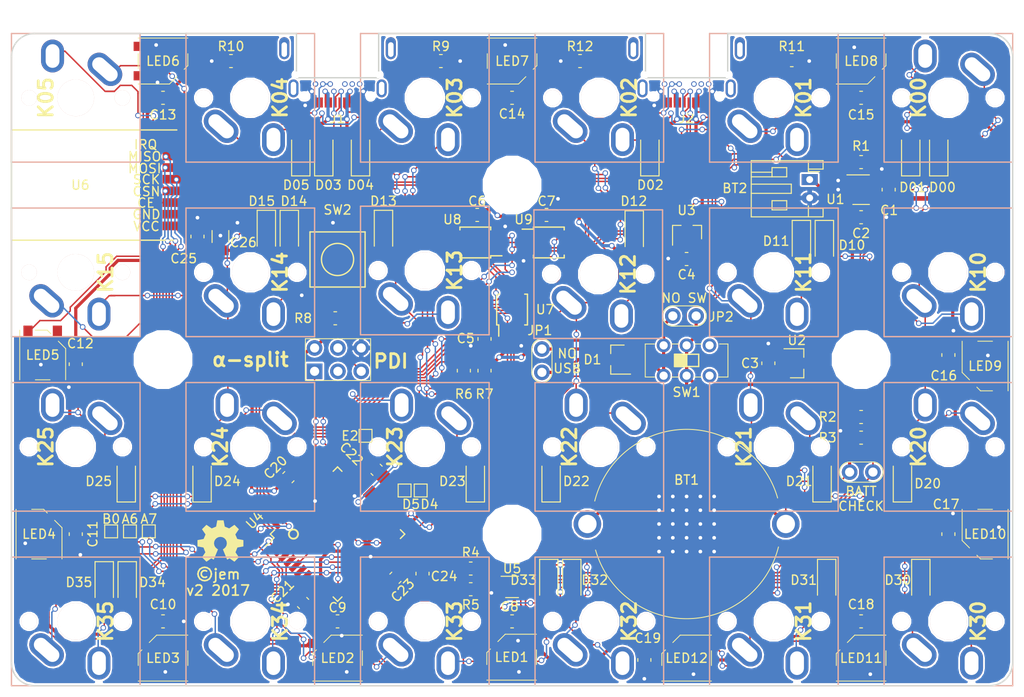
<source format=kicad_pcb>
(kicad_pcb (version 4) (host pcbnew 4.0.7)
  (layers (0 F.Cu signal) (31 B.Cu signal) (34 B.Paste user) (35 F.Paste user) (36 B.SilkS user) (37 F.SilkS user) (38 B.Mask user) (39 F.Mask user) (44 Edge.Cuts user))
  (net 0 "")
  (net 1 +5V)
  (net 2 GND)
  (net 3 /BAT_LVL)
  (net 4 VCC)
  (net 5 /ROW0)
  (net 6 /ROW1)
  (net 7 /ROW2)
  (net 8 /ROW3)
  (net 9 /PDI)
  (net 10 /RST)
  (net 11 /D4)
  (net 12 /D5)
  (net 13 /A6)
  (net 14 /A7)
  (net 15 "Net-(LED1-Pad2)")
  (net 16 "Net-(LED1-Pad4)")
  (net 17 "Net-(LED2-Pad2)")
  (net 18 "Net-(LED3-Pad2)")
  (net 19 "Net-(LED4-Pad2)")
  (net 20 "Net-(LED5-Pad2)")
  (net 21 "Net-(LED6-Pad2)")
  (net 22 "Net-(LED7-Pad2)")
  (net 23 "Net-(LED8-Pad2)")
  (net 24 "Net-(LED10-Pad4)")
  (net 25 "Net-(LED10-Pad2)")
  (net 26 "Net-(LED11-Pad2)")
  (net 27 /BAT_PROG)
  (net 28 /VBUS_CHECK)
  (net 29 /SDA)
  (net 30 /SCL)
  (net 31 /COL0)
  (net 32 /COL1)
  (net 33 /COL2)
  (net 34 /COL3)
  (net 35 /COL4)
  (net 36 /COL5)
  (net 37 /UNDER_LED)
  (net 38 /I2C_LEFT)
  (net 39 /I2C_RIGHT)
  (net 40 /USB_OE)
  (net 41 /CSN)
  (net 42 /MOSI)
  (net 43 /MISO)
  (net 44 /SCK)
  (net 45 /D-)
  (net 46 /D+)
  (net 47 /CE)
  (net 48 /IRQ)
  (net 49 +BATT)
  (net 50 /BAT_STAT)
  (net 51 "Net-(U9-Pad8)")
  (net 52 "Net-(U9-Pad9)")
  (net 53 /BATT_IN)
  (net 54 /BAT_LI_ION)
  (net 55 "Net-(SW1-Pad6)")
  (net 56 "Net-(SW1-Pad3)")
  (net 57 +3V3)
  (net 58 "Net-(J3-Pad3)")
  (net 59 "Net-(J3-Pad4)")
  (net 60 "Net-(LED12-Pad2)")
  (net 61 /E2)
  (net 62 /B0)
  (net 63 "Net-(D00-Pad2)")
  (net 64 "Net-(D01-Pad2)")
  (net 65 "Net-(D02-Pad2)")
  (net 66 "Net-(D03-Pad2)")
  (net 67 "Net-(D04-Pad2)")
  (net 68 "Net-(D05-Pad2)")
  (net 69 "Net-(D10-Pad2)")
  (net 70 "Net-(D11-Pad2)")
  (net 71 "Net-(D12-Pad2)")
  (net 72 "Net-(D13-Pad2)")
  (net 73 "Net-(D14-Pad2)")
  (net 74 "Net-(D15-Pad2)")
  (net 75 "Net-(D20-Pad2)")
  (net 76 "Net-(D21-Pad2)")
  (net 77 "Net-(D22-Pad2)")
  (net 78 "Net-(D23-Pad2)")
  (net 79 "Net-(D24-Pad2)")
  (net 80 "Net-(D25-Pad2)")
  (net 81 "Net-(D30-Pad2)")
  (net 82 "Net-(D31-Pad2)")
  (net 83 "Net-(D32-Pad2)")
  (net 84 "Net-(D33-Pad2)")
  (net 85 "Net-(D34-Pad2)")
  (net 86 "Net-(D35-Pad2)")
  (net 87 "Net-(U8-Pad8)")
  (net 88 "Net-(U8-Pad9)")
  (net 89 "Net-(J1-PadA5)")
  (net 90 "Net-(J1-PadB5)")
  (net 91 "Net-(J2-PadA5)")
  (net 92 "Net-(J2-PadB5)")
  (net 93 "Net-(J1-PadA2)")
  (net 94 "Net-(J1-PadA3)")
  (net 95 "Net-(J1-PadA8)")
  (net 96 "Net-(J1-PadA10)")
  (net 97 "Net-(J1-PadA11)")
  (net 98 "Net-(J1-PadB11)")
  (net 99 "Net-(J1-PadB8)")
  (net 100 "Net-(J1-PadB10)")
  (net 101 "Net-(J2-PadA2)")
  (net 102 "Net-(J2-PadA3)")
  (net 103 "Net-(J2-PadA8)")
  (net 104 "Net-(J2-PadA10)")
  (net 105 "Net-(J2-PadA11)")
  (net 106 "Net-(J2-PadB11)")
  (net 107 "Net-(J2-PadB8)")
  (net 108 "Net-(J2-PadB10)")
  (net 109 /USB_L_D+)
  (net 110 /USB_L_D-)
  (net 111 /USB_R_D+)
  (net 112 /USB_R_D-)
  (module switch_mx:Cherry_MX_Matias_Slots_NoSilk_Back (layer B.Cu) (at 83 26)
    (fp_text reference K11 (at 3.25 0 270) (layer F.SilkS) (effects (font (thickness 0.3048))))
    (fp_text value K11 hide)
    (pad "" np_thru_hole circle (at -5.08 0) (size 1.7 1.7) (drill 1.7) (layers *.Cu *.Mask B.SilkS))
    (pad "" np_thru_hole circle (at 0 0) (size 4 4) (drill 4) (layers *.Cu *.Mask B.SilkS))
    (pad "" np_thru_hole circle (at 5.08 0) (size 1.7 1.7) (drill 1.7) (layers *.Cu *.Mask B.SilkS))
    (pad 1 thru_hole oval (at -3.175 3.1 48.5) (size 2.5 4.2) (drill oval 1.5 3.2) (layers *.Cu *.Mask) (net 32 /COL1))
    (pad 2 thru_hole oval (at 2.525 4.55) (size 2.5 3.575) (drill oval 1.5 2.575) (layers *.Cu *.Mask) (net 70 "Net-(D11-Pad2)"))
  )
  (module Package_TO_SOT_SMD:SOT-353_SC-70-5 (layer F.Cu) (at 54.5 60.25)
    (fp_text reference U5 (at 0 -2) (layer F.SilkS))
    (fp_text value 74LVC1G34)
    (pad 1 smd rect (at -0.95 -0.65) (size 0.65 0.4) (layers F.Cu F.Paste F.Mask))
    (pad 3 smd rect (at -0.95 0.65) (size 0.65 0.4) (layers F.Cu F.Paste F.Mask) (net 2 GND))
    (pad 2 smd rect (at -0.95 0) (size 0.65 0.4) (layers F.Cu F.Paste F.Mask) (net 37 /UNDER_LED))
    (pad 4 smd rect (at 0.95 0.65) (size 0.65 0.4) (layers F.Cu F.Paste F.Mask) (net 16 "Net-(LED1-Pad4)"))
    (pad 5 smd rect (at 0.95 -0.65) (size 0.65 0.4) (layers F.Cu F.Paste F.Mask) (net 1 +5V))
  )
  (module MountingHole:MountingHole_6mm (layer F.Cu) (at 54.5 54.5)
    (fp_text reference "" (at 0 -7) (layer F.SilkS))
    (fp_text value MountingHole_6mm)
    (pad 1 np_thru_hole circle (at 0 0) (size 6 6) (drill 6) (layers *.Cu *.Mask))
  )
  (module jumper:Jumper_1x02_P2.54mm_THT (layer F.Cu) (at 74.54 30.75 270)
    (fp_text reference JP2 (at 0.1 -2.725 360) (layer F.SilkS))
    (fp_text value "NO SW")
    (fp_text user %V (at -1.95 1.3 360) (layer F.SilkS))
    (pad 1 thru_hole circle (at 0 0 270) (size 1.7 1.7) (drill 1) (layers *.Cu *.Mask) (net 53 /BATT_IN))
    (pad 2 thru_hole oval (at 0 2.54 270) (size 1.7 1.7) (drill 1) (layers *.Cu *.Mask) (net 49 +BATT))
  )
  (module switch_mx:Cherry_MX_Matias_Slots_NoSilk_Back (layer B.Cu) (at 45 25.8)
    (fp_text reference K13 (at 3.25 0 270) (layer F.SilkS) (effects (font (thickness 0.3048))))
    (fp_text value K13 hide)
    (pad "" np_thru_hole circle (at -5.08 0) (size 1.7 1.7) (drill 1.7) (layers *.Cu *.Mask B.SilkS))
    (pad "" np_thru_hole circle (at 0 0) (size 4 4) (drill 4) (layers *.Cu *.Mask B.SilkS))
    (pad "" np_thru_hole circle (at 5.08 0) (size 1.7 1.7) (drill 1.7) (layers *.Cu *.Mask B.SilkS))
    (pad 1 thru_hole oval (at -3.175 3.1 48.5) (size 2.5 4.2) (drill oval 1.5 3.2) (layers *.Cu *.Mask) (net 34 /COL3))
    (pad 2 thru_hole oval (at 2.525 4.55) (size 2.5 3.575) (drill oval 1.5 2.575) (layers *.Cu *.Mask) (net 72 "Net-(D13-Pad2)"))
  )
  (module switch_mx:Cherry_MX_Matias_Slots_NoSilk_Back (layer B.Cu) (at 45 45 180)
    (fp_text reference K23 (at 3.25 0 450) (layer F.SilkS) (effects (font (thickness 0.3048))))
    (fp_text value K23 hide)
    (pad "" np_thru_hole circle (at -5.08 0 180) (size 1.7 1.7) (drill 1.7) (layers *.Cu *.Mask B.SilkS))
    (pad "" np_thru_hole circle (at 0 0 180) (size 4 4) (drill 4) (layers *.Cu *.Mask B.SilkS))
    (pad "" np_thru_hole circle (at 5.08 0 180) (size 1.7 1.7) (drill 1.7) (layers *.Cu *.Mask B.SilkS))
    (pad 1 thru_hole oval (at -3.175 3.1 228.5) (size 2.5 4.2) (drill oval 1.5 3.2) (layers *.Cu *.Mask) (net 78 "Net-(D23-Pad2)"))
    (pad 2 thru_hole oval (at 2.525 4.55 180) (size 2.5 3.575) (drill oval 1.5 2.575) (layers *.Cu *.Mask) (net 34 /COL3))
  )
  (module switch_mx:Cherry_MX_Matias_Slots_NoSilk_Back (layer B.Cu) (at 63.88 26.2)
    (fp_text reference K12 (at 3.25 0 270) (layer F.SilkS) (effects (font (thickness 0.3048))))
    (fp_text value K12 hide)
    (pad "" np_thru_hole circle (at -5.08 0) (size 1.7 1.7) (drill 1.7) (layers *.Cu *.Mask B.SilkS))
    (pad "" np_thru_hole circle (at 0 0) (size 4 4) (drill 4) (layers *.Cu *.Mask B.SilkS))
    (pad "" np_thru_hole circle (at 5.08 0) (size 1.7 1.7) (drill 1.7) (layers *.Cu *.Mask B.SilkS))
    (pad 1 thru_hole oval (at -3.175 3.1 48.5) (size 2.5 4.2) (drill oval 1.5 3.2) (layers *.Cu *.Mask) (net 33 /COL2))
    (pad 2 thru_hole oval (at 2.525 4.55) (size 2.5 3.575) (drill oval 1.5 2.575) (layers *.Cu *.Mask) (net 71 "Net-(D12-Pad2)"))
  )
  (module MountingHole:MountingHole_6mm (layer F.Cu) (at 54.5 16.5)
    (fp_text reference "" (at 0 -7) (layer F.SilkS))
    (fp_text value MountingHole_6mm)
    (pad 1 np_thru_hole circle (at 0 0) (size 6 6) (drill 6) (layers *.Cu *.Mask))
  )
  (module Package_SSOP:MSOP-10_3x3mm_P0.5mm (layer F.Cu) (at 58.5 22.75)
    (fp_text reference U9 (at -2.75 -2.5 180) (layer F.SilkS))
    (fp_text value FSUSB42)
    (pad 1 smd rect (at -2.2 -1) (size 1.4 0.3) (layers F.Cu F.Paste F.Mask) (net 57 +3V3))
    (pad 2 smd rect (at -2.2 -0.5) (size 1.4 0.3) (layers F.Cu F.Paste F.Mask) (net 2 GND))
    (pad 3 smd rect (at -2.2 0) (size 1.4 0.3) (layers F.Cu F.Paste F.Mask) (net 29 /SDA))
    (pad 4 smd rect (at -2.2 0.5) (size 1.4 0.3) (layers F.Cu F.Paste F.Mask) (net 30 /SCL))
    (pad 5 smd rect (at -2.2 1) (size 1.4 0.3) (layers F.Cu F.Paste F.Mask) (net 2 GND))
    (pad 6 smd rect (at 2.2 1) (size 1.4 0.3) (layers F.Cu F.Paste F.Mask) (net 112 /USB_R_D-))
    (pad 7 smd rect (at 2.2 0.5) (size 1.4 0.3) (layers F.Cu F.Paste F.Mask) (net 111 /USB_R_D+))
    (pad 8 smd rect (at 2.2 0) (size 1.4 0.3) (layers F.Cu F.Paste F.Mask) (net 51 "Net-(U9-Pad8)"))
    (pad 9 smd rect (at 2.2 -0.5) (size 1.4 0.3) (layers F.Cu F.Paste F.Mask) (net 52 "Net-(U9-Pad9)"))
    (pad 10 smd rect (at 2.2 -1) (size 1.4 0.3) (layers F.Cu F.Paste F.Mask) (net 39 /I2C_RIGHT))
  )
  (module MountingHole:MountingHole_6mm (layer F.Cu) (at 92.5 35.5)
    (fp_text reference "" (at 0 -7) (layer F.SilkS))
    (fp_text value MountingHole_6mm)
    (pad 1 np_thru_hole circle (at 0 0) (size 6 6) (drill 6) (layers *.Cu *.Mask))
  )
  (module MountingHole:MountingHole_6mm (layer F.Cu) (at 16.5 35.5)
    (fp_text reference "" (at 0 -7) (layer F.SilkS))
    (fp_text value MountingHole_6mm)
    (pad 1 np_thru_hole circle (at 0 0) (size 6 6) (drill 6) (layers *.Cu *.Mask))
  )
  (module switch_mx:Cherry_MX_Matias_Slots_NoSilk_Back (layer B.Cu) (at 26 64)
    (fp_text reference K34 (at 3.25 0 270) (layer F.SilkS) (effects (font (thickness 0.3048))))
    (fp_text value K34 hide)
    (pad "" np_thru_hole circle (at -5.08 0) (size 1.7 1.7) (drill 1.7) (layers *.Cu *.Mask B.SilkS))
    (pad "" np_thru_hole circle (at 0 0) (size 4 4) (drill 4) (layers *.Cu *.Mask B.SilkS))
    (pad "" np_thru_hole circle (at 5.08 0) (size 1.7 1.7) (drill 1.7) (layers *.Cu *.Mask B.SilkS))
    (pad 1 thru_hole oval (at -3.175 3.1 48.5) (size 2.5 4.2) (drill oval 1.5 3.2) (layers *.Cu *.Mask) (net 35 /COL4))
    (pad 2 thru_hole oval (at 2.525 4.55) (size 2.5 3.575) (drill oval 1.5 2.575) (layers *.Cu *.Mask) (net 85 "Net-(D34-Pad2)"))
  )
  (module StitchVia_2x2_0.3mm (layer F.Cu) (at 76.5 56.4)
    (fp_text reference REF** hide)
    (fp_text value StitchVia_0.3mm hide)
    (pad 1 thru_hole circle (at 0 0) (size 0.6 0.6) (drill 0.4) (layers *.Cu) (net 2 GND))
  )
  (module StitchVia_2x2_0.3mm (layer F.Cu) (at 75 56.4)
    (fp_text reference REF** hide)
    (fp_text value StitchVia_0.3mm hide)
    (pad 1 thru_hole circle (at 0 0) (size 0.6 0.6) (drill 0.4) (layers *.Cu) (net 2 GND))
  )
  (module StitchVia_2x2_0.3mm (layer F.Cu) (at 73.5 56.4)
    (fp_text reference REF** hide)
    (fp_text value StitchVia_0.3mm hide)
    (pad 1 thru_hole circle (at 0 0) (size 0.6 0.6) (drill 0.4) (layers *.Cu) (net 2 GND))
  )
  (module StitchVia_2x2_0.3mm (layer F.Cu) (at 72 56.4)
    (fp_text reference REF** hide)
    (fp_text value StitchVia_0.3mm hide)
    (pad 1 thru_hole circle (at 0 0) (size 0.6 0.6) (drill 0.4) (layers *.Cu) (net 2 GND))
  )
  (module StitchVia_2x2_0.3mm (layer F.Cu) (at 70.5 56.4)
    (fp_text reference REF** hide)
    (fp_text value StitchVia_0.3mm hide)
    (pad 1 thru_hole circle (at 0 0) (size 0.6 0.6) (drill 0.4) (layers *.Cu) (net 2 GND))
  )
  (module StitchVia_2x2_0.3mm (layer F.Cu) (at 76.5 54.9)
    (fp_text reference REF** hide)
    (fp_text value StitchVia_0.3mm hide)
    (pad 1 thru_hole circle (at 0 0) (size 0.6 0.6) (drill 0.4) (layers *.Cu) (net 2 GND))
  )
  (module StitchVia_2x2_0.3mm (layer F.Cu) (at 75 54.9)
    (fp_text reference REF** hide)
    (fp_text value StitchVia_0.3mm hide)
    (pad 1 thru_hole circle (at 0 0) (size 0.6 0.6) (drill 0.4) (layers *.Cu) (net 2 GND))
  )
  (module StitchVia_2x2_0.3mm (layer F.Cu) (at 73.5 54.9)
    (fp_text reference REF** hide)
    (fp_text value StitchVia_0.3mm hide)
    (pad 1 thru_hole circle (at 0 0) (size 0.6 0.6) (drill 0.4) (layers *.Cu) (net 2 GND))
  )
  (module StitchVia_2x2_0.3mm (layer F.Cu) (at 72 54.9)
    (fp_text reference REF** hide)
    (fp_text value StitchVia_0.3mm hide)
    (pad 1 thru_hole circle (at 0 0) (size 0.6 0.6) (drill 0.4) (layers *.Cu) (net 2 GND))
  )
  (module StitchVia_2x2_0.3mm (layer F.Cu) (at 70.5 54.9)
    (fp_text reference REF** hide)
    (fp_text value StitchVia_0.3mm hide)
    (pad 1 thru_hole circle (at 0 0) (size 0.6 0.6) (drill 0.4) (layers *.Cu) (net 2 GND))
  )
  (module StitchVia_2x2_0.3mm (layer F.Cu) (at 76.5 53.4)
    (fp_text reference REF** hide)
    (fp_text value StitchVia_0.3mm hide)
    (pad 1 thru_hole circle (at 0 0) (size 0.6 0.6) (drill 0.4) (layers *.Cu) (net 2 GND))
  )
  (module StitchVia_2x2_0.3mm (layer F.Cu) (at 75 53.4)
    (fp_text reference REF** hide)
    (fp_text value StitchVia_0.3mm hide)
    (pad 1 thru_hole circle (at 0 0) (size 0.6 0.6) (drill 0.4) (layers *.Cu) (net 2 GND))
  )
  (module StitchVia_2x2_0.3mm (layer F.Cu) (at 73.5 53.4)
    (fp_text reference REF** hide)
    (fp_text value StitchVia_0.3mm hide)
    (pad 1 thru_hole circle (at 0 0) (size 0.6 0.6) (drill 0.4) (layers *.Cu) (net 2 GND))
  )
  (module StitchVia_2x2_0.3mm (layer F.Cu) (at 72 53.4)
    (fp_text reference REF** hide)
    (fp_text value StitchVia_0.3mm hide)
    (pad 1 thru_hole circle (at 0 0) (size 0.6 0.6) (drill 0.4) (layers *.Cu) (net 2 GND))
  )
  (module StitchVia_2x2_0.3mm (layer F.Cu) (at 70.5 53.4)
    (fp_text reference REF** hide)
    (fp_text value StitchVia_0.3mm hide)
    (pad 1 thru_hole circle (at 0 0) (size 0.6 0.6) (drill 0.4) (layers *.Cu) (net 2 GND))
  )
  (module StitchVia_2x2_0.3mm (layer F.Cu) (at 76.5 51.9)
    (fp_text reference REF** hide)
    (fp_text value StitchVia_0.3mm hide)
    (pad 1 thru_hole circle (at 0 0) (size 0.6 0.6) (drill 0.4) (layers *.Cu) (net 2 GND))
  )
  (module StitchVia_2x2_0.3mm (layer F.Cu) (at 75 51.9)
    (fp_text reference REF** hide)
    (fp_text value StitchVia_0.3mm hide)
    (pad 1 thru_hole circle (at 0 0) (size 0.6 0.6) (drill 0.4) (layers *.Cu) (net 2 GND))
  )
  (module StitchVia_2x2_0.3mm (layer F.Cu) (at 73.5 51.9)
    (fp_text reference REF** hide)
    (fp_text value StitchVia_0.3mm hide)
    (pad 1 thru_hole circle (at 0 0) (size 0.6 0.6) (drill 0.4) (layers *.Cu) (net 2 GND))
  )
  (module StitchVia_2x2_0.3mm (layer F.Cu) (at 72 51.9)
    (fp_text reference REF** hide)
    (fp_text value StitchVia_0.3mm hide)
    (pad 1 thru_hole circle (at 0 0) (size 0.6 0.6) (drill 0.4) (layers *.Cu) (net 2 GND))
  )
  (module StitchVia_2x2_0.3mm (layer F.Cu) (at 70.5 51.9)
    (fp_text reference REF** hide)
    (fp_text value StitchVia_0.3mm hide)
    (pad 1 thru_hole circle (at 0 0) (size 0.6 0.6) (drill 0.4) (layers *.Cu) (net 2 GND))
  )
  (module StitchVia_2x2_0.3mm (layer F.Cu) (at 76.5 50.4)
    (fp_text reference REF** hide)
    (fp_text value StitchVia_0.3mm hide)
    (pad 1 thru_hole circle (at 0 0) (size 0.6 0.6) (drill 0.4) (layers *.Cu) (net 2 GND))
  )
  (module StitchVia_2x2_0.3mm (layer F.Cu) (at 75 50.4)
    (fp_text reference REF** hide)
    (fp_text value StitchVia_0.3mm hide)
    (pad 1 thru_hole circle (at 0 0) (size 0.6 0.6) (drill 0.4) (layers *.Cu) (net 2 GND))
  )
  (module StitchVia_2x2_0.3mm (layer F.Cu) (at 73.5 50.4)
    (fp_text reference REF** hide)
    (fp_text value StitchVia_0.3mm hide)
    (pad 1 thru_hole circle (at 0 0) (size 0.6 0.6) (drill 0.4) (layers *.Cu) (net 2 GND))
  )
  (module StitchVia_2x2_0.3mm (layer F.Cu) (at 72 50.4)
    (fp_text reference REF** hide)
    (fp_text value StitchVia_0.3mm hide)
    (pad 1 thru_hole circle (at 0 0) (size 0.6 0.6) (drill 0.4) (layers *.Cu) (net 2 GND))
  )
  (module StitchVia_2x2_0.3mm (layer F.Cu) (at 70.5 50.4)
    (fp_text reference REF** hide)
    (fp_text value StitchVia_0.3mm hide)
    (pad 1 thru_hole circle (at 0 0) (size 0.6 0.6) (drill 0.4) (layers *.Cu) (net 2 GND))
  )
  (module conn_usb:USB_TypeC_DX07B024XJ1 (layer F.Cu) (at 73.5 6.85 180)
    (fp_text reference J2 (at 0.01 -2.4 180) (layer F.SilkS))
    (fp_text value USB_C_Receptacle)
    (pad "" np_thru_hole circle (at 4.475 2.35 180) (size 0.7 0.7) (drill 0.7) (layers *.Cu *.Mask))
    (pad S1 thru_hole oval (at 5.8 5.1 180) (size 1.1 2.4) (drill oval 0.6 1.6 (offset 0 0.15)) (layers *.Cu *.Mask))
    (pad S1 thru_hole oval (at 4.8 0.875 180) (size 1.1 1.95) (drill oval 0.6 1.45) (layers *.Cu *.Mask))
    (pad S1 thru_hole oval (at -5.8 5.1 180) (size 1.1 2.4) (drill oval 0.6 1.6 (offset 0 0.15)) (layers *.Cu *.Mask))
    (pad S1 thru_hole oval (at -4.8 0.875 180) (size 1.1 1.95) (drill oval 0.6 1.45) (layers *.Cu *.Mask))
    (pad "" thru_hole circle (at 2.4 1.35 180) (size 0.6 0.6) (drill 0.4) (layers *.Cu *.Mask))
    (pad "" np_thru_hole oval (at 3.6 0 180) (size 0.95 0.75) (drill oval 0.95 0.75) (layers *.Cu *.Mask))
    (pad A1 smd rect (at -2.75 -0.66 180) (size 0.3 1.1) (layers F.Cu F.Paste F.Mask) (net 2 GND))
    (pad B1 thru_hole circle (at 2.8 0.55 180) (size 0.6 0.6) (drill 0.4) (layers *.Cu *.Mask) (net 2 GND))
    (pad "" np_thru_hole circle (at -3.6 0 180) (size 0.75 0.75) (drill 0.75) (layers *.Cu *.Mask))
    (pad A2 smd rect (at -2.25 -0.66 180) (size 0.3 1.1) (layers F.Cu F.Paste F.Mask) (net 101 "Net-(J2-PadA2)"))
    (pad A3 smd rect (at -1.75 -0.66 180) (size 0.3 1.1) (layers F.Cu F.Paste F.Mask) (net 102 "Net-(J2-PadA3)"))
    (pad A4 smd rect (at -1.25 -0.66 180) (size 0.3 1.1) (layers F.Cu F.Paste F.Mask) (net 1 +5V))
    (pad A5 smd rect (at -0.75 -0.66 180) (size 0.3 1.1) (layers F.Cu F.Paste F.Mask) (net 91 "Net-(J2-PadA5)"))
    (pad A6 smd rect (at -0.25 -0.66 180) (size 0.3 1.1) (layers F.Cu F.Paste F.Mask) (net 111 /USB_R_D+))
    (pad A7 smd rect (at 0.25 -0.66 180) (size 0.3 1.1) (layers F.Cu F.Paste F.Mask) (net 112 /USB_R_D-))
    (pad A8 smd rect (at 0.75 -0.66 180) (size 0.3 1.1) (layers F.Cu F.Paste F.Mask) (net 103 "Net-(J2-PadA8)"))
    (pad A9 smd rect (at 1.25 -0.66 180) (size 0.3 1.1) (layers F.Cu F.Paste F.Mask) (net 1 +5V))
    (pad A10 smd rect (at 1.75 -0.66 180) (size 0.3 1.1) (layers F.Cu F.Paste F.Mask) (net 104 "Net-(J2-PadA10)"))
    (pad A11 smd rect (at 2.25 -0.66 180) (size 0.3 1.1) (layers F.Cu F.Paste F.Mask) (net 105 "Net-(J2-PadA11)"))
    (pad A12 smd rect (at 2.75 -0.66 180) (size 0.3 1.1) (layers F.Cu F.Paste F.Mask) (net 2 GND))
    (pad "" thru_hole circle (at 1.6 1.35 180) (size 0.6 0.6) (drill 0.4) (layers *.Cu *.Mask) (net 92 "Net-(J2-PadB5)"))
    (pad B5 thru_hole circle (at 0.8 1.35 180) (size 0.6 0.6) (drill 0.4) (layers *.Cu *.Mask) (net 92 "Net-(J2-PadB5)"))
    (pad B7 thru_hole circle (at -0.4 0.55 180) (size 0.6 0.6) (drill 0.4) (layers *.Cu *.Mask) (net 112 /USB_R_D-))
    (pad B9 thru_hole circle (at -1.35 0.55 180) (size 0.6 0.6) (drill 0.4) (layers *.Cu *.Mask) (net 1 +5V))
    (pad B11 thru_hole circle (at -2.4 1.35 180) (size 0.6 0.6) (drill 0.4) (layers *.Cu *.Mask) (net 106 "Net-(J2-PadB11)"))
    (pad B4 thru_hole circle (at 1.35 0.55 180) (size 0.6 0.6) (drill 0.4) (layers *.Cu *.Mask) (net 1 +5V))
    (pad B6 thru_hole circle (at 0.4 0.55 180) (size 0.6 0.6) (drill 0.4) (layers *.Cu *.Mask) (net 111 /USB_R_D+))
    (pad B8 thru_hole circle (at -0.8 1.35 180) (size 0.6 0.6) (drill 0.4) (layers *.Cu *.Mask) (net 107 "Net-(J2-PadB8)"))
    (pad B10 thru_hole circle (at -1.6 1.35 180) (size 0.6 0.6) (drill 0.4) (layers *.Cu *.Mask) (net 108 "Net-(J2-PadB10)"))
    (pad B12 thru_hole circle (at -2.8 0.55 180) (size 0.6 0.6) (drill 0.4) (layers *.Cu *.Mask) (net 2 GND))
    (pad "" np_thru_hole circle (at -4.475 2.35 180) (size 0.7 0.7) (drill 0.7) (layers *.Cu *.Mask))
  )
  (module Conn_PinHeader_2.54mm:PinHeader_2x03_P2.54mm_Vertical (layer F.Cu) (at 33 36.775 90)
    (fp_text reference J3)
    (fp_text value PDI)
    (pad 1 thru_hole rect (at 0 0 90) (size 1.7 1.7) (drill 1) (layers *.Cu *.Mask) (net 9 /PDI))
    (pad 2 thru_hole oval (at 2.54 0 90) (size 1.7 1.7) (drill 1) (layers *.Cu *.Mask) (net 4 VCC))
    (pad 3 thru_hole oval (at 0 2.54 90) (size 1.7 1.7) (drill 1) (layers *.Cu *.Mask) (net 58 "Net-(J3-Pad3)"))
    (pad 4 thru_hole oval (at 2.54 2.54 90) (size 1.7 1.7) (drill 1) (layers *.Cu *.Mask) (net 59 "Net-(J3-Pad4)"))
    (pad 5 thru_hole oval (at 0 5.08 90) (size 1.7 1.7) (drill 1) (layers *.Cu *.Mask) (net 10 /RST))
    (pad 6 thru_hole oval (at 2.54 5.08 90) (size 1.7 1.7) (drill 1) (layers *.Cu *.Mask) (net 2 GND))
  )
  (module Package_QFP:TQFP-44_10x10mm_P0.8mm (layer F.Cu) (at 35.5 54.5 45)
    (fp_text reference U4 (at -5.303301 -7.424621 45) (layer F.SilkS))
    (fp_text value ATXMEGA-A4U-EPAD)
    (pad 1 smd rect (at -5.7 -4 45) (size 1.5 0.55) (layers F.Cu F.Paste F.Mask) (net 36 /COL5))
    (pad 2 smd rect (at -5.7 -3.2 45) (size 1.5 0.55) (layers F.Cu F.Paste F.Mask) (net 13 /A6))
    (pad 3 smd rect (at -5.7 -2.4 45) (size 1.5 0.55) (layers F.Cu F.Paste F.Mask) (net 14 /A7))
    (pad 4 smd rect (at -5.7 -1.6 45) (size 1.5 0.55) (layers F.Cu F.Paste F.Mask) (net 62 /B0))
    (pad 5 smd rect (at -5.7 -0.8 45) (size 1.5 0.55) (layers F.Cu F.Paste F.Mask) (net 3 /BAT_LVL))
    (pad 6 smd rect (at -5.7 0 45) (size 1.5 0.55) (layers F.Cu F.Paste F.Mask) (net 47 /CE))
    (pad 7 smd rect (at -5.7 0.8 45) (size 1.5 0.55) (layers F.Cu F.Paste F.Mask) (net 48 /IRQ))
    (pad 8 smd rect (at -5.7 1.6 45) (size 1.5 0.55) (layers F.Cu F.Paste F.Mask) (net 2 GND))
    (pad 9 smd rect (at -5.7 2.4 45) (size 1.5 0.55) (layers F.Cu F.Paste F.Mask) (net 4 VCC))
    (pad 10 smd rect (at -5.7 3.2 45) (size 1.5 0.55) (layers F.Cu F.Paste F.Mask) (net 37 /UNDER_LED))
    (pad 11 smd rect (at -5.7 4 45) (size 1.5 0.55) (layers F.Cu F.Paste F.Mask) (net 28 /VBUS_CHECK))
    (pad 12 smd rect (at -4 5.7 135) (size 1.5 0.55) (layers F.Cu F.Paste F.Mask) (net 27 /BAT_PROG))
    (pad 13 smd rect (at -3.2 5.7 135) (size 1.5 0.55) (layers F.Cu F.Paste F.Mask) (net 50 /BAT_STAT))
    (pad 14 smd rect (at -2.4 5.7 135) (size 1.5 0.55) (layers F.Cu F.Paste F.Mask) (net 41 /CSN))
    (pad 15 smd rect (at -1.6 5.7 135) (size 1.5 0.55) (layers F.Cu F.Paste F.Mask) (net 42 /MOSI))
    (pad 16 smd rect (at -0.8 5.7 135) (size 1.5 0.55) (layers F.Cu F.Paste F.Mask) (net 43 /MISO))
    (pad 17 smd rect (at 0 5.7 135) (size 1.5 0.55) (layers F.Cu F.Paste F.Mask) (net 44 /SCK))
    (pad 18 smd rect (at 0.8 5.7 135) (size 1.5 0.55) (layers F.Cu F.Paste F.Mask) (net 2 GND))
    (pad 19 smd rect (at 1.6 5.7 135) (size 1.5 0.55) (layers F.Cu F.Paste F.Mask) (net 4 VCC))
    (pad 20 smd rect (at 2.4 5.7 135) (size 1.5 0.55) (layers F.Cu F.Paste F.Mask) (net 8 /ROW3))
    (pad 21 smd rect (at 3.2 5.7 135) (size 1.5 0.55) (layers F.Cu F.Paste F.Mask) (net 7 /ROW2))
    (pad 22 smd rect (at 4 5.7 135) (size 1.5 0.55) (layers F.Cu F.Paste F.Mask) (net 5 /ROW0))
    (pad 23 smd rect (at 5.7 4 45) (size 1.5 0.55) (layers F.Cu F.Paste F.Mask) (net 6 /ROW1))
    (pad 24 smd rect (at 5.7 3.2 45) (size 1.5 0.55) (layers F.Cu F.Paste F.Mask) (net 11 /D4))
    (pad 25 smd rect (at 5.7 2.4 45) (size 1.5 0.55) (layers F.Cu F.Paste F.Mask) (net 12 /D5))
    (pad 26 smd rect (at 5.7 1.6 45) (size 1.5 0.55) (layers F.Cu F.Paste F.Mask) (net 45 /D-))
    (pad 27 smd rect (at 5.7 0.8 45) (size 1.5 0.55) (layers F.Cu F.Paste F.Mask) (net 46 /D+))
    (pad 28 smd rect (at 5.7 0 45) (size 1.5 0.55) (layers F.Cu F.Paste F.Mask) (net 29 /SDA))
    (pad 29 smd rect (at 5.7 -0.8 45) (size 1.5 0.55) (layers F.Cu F.Paste F.Mask) (net 30 /SCL))
    (pad 30 smd rect (at 5.7 -1.6 45) (size 1.5 0.55) (layers F.Cu F.Paste F.Mask) (net 2 GND))
    (pad 31 smd rect (at 5.7 -2.4 45) (size 1.5 0.55) (layers F.Cu F.Paste F.Mask) (net 4 VCC))
    (pad 32 smd rect (at 5.7 -3.2 45) (size 1.5 0.55) (layers F.Cu F.Paste F.Mask) (net 61 /E2))
    (pad 33 smd rect (at 5.7 -4 45) (size 1.5 0.55) (layers F.Cu F.Paste F.Mask) (net 39 /I2C_RIGHT))
    (pad 34 smd rect (at 4 -5.7 135) (size 1.5 0.55) (layers F.Cu F.Paste F.Mask) (net 9 /PDI))
    (pad 35 smd rect (at 3.2 -5.7 135) (size 1.5 0.55) (layers F.Cu F.Paste F.Mask) (net 10 /RST))
    (pad 36 smd rect (at 2.4 -5.7 135) (size 1.5 0.55) (layers F.Cu F.Paste F.Mask) (net 38 /I2C_LEFT))
    (pad 37 smd rect (at 1.6 -5.7 135) (size 1.5 0.55) (layers F.Cu F.Paste F.Mask) (net 40 /USB_OE))
    (pad 38 smd rect (at 0.8 -5.7 135) (size 1.5 0.55) (layers F.Cu F.Paste F.Mask) (net 2 GND))
    (pad 39 smd rect (at 0 -5.7 135) (size 1.5 0.55) (layers F.Cu F.Paste F.Mask) (net 4 VCC))
    (pad 40 smd rect (at -0.8 -5.7 135) (size 1.5 0.55) (layers F.Cu F.Paste F.Mask) (net 33 /COL2))
    (pad 41 smd rect (at -1.6 -5.7 135) (size 1.5 0.55) (layers F.Cu F.Paste F.Mask) (net 32 /COL1))
    (pad 42 smd rect (at -2.4 -5.7 135) (size 1.5 0.55) (layers F.Cu F.Paste F.Mask) (net 31 /COL0))
    (pad 43 smd rect (at -3.2 -5.7 135) (size 1.5 0.55) (layers F.Cu F.Paste F.Mask) (net 34 /COL3))
    (pad 44 smd rect (at -4 -5.7 135) (size 1.5 0.55) (layers F.Cu F.Paste F.Mask) (net 35 /COL4))
  )
  (module Resistor_SMD:R_0805_2012Metric (layer F.Cu) (at 50 58.25 180)
    (fp_text reference R4 (at 0 1.75 180) (layer F.SilkS))
    (fp_text value 100k)
    (pad 1 smd rect (at -0.955 0 180) (size 0.97 1.5) (layers F.Cu F.Paste F.Mask) (net 1 +5V))
    (pad 2 smd rect (at 0.955 0 180) (size 0.97 1.5) (layers F.Cu F.Paste F.Mask) (net 28 /VBUS_CHECK))
  )
  (module neopixel:WS2812B (layer F.Cu) (at 54.45 67.9)
    (fp_text reference LED1 (at 0 0) (layer F.SilkS))
    (fp_text value WS2812B)
    (pad 1 smd rect (at -2.45 -1.6) (size 1.5 1) (layers F.Cu F.Paste F.Mask) (net 1 +5V))
    (pad 4 smd rect (at 2.45 -1.6) (size 1.5 1) (layers F.Cu F.Paste F.Mask) (net 16 "Net-(LED1-Pad4)"))
    (pad 2 smd rect (at -2.45 1.6) (size 1.5 1) (layers F.Cu F.Paste F.Mask) (net 15 "Net-(LED1-Pad2)"))
    (pad 3 smd rect (at 2.45 1.6) (size 1.5 1) (layers F.Cu F.Paste F.Mask) (net 2 GND))
  )
  (module neopixel:WS2812B (layer F.Cu) (at 35.5 68)
    (fp_text reference LED2 (at 0 0) (layer F.SilkS))
    (fp_text value WS2812B)
    (pad 1 smd rect (at -2.45 -1.6) (size 1.5 1) (layers F.Cu F.Paste F.Mask) (net 1 +5V))
    (pad 4 smd rect (at 2.45 -1.6) (size 1.5 1) (layers F.Cu F.Paste F.Mask) (net 15 "Net-(LED1-Pad2)"))
    (pad 2 smd rect (at -2.45 1.6) (size 1.5 1) (layers F.Cu F.Paste F.Mask) (net 17 "Net-(LED2-Pad2)"))
    (pad 3 smd rect (at 2.45 1.6) (size 1.5 1) (layers F.Cu F.Paste F.Mask) (net 2 GND))
  )
  (module neopixel:WS2812B (layer F.Cu) (at 16.5 68)
    (fp_text reference LED3 (at 0 0) (layer F.SilkS))
    (fp_text value WS2812B)
    (pad 1 smd rect (at -2.45 -1.6) (size 1.5 1) (layers F.Cu F.Paste F.Mask) (net 1 +5V))
    (pad 4 smd rect (at 2.45 -1.6) (size 1.5 1) (layers F.Cu F.Paste F.Mask) (net 17 "Net-(LED2-Pad2)"))
    (pad 2 smd rect (at -2.45 1.6) (size 1.5 1) (layers F.Cu F.Paste F.Mask) (net 18 "Net-(LED3-Pad2)"))
    (pad 3 smd rect (at 2.45 1.6) (size 1.5 1) (layers F.Cu F.Paste F.Mask) (net 2 GND))
  )
  (module neopixel:WS2812B (layer F.Cu) (at 3 54.5 270)
    (fp_text reference LED4 (at 0 0 360) (layer F.SilkS))
    (fp_text value WS2812B)
    (pad 1 smd rect (at -2.45 -1.6 270) (size 1.5 1) (layers F.Cu F.Paste F.Mask) (net 1 +5V))
    (pad 4 smd rect (at 2.45 -1.6 270) (size 1.5 1) (layers F.Cu F.Paste F.Mask) (net 18 "Net-(LED3-Pad2)"))
    (pad 2 smd rect (at -2.45 1.6 270) (size 1.5 1) (layers F.Cu F.Paste F.Mask) (net 19 "Net-(LED4-Pad2)"))
    (pad 3 smd rect (at 2.45 1.6 270) (size 1.5 1) (layers F.Cu F.Paste F.Mask) (net 2 GND))
  )
  (module neopixel:WS2812B (layer F.Cu) (at 3.4 35 270)
    (fp_text reference LED5 (at 0 0 360) (layer F.SilkS))
    (fp_text value WS2812B)
    (pad 1 smd rect (at -2.45 -1.6 270) (size 1.5 1) (layers F.Cu F.Paste F.Mask) (net 1 +5V))
    (pad 4 smd rect (at 2.45 -1.6 270) (size 1.5 1) (layers F.Cu F.Paste F.Mask) (net 19 "Net-(LED4-Pad2)"))
    (pad 2 smd rect (at -2.45 1.6 270) (size 1.5 1) (layers F.Cu F.Paste F.Mask) (net 20 "Net-(LED5-Pad2)"))
    (pad 3 smd rect (at 2.45 1.6 270) (size 1.5 1) (layers F.Cu F.Paste F.Mask) (net 2 GND))
  )
  (module neopixel:WS2812B (layer F.Cu) (at 16.5 3 180)
    (fp_text reference LED6 (at 0 0 180) (layer F.SilkS))
    (fp_text value WS2812B)
    (pad 1 smd rect (at -2.45 -1.6 180) (size 1.5 1) (layers F.Cu F.Paste F.Mask) (net 1 +5V))
    (pad 4 smd rect (at 2.45 -1.6 180) (size 1.5 1) (layers F.Cu F.Paste F.Mask) (net 20 "Net-(LED5-Pad2)"))
    (pad 2 smd rect (at -2.45 1.6 180) (size 1.5 1) (layers F.Cu F.Paste F.Mask) (net 21 "Net-(LED6-Pad2)"))
    (pad 3 smd rect (at 2.45 1.6 180) (size 1.5 1) (layers F.Cu F.Paste F.Mask) (net 2 GND))
  )
  (module neopixel:WS2812B (layer F.Cu) (at 54.5 3 180)
    (fp_text reference LED7 (at 0 0 180) (layer F.SilkS))
    (fp_text value WS2812B)
    (pad 1 smd rect (at -2.45 -1.6 180) (size 1.5 1) (layers F.Cu F.Paste F.Mask) (net 1 +5V))
    (pad 4 smd rect (at 2.45 -1.6 180) (size 1.5 1) (layers F.Cu F.Paste F.Mask) (net 21 "Net-(LED6-Pad2)"))
    (pad 2 smd rect (at -2.45 1.6 180) (size 1.5 1) (layers F.Cu F.Paste F.Mask) (net 22 "Net-(LED7-Pad2)"))
    (pad 3 smd rect (at 2.45 1.6 180) (size 1.5 1) (layers F.Cu F.Paste F.Mask) (net 2 GND))
  )
  (module neopixel:WS2812B (layer F.Cu) (at 92.5 3 180)
    (fp_text reference LED8 (at 0 0 180) (layer F.SilkS))
    (fp_text value WS2812B)
    (pad 1 smd rect (at -2.45 -1.6 180) (size 1.5 1) (layers F.Cu F.Paste F.Mask) (net 1 +5V))
    (pad 4 smd rect (at 2.45 -1.6 180) (size 1.5 1) (layers F.Cu F.Paste F.Mask) (net 22 "Net-(LED7-Pad2)"))
    (pad 2 smd rect (at -2.45 1.6 180) (size 1.5 1) (layers F.Cu F.Paste F.Mask) (net 23 "Net-(LED8-Pad2)"))
    (pad 3 smd rect (at 2.45 1.6 180) (size 1.5 1) (layers F.Cu F.Paste F.Mask) (net 2 GND))
  )
  (module neopixel:WS2812B (layer F.Cu) (at 106 36.2 90)
    (fp_text reference LED9 (at 0 0 360) (layer F.SilkS))
    (fp_text value WS2812B)
    (pad 1 smd rect (at -2.45 -1.6 90) (size 1.5 1) (layers F.Cu F.Paste F.Mask) (net 1 +5V))
    (pad 4 smd rect (at 2.45 -1.6 90) (size 1.5 1) (layers F.Cu F.Paste F.Mask) (net 23 "Net-(LED8-Pad2)"))
    (pad 2 smd rect (at -2.45 1.6 90) (size 1.5 1) (layers F.Cu F.Paste F.Mask) (net 24 "Net-(LED10-Pad4)"))
    (pad 3 smd rect (at 2.45 1.6 90) (size 1.5 1) (layers F.Cu F.Paste F.Mask) (net 2 GND))
  )
  (module neopixel:WS2812B (layer F.Cu) (at 106 54.5 90)
    (fp_text reference LED10 (at 0 0 180) (layer F.SilkS))
    (fp_text value WS2812B)
    (pad 1 smd rect (at -2.45 -1.6 90) (size 1.5 1) (layers F.Cu F.Paste F.Mask) (net 1 +5V))
    (pad 4 smd rect (at 2.45 -1.6 90) (size 1.5 1) (layers F.Cu F.Paste F.Mask) (net 24 "Net-(LED10-Pad4)"))
    (pad 2 smd rect (at -2.45 1.6 90) (size 1.5 1) (layers F.Cu F.Paste F.Mask) (net 25 "Net-(LED10-Pad2)"))
    (pad 3 smd rect (at 2.45 1.6 90) (size 1.5 1) (layers F.Cu F.Paste F.Mask) (net 2 GND))
  )
  (module neopixel:WS2812B (layer F.Cu) (at 92.5 68)
    (fp_text reference LED11 (at 0 0) (layer F.SilkS))
    (fp_text value WS2812B)
    (pad 1 smd rect (at -2.45 -1.6) (size 1.5 1) (layers F.Cu F.Paste F.Mask) (net 1 +5V))
    (pad 4 smd rect (at 2.45 -1.6) (size 1.5 1) (layers F.Cu F.Paste F.Mask) (net 25 "Net-(LED10-Pad2)"))
    (pad 2 smd rect (at -2.45 1.6) (size 1.5 1) (layers F.Cu F.Paste F.Mask) (net 26 "Net-(LED11-Pad2)"))
    (pad 3 smd rect (at 2.45 1.6) (size 1.5 1) (layers F.Cu F.Paste F.Mask) (net 2 GND))
  )
  (module neopixel:WS2812B (layer F.Cu) (at 73.5 68)
    (fp_text reference LED12 (at 0 0) (layer F.SilkS))
    (fp_text value WS2812B)
    (pad 1 smd rect (at -2.45 -1.6) (size 1.5 1) (layers F.Cu F.Paste F.Mask) (net 1 +5V))
    (pad 4 smd rect (at 2.45 -1.6) (size 1.5 1) (layers F.Cu F.Paste F.Mask) (net 26 "Net-(LED11-Pad2)"))
    (pad 2 smd rect (at -2.45 1.6) (size 1.5 1) (layers F.Cu F.Paste F.Mask) (net 60 "Net-(LED12-Pad2)"))
    (pad 3 smd rect (at 2.45 1.6) (size 1.5 1) (layers F.Cu F.Paste F.Mask) (net 2 GND))
  )
  (module Package_TO_SOT_SMD:SOT-23 (layer F.Cu) (at 66 35.5 180)
    (fp_text reference D1 (at 2.75 0 180) (layer F.SilkS))
    (fp_text value D_Schottky_x2_KCom_AAK)
    (pad 1 smd rect (at -1 -0.95 180) (size 0.9 0.8) (layers F.Cu F.Paste F.Mask) (net 49 +BATT))
    (pad 2 smd rect (at -1 0.95 180) (size 0.9 0.8) (layers F.Cu F.Paste F.Mask) (net 57 +3V3))
    (pad 3 smd rect (at 1 0 180) (size 0.9 0.8) (layers F.Cu F.Paste F.Mask) (net 4 VCC))
  )
  (module Package_TO_SOT_SMD:SOT-23-5 (layer F.Cu) (at 92.5 17)
    (fp_text reference U1 (at -2.8 1.05) (layer F.SilkS))
    (fp_text value MCP73831)
    (pad 1 smd rect (at -1.1 -0.95) (size 1.06 0.65) (layers F.Cu F.Paste F.Mask) (net 50 /BAT_STAT))
    (pad 2 smd rect (at -1.1 0) (size 1.06 0.65) (layers F.Cu F.Paste F.Mask) (net 2 GND))
    (pad 3 smd rect (at -1.1 0.95) (size 1.06 0.65) (layers F.Cu F.Paste F.Mask) (net 54 /BAT_LI_ION))
    (pad 4 smd rect (at 1.1 0.95) (size 1.06 0.65) (layers F.Cu F.Paste F.Mask) (net 1 +5V))
    (pad 5 smd rect (at 1.1 -0.95) (size 1.06 0.65) (layers F.Cu F.Paste F.Mask) (net 27 /BAT_PROG))
  )
  (module Package_TO_SOT_SMD:SOT-23 (layer F.Cu) (at 85.5 35.9)
    (fp_text reference U2 (at 0 -2.5) (layer F.SilkS))
    (fp_text value "MCP1700 (3.0V)")
    (pad 1 smd rect (at -1 -0.95) (size 0.9 0.8) (layers F.Cu F.Paste F.Mask) (net 2 GND))
    (pad 2 smd rect (at -1 0.95) (size 0.9 0.8) (layers F.Cu F.Paste F.Mask) (net 53 /BATT_IN))
    (pad 3 smd rect (at 1 0) (size 0.9 0.8) (layers F.Cu F.Paste F.Mask) (net 54 /BAT_LI_ION))
  )
  (module Package_TO_SOT_SMD:SOT-23 (layer F.Cu) (at 73.55 21.65 90)
    (fp_text reference U3 (at 2.4 -0.05 180) (layer F.SilkS))
    (fp_text value "MCP1700 (3.3V)")
    (pad 1 smd rect (at -1 -0.95 90) (size 0.9 0.8) (layers F.Cu F.Paste F.Mask) (net 2 GND))
    (pad 2 smd rect (at -1 0.95 90) (size 0.9 0.8) (layers F.Cu F.Paste F.Mask) (net 57 +3V3))
    (pad 3 smd rect (at 1 0 90) (size 0.9 0.8) (layers F.Cu F.Paste F.Mask) (net 1 +5V))
  )
  (module nordic:NRF24L01-Module-SMD (layer F.Cu) (at 17 16.5)
    (fp_text reference U6 (at -9.5 0) (layer F.SilkS))
    (fp_text value nRF24L01_module)
    (fp_text user IRQ (at -2.4 -4.4) (layer F.SilkS))
    (fp_text user MISO (at -2.5 -3.1) (layer F.SilkS))
    (fp_text user MOSI (at -2.5 -1.8) (layer F.SilkS))
    (fp_text user SCK (at -2.3 -0.6) (layer F.SilkS))
    (fp_text user CSN (at -2.3 0.7) (layer F.SilkS))
    (fp_text user CE (at -2.35 1.95) (layer F.SilkS))
    (fp_text user GND (at -2.3 3.2) (layer F.SilkS))
    (fp_text user VCC (at -2.3 4.5) (layer F.SilkS))
    (pad 8 smd rect (at 0 -4.445) (size 2 0.95) (drill (offset 0.45 0)) (layers F.Cu F.Paste F.Mask) (net 48 /IRQ))
    (pad 7 smd rect (at 0 -3.175) (size 2 0.95) (drill (offset 0.45 0)) (layers F.Cu F.Paste F.Mask) (net 43 /MISO))
    (pad 6 smd rect (at 0 -1.905) (size 2 0.95) (drill (offset 0.45 0)) (layers F.Cu F.Paste F.Mask) (net 42 /MOSI))
    (pad 5 smd rect (at 0 -0.635) (size 2 0.95) (drill (offset 0.45 0)) (layers F.Cu F.Paste F.Mask) (net 44 /SCK))
    (pad 4 smd rect (at 0 0.635) (size 2 0.95) (drill (offset 0.45 0)) (layers F.Cu F.Paste F.Mask) (net 41 /CSN))
    (pad 3 smd rect (at 0 1.905) (size 2 0.95) (drill (offset 0.45 0)) (layers F.Cu F.Paste F.Mask) (net 47 /CE))
    (pad 2 smd rect (at 0 3.175) (size 2 0.95) (drill (offset 0.45 0)) (layers F.Cu F.Paste F.Mask) (net 2 GND))
    (pad 1 smd rect (at 0 4.445) (size 2 0.95) (drill (offset 0.45 0)) (layers F.Cu F.Paste F.Mask) (net 4 VCC))
  )
  (module Conn_JST:JST_PH_S2B-PH-K_1x02_P2.00mm_Horizontal (layer F.Cu) (at 86.9 15.9 270)
    (fp_text reference BT2 (at 0.95 8.15 360) (layer F.SilkS))
    (fp_text value Battery_Cell)
    (pad 1 thru_hole rect (at 0 0 270) (size 1.2 1.75) (drill 0.75) (layers *.Cu *.Mask) (net 54 /BAT_LI_ION))
    (pad 2 thru_hole oval (at 2 0 270) (size 1.2 1.75) (drill 0.75) (layers *.Cu *.Mask) (net 2 GND))
  )
  (module Package_SSOP:MSOP-10_3x3mm_P0.5mm (layer F.Cu) (at 54.5 30.05 90)
    (fp_text reference U7 (at 0 3.6 180) (layer F.SilkS))
    (fp_text value FSUSB42)
    (pad 1 smd rect (at -2.2 -1 90) (size 1.4 0.3) (layers F.Cu F.Paste F.Mask) (net 57 +3V3))
    (pad 2 smd rect (at -2.2 -0.5 90) (size 1.4 0.3) (layers F.Cu F.Paste F.Mask) (net 38 /I2C_LEFT))
    (pad 3 smd rect (at -2.2 0 90) (size 1.4 0.3) (layers F.Cu F.Paste F.Mask) (net 46 /D+))
    (pad 4 smd rect (at -2.2 0.5 90) (size 1.4 0.3) (layers F.Cu F.Paste F.Mask) (net 45 /D-))
    (pad 5 smd rect (at -2.2 1 90) (size 1.4 0.3) (layers F.Cu F.Paste F.Mask) (net 2 GND))
    (pad 6 smd rect (at 2.2 1 90) (size 1.4 0.3) (layers F.Cu F.Paste F.Mask) (net 112 /USB_R_D-))
    (pad 7 smd rect (at 2.2 0.5 90) (size 1.4 0.3) (layers F.Cu F.Paste F.Mask) (net 111 /USB_R_D+))
    (pad 8 smd rect (at 2.2 0 90) (size 1.4 0.3) (layers F.Cu F.Paste F.Mask) (net 110 /USB_L_D-))
    (pad 9 smd rect (at 2.2 -0.5 90) (size 1.4 0.3) (layers F.Cu F.Paste F.Mask) (net 109 /USB_L_D+))
    (pad 10 smd rect (at 2.2 -1 90) (size 1.4 0.3) (layers F.Cu F.Paste F.Mask) (net 40 /USB_OE))
  )
  (module Capacitor_SMD:C_0805_2012Metric (layer F.Cu) (at 95.5 17 90)
    (fp_text reference C1 (at -2.25 0.05 360) (layer F.SilkS))
    (fp_text value 4.7uF)
    (pad 1 smd rect (at -0.955 0 90) (size 0.97 1.5) (layers F.Cu F.Paste F.Mask) (net 1 +5V))
    (pad 2 smd rect (at 0.955 0 90) (size 0.97 1.5) (layers F.Cu F.Paste F.Mask) (net 2 GND))
  )
  (module Capacitor_SMD:C_0805_2012Metric (layer F.Cu) (at 92.5 20)
    (fp_text reference C2 (at 0 1.75) (layer F.SilkS))
    (fp_text value 4.7uF)
    (pad 1 smd rect (at -0.955 0) (size 0.97 1.5) (layers F.Cu F.Paste F.Mask) (net 54 /BAT_LI_ION))
    (pad 2 smd rect (at 0.955 0) (size 0.97 1.5) (layers F.Cu F.Paste F.Mask) (net 2 GND))
  )
  (module Capacitor_SMD:C_0805_2012Metric (layer F.Cu) (at 82.4 35.9 270)
    (fp_text reference C3 (at 0 2 360) (layer F.SilkS))
    (fp_text value 1uF)
    (pad 1 smd rect (at -0.955 0 270) (size 0.97 1.5) (layers F.Cu F.Paste F.Mask) (net 2 GND))
    (pad 2 smd rect (at 0.955 0 270) (size 0.97 1.5) (layers F.Cu F.Paste F.Mask) (net 53 /BATT_IN))
  )
  (module Capacitor_SMD:C_0805_2012Metric (layer F.Cu) (at 73.5 24.55)
    (fp_text reference C4 (at 0 1.7) (layer F.SilkS))
    (fp_text value 1uF)
    (pad 1 smd rect (at -0.955 0) (size 0.97 1.5) (layers F.Cu F.Paste F.Mask) (net 2 GND))
    (pad 2 smd rect (at 0.955 0) (size 0.97 1.5) (layers F.Cu F.Paste F.Mask) (net 57 +3V3))
  )
  (module Capacitor_SMD:C_0805_2012Metric (layer F.Cu) (at 54.5 64)
    (fp_text reference C8 (at -0.25 -1.6) (layer F.SilkS))
    (fp_text value 0.1uF)
    (pad 1 smd rect (at -0.955 0) (size 0.97 1.5) (layers F.Cu F.Paste F.Mask) (net 1 +5V))
    (pad 2 smd rect (at 0.955 0) (size 0.97 1.5) (layers F.Cu F.Paste F.Mask) (net 2 GND))
  )
  (module Capacitor_SMD:C_0805_2012Metric (layer F.Cu) (at 35.5 64)
    (fp_text reference C9 (at 0 -1.5) (layer F.SilkS))
    (fp_text value 0.1uF)
    (pad 1 smd rect (at -0.955 0) (size 0.97 1.5) (layers F.Cu F.Paste F.Mask) (net 1 +5V))
    (pad 2 smd rect (at 0.955 0) (size 0.97 1.5) (layers F.Cu F.Paste F.Mask) (net 2 GND))
  )
  (module Capacitor_SMD:C_0805_2012Metric (layer F.Cu) (at 31.75 62 315)
    (fp_text reference C21 (at -2.474874 0.707107 405) (layer F.SilkS))
    (fp_text value 0.1uF)
    (pad 1 smd rect (at -0.955 0 315) (size 0.97 1.5) (layers F.Cu F.Paste F.Mask) (net 2 GND))
    (pad 2 smd rect (at 0.955 0 315) (size 0.97 1.5) (layers F.Cu F.Paste F.Mask) (net 4 VCC))
  )
  (module Capacitor_SMD:C_0805_2012Metric (layer F.Cu) (at 30.15 48.3 225)
    (fp_text reference C20 (at 0.247487 1.732412 225) (layer F.SilkS))
    (fp_text value 0.1uF)
    (pad 1 smd rect (at -0.955 0 225) (size 0.97 1.5) (layers F.Cu F.Paste F.Mask) (net 2 GND))
    (pad 2 smd rect (at 0.955 0 225) (size 0.97 1.5) (layers F.Cu F.Paste F.Mask) (net 4 VCC))
  )
  (module Capacitor_SMD:C_0805_2012Metric (layer F.Cu) (at 39.75 47.5 135)
    (fp_text reference C22 (at 3.181981 -0.707107 135) (layer F.SilkS))
    (fp_text value 0.1uF)
    (pad 1 smd rect (at -0.955 0 135) (size 0.97 1.5) (layers F.Cu F.Paste F.Mask) (net 2 GND))
    (pad 2 smd rect (at 0.955 0 135) (size 0.97 1.5) (layers F.Cu F.Paste F.Mask) (net 4 VCC))
  )
  (module Capacitor_SMD:C_0805_2012Metric (layer F.Cu) (at 16.5 64)
    (fp_text reference C10 (at 0 -1.85) (layer F.SilkS))
    (fp_text value 0.1uF)
    (pad 1 smd rect (at -0.955 0) (size 0.97 1.5) (layers F.Cu F.Paste F.Mask) (net 1 +5V))
    (pad 2 smd rect (at 0.955 0) (size 0.97 1.5) (layers F.Cu F.Paste F.Mask) (net 2 GND))
  )
  (module Capacitor_SMD:C_0805_2012Metric (layer F.Cu) (at 7 54.5 270)
    (fp_text reference C11 (at 0 -1.85 270) (layer F.SilkS))
    (fp_text value 0.1uF)
    (pad 1 smd rect (at -0.955 0 270) (size 0.97 1.5) (layers F.Cu F.Paste F.Mask) (net 1 +5V))
    (pad 2 smd rect (at 0.955 0 270) (size 0.97 1.5) (layers F.Cu F.Paste F.Mask) (net 2 GND))
  )
  (module Capacitor_SMD:C_0805_2012Metric (layer F.Cu) (at 7 36 270)
    (fp_text reference C12 (at -2.25 -0.5 540) (layer F.SilkS))
    (fp_text value 0.1uF)
    (pad 1 smd rect (at -0.955 0 270) (size 0.97 1.5) (layers F.Cu F.Paste F.Mask) (net 1 +5V))
    (pad 2 smd rect (at 0.955 0 270) (size 0.97 1.5) (layers F.Cu F.Paste F.Mask) (net 2 GND))
  )
  (module Capacitor_SMD:C_0805_2012Metric (layer F.Cu) (at 16.5 7 180)
    (fp_text reference C13 (at 0 -1.85 180) (layer F.SilkS))
    (fp_text value 0.1uF)
    (pad 1 smd rect (at -0.955 0 180) (size 0.97 1.5) (layers F.Cu F.Paste F.Mask) (net 1 +5V))
    (pad 2 smd rect (at 0.955 0 180) (size 0.97 1.5) (layers F.Cu F.Paste F.Mask) (net 2 GND))
  )
  (module Capacitor_SMD:C_0805_2012Metric (layer F.Cu) (at 54.5 7 180)
    (fp_text reference C14 (at 0 -1.75 180) (layer F.SilkS))
    (fp_text value 0.1uF)
    (pad 1 smd rect (at -0.955 0 180) (size 0.97 1.5) (layers F.Cu F.Paste F.Mask) (net 1 +5V))
    (pad 2 smd rect (at 0.955 0 180) (size 0.97 1.5) (layers F.Cu F.Paste F.Mask) (net 2 GND))
  )
  (module Capacitor_SMD:C_0805_2012Metric (layer F.Cu) (at 41.8 59.25 45)
    (fp_text reference C23 (at -0.424264 1.555635 45) (layer F.SilkS))
    (fp_text value 0.1uF)
    (pad 1 smd rect (at -0.955 0 45) (size 0.97 1.5) (layers F.Cu F.Paste F.Mask) (net 2 GND))
    (pad 2 smd rect (at 0.955 0 45) (size 0.97 1.5) (layers F.Cu F.Paste F.Mask) (net 4 VCC))
  )
  (module Capacitor_SMD:C_0805_2012Metric (layer F.Cu) (at 44.75 58.8 90)
    (fp_text reference C24 (at -0.3 2.35 180) (layer F.SilkS))
    (fp_text value 10uF)
    (pad 1 smd rect (at -0.955 0 90) (size 0.97 1.5) (layers F.Cu F.Paste F.Mask) (net 2 GND))
    (pad 2 smd rect (at 0.955 0 90) (size 0.97 1.5) (layers F.Cu F.Paste F.Mask) (net 4 VCC))
  )
  (module Capacitor_SMD:C_0805_2012Metric (layer F.Cu) (at 92.5 7 180)
    (fp_text reference C15 (at 0 -1.85 180) (layer F.SilkS))
    (fp_text value 0.1uF)
    (pad 1 smd rect (at -0.955 0 180) (size 0.97 1.5) (layers F.Cu F.Paste F.Mask) (net 1 +5V))
    (pad 2 smd rect (at 0.955 0 180) (size 0.97 1.5) (layers F.Cu F.Paste F.Mask) (net 2 GND))
  )
  (module Capacitor_SMD:C_0805_2012Metric (layer F.Cu) (at 102 35 90)
    (fp_text reference C16 (at -2.25 -0.5 180) (layer F.SilkS))
    (fp_text value 0.1uF)
    (pad 1 smd rect (at -0.955 0 90) (size 0.97 1.5) (layers F.Cu F.Paste F.Mask) (net 1 +5V))
    (pad 2 smd rect (at 0.955 0 90) (size 0.97 1.5) (layers F.Cu F.Paste F.Mask) (net 2 GND))
  )
  (module Capacitor_SMD:C_0805_2012Metric (layer F.Cu) (at 102 54.5 90)
    (fp_text reference C17 (at 3.25 -0.25 180) (layer F.SilkS))
    (fp_text value 0.1uF)
    (pad 1 smd rect (at -0.955 0 90) (size 0.97 1.5) (layers F.Cu F.Paste F.Mask) (net 1 +5V))
    (pad 2 smd rect (at 0.955 0 90) (size 0.97 1.5) (layers F.Cu F.Paste F.Mask) (net 2 GND))
  )
  (module Capacitor_SMD:C_0805_2012Metric (layer F.Cu) (at 92.5 64)
    (fp_text reference C18 (at 0 -1.85) (layer F.SilkS))
    (fp_text value 0.1uF)
    (pad 1 smd rect (at -0.955 0) (size 0.97 1.5) (layers F.Cu F.Paste F.Mask) (net 1 +5V))
    (pad 2 smd rect (at 0.955 0) (size 0.97 1.5) (layers F.Cu F.Paste F.Mask) (net 2 GND))
  )
  (module Capacitor_SMD:C_0805_2012Metric (layer F.Cu) (at 68.9 68.2 270)
    (fp_text reference C19 (at -2.375 -0.375 360) (layer F.SilkS))
    (fp_text value 0.1uF)
    (pad 1 smd rect (at -0.955 0 270) (size 0.97 1.5) (layers F.Cu F.Paste F.Mask) (net 1 +5V))
    (pad 2 smd rect (at 0.955 0 270) (size 0.97 1.5) (layers F.Cu F.Paste F.Mask) (net 2 GND))
  )
  (module Capacitor_SMD:C_0805_2012Metric (layer F.Cu) (at 51.5 33.25 270)
    (fp_text reference C5 (at -0.05 2.05 360) (layer F.SilkS))
    (fp_text value 0.1uF)
    (pad 1 smd rect (at -0.955 0 270) (size 0.97 1.5) (layers F.Cu F.Paste F.Mask) (net 57 +3V3))
    (pad 2 smd rect (at 0.955 0 270) (size 0.97 1.5) (layers F.Cu F.Paste F.Mask) (net 2 GND))
  )
  (module Capacitor_SMD:C_0805_2012Metric (layer F.Cu) (at 50.705 19.75)
    (fp_text reference C6 (at 0 -1.5) (layer F.SilkS))
    (fp_text value 0.1uF)
    (pad 1 smd rect (at -0.955 0) (size 0.97 1.5) (layers F.Cu F.Paste F.Mask) (net 57 +3V3))
    (pad 2 smd rect (at 0.955 0) (size 0.97 1.5) (layers F.Cu F.Paste F.Mask) (net 2 GND))
  )
  (module Resistor_SMD:R_0805_2012Metric (layer F.Cu) (at 92.5 14)
    (fp_text reference R1 (at 0 -1.75 180) (layer F.SilkS))
    (fp_text value 10k)
    (pad 1 smd rect (at -0.955 0) (size 0.97 1.5) (layers F.Cu F.Paste F.Mask) (net 27 /BAT_PROG))
    (pad 2 smd rect (at 0.955 0) (size 0.97 1.5) (layers F.Cu F.Paste F.Mask) (net 2 GND))
  )
  (module Resistor_SMD:R_0805_2012Metric (layer F.Cu) (at 92.5 41.75)
    (fp_text reference R2 (at -3.65 0) (layer F.SilkS))
    (fp_text value 470k)
    (pad 1 smd rect (at -0.955 0) (size 0.97 1.5) (layers F.Cu F.Paste F.Mask) (net 54 /BAT_LI_ION))
    (pad 2 smd rect (at 0.955 0) (size 0.97 1.5) (layers F.Cu F.Paste F.Mask) (net 3 /BAT_LVL))
  )
  (module Resistor_SMD:R_0805_2012Metric (layer F.Cu) (at 92.5 44 180)
    (fp_text reference R3 (at 3.65 0 180) (layer F.SilkS))
    (fp_text value 470k)
    (pad 1 smd rect (at -0.955 0 180) (size 0.97 1.5) (layers F.Cu F.Paste F.Mask) (net 3 /BAT_LVL))
    (pad 2 smd rect (at 0.955 0 180) (size 0.97 1.5) (layers F.Cu F.Paste F.Mask) (net 2 GND))
  )
  (module Resistor_SMD:R_0805_2012Metric (layer F.Cu) (at 50 60.5)
    (fp_text reference R5 (at 0 1.7) (layer F.SilkS))
    (fp_text value 100k)
    (pad 1 smd rect (at -0.955 0) (size 0.97 1.5) (layers F.Cu F.Paste F.Mask) (net 28 /VBUS_CHECK))
    (pad 2 smd rect (at 0.955 0) (size 0.97 1.5) (layers F.Cu F.Paste F.Mask) (net 2 GND))
  )
  (module Resistor_SMD:R_0805_2012Metric (layer F.Cu) (at 49.25 36.705 270)
    (fp_text reference R6 (at 2.545 0 360) (layer F.SilkS))
    (fp_text value 10k)
    (pad 1 smd rect (at -0.955 0 270) (size 0.97 1.5) (layers F.Cu F.Paste F.Mask) (net 57 +3V3))
    (pad 2 smd rect (at 0.955 0 270) (size 0.97 1.5) (layers F.Cu F.Paste F.Mask) (net 29 /SDA))
  )
  (module Resistor_SMD:R_0805_2012Metric (layer F.Cu) (at 51.5 36.705 270)
    (fp_text reference R7 (at 2.545 0 360) (layer F.SilkS))
    (fp_text value 10k)
    (pad 1 smd rect (at -0.955 0 270) (size 0.97 1.5) (layers F.Cu F.Paste F.Mask) (net 57 +3V3))
    (pad 2 smd rect (at 0.955 0 270) (size 0.97 1.5) (layers F.Cu F.Paste F.Mask) (net 30 /SCL))
  )
  (module Resistor_SMD:R_0805_2012Metric (layer F.Cu) (at 35.25 31)
    (fp_text reference R8 (at -3.5 0) (layer F.SilkS))
    (fp_text value 10k)
    (pad 1 smd rect (at -0.955 0) (size 0.97 1.5) (layers F.Cu F.Paste F.Mask) (net 4 VCC))
    (pad 2 smd rect (at 0.955 0) (size 0.97 1.5) (layers F.Cu F.Paste F.Mask) (net 10 /RST))
  )
  (module Capacitor_SMD:C_0805_2012Metric (layer F.Cu) (at 58.25 19.75)
    (fp_text reference C7 (at 0 -1.5) (layer F.SilkS))
    (fp_text value 0.1uF)
    (pad 1 smd rect (at -0.955 0) (size 0.97 1.5) (layers F.Cu F.Paste F.Mask) (net 57 +3V3))
    (pad 2 smd rect (at 0.955 0) (size 0.97 1.5) (layers F.Cu F.Paste F.Mask) (net 2 GND))
  )
  (module Capacitor_SMD:C_1206_3216Metric (layer F.Cu) (at 22.75 22.1 270)
    (fp_text reference C26 (at 0.65 -2.5 360) (layer F.SilkS))
    (fp_text value 47uF)
    (pad 1 smd rect (at -1.505 0 270) (size 1.07 1.8) (layers F.Cu F.Paste F.Mask) (net 2 GND))
    (pad 2 smd rect (at 1.505 0 270) (size 1.07 1.8) (layers F.Cu F.Paste F.Mask) (net 4 VCC))
  )
  (module Package_SSOP:MSOP-10_3x3mm_P0.5mm (layer F.Cu) (at 50.5 22.75 180)
    (fp_text reference U8 (at 2.5 2.5 360) (layer F.SilkS))
    (fp_text value FSUSB42)
    (pad 1 smd rect (at -2.2 -1 180) (size 1.4 0.3) (layers F.Cu F.Paste F.Mask) (net 57 +3V3))
    (pad 2 smd rect (at -2.2 -0.5 180) (size 1.4 0.3) (layers F.Cu F.Paste F.Mask) (net 2 GND))
    (pad 3 smd rect (at -2.2 0 180) (size 1.4 0.3) (layers F.Cu F.Paste F.Mask) (net 29 /SDA))
    (pad 4 smd rect (at -2.2 0.5 180) (size 1.4 0.3) (layers F.Cu F.Paste F.Mask) (net 30 /SCL))
    (pad 5 smd rect (at -2.2 1 180) (size 1.4 0.3) (layers F.Cu F.Paste F.Mask) (net 2 GND))
    (pad 6 smd rect (at 2.2 1 180) (size 1.4 0.3) (layers F.Cu F.Paste F.Mask) (net 110 /USB_L_D-))
    (pad 7 smd rect (at 2.2 0.5 180) (size 1.4 0.3) (layers F.Cu F.Paste F.Mask) (net 109 /USB_L_D+))
    (pad 8 smd rect (at 2.2 0 180) (size 1.4 0.3) (layers F.Cu F.Paste F.Mask) (net 87 "Net-(U8-Pad8)"))
    (pad 9 smd rect (at 2.2 -0.5 180) (size 1.4 0.3) (layers F.Cu F.Paste F.Mask) (net 88 "Net-(U8-Pad9)"))
    (pad 10 smd rect (at 2.2 -1 180) (size 1.4 0.3) (layers F.Cu F.Paste F.Mask) (net 38 /I2C_LEFT))
  )
  (module Capacitor_SMD:C_0805_2012Metric (layer F.Cu) (at 20.25 22.1 270)
    (fp_text reference C25 (at 2.4 1.5 360) (layer F.SilkS))
    (fp_text value 47uF)
    (pad 1 smd rect (at -0.955 0 270) (size 0.97 1.5) (layers F.Cu F.Paste F.Mask) (net 2 GND))
    (pad 2 smd rect (at 0.955 0 270) (size 0.97 1.5) (layers F.Cu F.Paste F.Mask) (net 4 VCC))
  )
  (module Diode_SMD:D_SOD-123 (layer F.Cu) (at 100.95 13.25 90)
    (fp_text reference D00 (at -3.5 0.4 360) (layer F.SilkS))
    (fp_text value D)
    (pad 1 smd rect (at -1.65 0 90) (size 0.9 1.2) (layers F.Cu F.Paste F.Mask) (net 5 /ROW0))
    (pad 2 smd rect (at 1.65 0 90) (size 0.9 1.2) (layers F.Cu F.Paste F.Mask) (net 63 "Net-(D00-Pad2)"))
  )
  (module Diode_SMD:D_SOD-123 (layer F.Cu) (at 97.9 13.25 90)
    (fp_text reference D01 (at -3.5 0.2 180) (layer F.SilkS))
    (fp_text value D)
    (pad 1 smd rect (at -1.65 0 90) (size 0.9 1.2) (layers F.Cu F.Paste F.Mask) (net 5 /ROW0))
    (pad 2 smd rect (at 1.65 0 90) (size 0.9 1.2) (layers F.Cu F.Paste F.Mask) (net 64 "Net-(D01-Pad2)"))
  )
  (module Diode_SMD:D_SOD-123 (layer F.Cu) (at 69.5 13.25 90)
    (fp_text reference D02 (at -3.25 0.05 180) (layer F.SilkS))
    (fp_text value D)
    (pad 1 smd rect (at -1.65 0 90) (size 0.9 1.2) (layers F.Cu F.Paste F.Mask) (net 5 /ROW0))
    (pad 2 smd rect (at 1.65 0 90) (size 0.9 1.2) (layers F.Cu F.Paste F.Mask) (net 65 "Net-(D02-Pad2)"))
  )
  (module Diode_SMD:D_SOD-123 (layer F.Cu) (at 38 13.25 90)
    (fp_text reference D03 (at -3.25 -3.5 180) (layer F.SilkS))
    (fp_text value D)
    (pad 1 smd rect (at -1.65 0 90) (size 0.9 1.2) (layers F.Cu F.Paste F.Mask) (net 5 /ROW0))
    (pad 2 smd rect (at 1.65 0 90) (size 0.9 1.2) (layers F.Cu F.Paste F.Mask) (net 66 "Net-(D03-Pad2)"))
  )
  (module Diode_SMD:D_SOD-123 (layer F.Cu) (at 34 13.25 90)
    (fp_text reference D04 (at -3.25 4 180) (layer F.SilkS))
    (fp_text value D)
    (pad 1 smd rect (at -1.65 0 90) (size 0.9 1.2) (layers F.Cu F.Paste F.Mask) (net 5 /ROW0))
    (pad 2 smd rect (at 1.65 0 90) (size 0.9 1.2) (layers F.Cu F.Paste F.Mask) (net 67 "Net-(D04-Pad2)"))
  )
  (module Diode_SMD:D_SOD-123 (layer F.Cu) (at 31.5 13.25 90)
    (fp_text reference D05 (at -3.25 -0.5 180) (layer F.SilkS))
    (fp_text value D)
    (pad 1 smd rect (at -1.65 0 90) (size 0.9 1.2) (layers F.Cu F.Paste F.Mask) (net 5 /ROW0))
    (pad 2 smd rect (at 1.65 0 90) (size 0.9 1.2) (layers F.Cu F.Paste F.Mask) (net 68 "Net-(D05-Pad2)"))
  )
  (module Diode_SMD:D_SOD-123 (layer F.Cu) (at 88.5 22.6 270)
    (fp_text reference D10 (at 0.45 -3 360) (layer F.SilkS))
    (fp_text value D)
    (pad 1 smd rect (at -1.65 0 270) (size 0.9 1.2) (layers F.Cu F.Paste F.Mask) (net 6 /ROW1))
    (pad 2 smd rect (at 1.65 0 270) (size 0.9 1.2) (layers F.Cu F.Paste F.Mask) (net 69 "Net-(D10-Pad2)"))
  )
  (module Diode_SMD:D_SOD-123 (layer F.Cu) (at 86 22.6 270)
    (fp_text reference D11 (at 0 2.75 360) (layer F.SilkS))
    (fp_text value D)
    (pad 1 smd rect (at -1.65 0 270) (size 0.9 1.2) (layers F.Cu F.Paste F.Mask) (net 6 /ROW1))
    (pad 2 smd rect (at 1.65 0 270) (size 0.9 1.2) (layers F.Cu F.Paste F.Mask) (net 70 "Net-(D11-Pad2)"))
  )
  (module Diode_SMD:D_SOD-123 (layer F.Cu) (at 67.8 21.55 270)
    (fp_text reference D12 (at -3.3 0.05 360) (layer F.SilkS))
    (fp_text value D)
    (pad 1 smd rect (at -1.65 0 270) (size 0.9 1.2) (layers F.Cu F.Paste F.Mask) (net 6 /ROW1))
    (pad 2 smd rect (at 1.65 0 270) (size 0.9 1.2) (layers F.Cu F.Paste F.Mask) (net 71 "Net-(D12-Pad2)"))
  )
  (module Diode_SMD:D_SOD-123 (layer F.Cu) (at 40.5 21.5 270)
    (fp_text reference D13 (at -3.25 0 360) (layer F.SilkS))
    (fp_text value D)
    (pad 1 smd rect (at -1.65 0 270) (size 0.9 1.2) (layers F.Cu F.Paste F.Mask) (net 6 /ROW1))
    (pad 2 smd rect (at 1.65 0 270) (size 0.9 1.2) (layers F.Cu F.Paste F.Mask) (net 72 "Net-(D13-Pad2)"))
  )
  (module Diode_SMD:D_SOD-123 (layer F.Cu) (at 30.25 21.5 270)
    (fp_text reference D14 (at -3.25 -0.5 540) (layer F.SilkS))
    (fp_text value D)
    (pad 1 smd rect (at -1.65 0 270) (size 0.9 1.2) (layers F.Cu F.Paste F.Mask) (net 6 /ROW1))
    (pad 2 smd rect (at 1.65 0 270) (size 0.9 1.2) (layers F.Cu F.Paste F.Mask) (net 73 "Net-(D14-Pad2)"))
  )
  (module Diode_SMD:D_SOD-123 (layer F.Cu) (at 27.75 21.5 270)
    (fp_text reference D15 (at -3.25 0.5 360) (layer F.SilkS))
    (fp_text value D)
    (pad 1 smd rect (at -1.65 0 270) (size 0.9 1.2) (layers F.Cu F.Paste F.Mask) (net 6 /ROW1))
    (pad 2 smd rect (at 1.65 0 270) (size 0.9 1.2) (layers F.Cu F.Paste F.Mask) (net 74 "Net-(D15-Pad2)"))
  )
  (module Diode_SMD:D_SOD-123 (layer F.Cu) (at 97 48.75 90)
    (fp_text reference D20 (at -0.25 2.75 180) (layer F.SilkS))
    (fp_text value D)
    (pad 1 smd rect (at -1.65 0 90) (size 0.9 1.2) (layers F.Cu F.Paste F.Mask) (net 7 /ROW2))
    (pad 2 smd rect (at 1.65 0 90) (size 0.9 1.2) (layers F.Cu F.Paste F.Mask) (net 75 "Net-(D20-Pad2)"))
  )
  (module Diode_SMD:D_SOD-123 (layer F.Cu) (at 88.25 48.75 90)
    (fp_text reference D21 (at 0 -2.5 180) (layer F.SilkS))
    (fp_text value D)
    (pad 1 smd rect (at -1.65 0 90) (size 0.9 1.2) (layers F.Cu F.Paste F.Mask) (net 7 /ROW2))
    (pad 2 smd rect (at 1.65 0 90) (size 0.9 1.2) (layers F.Cu F.Paste F.Mask) (net 76 "Net-(D21-Pad2)"))
  )
  (module Diode_SMD:D_SOD-123 (layer F.Cu) (at 58.75 48.75 90)
    (fp_text reference D22 (at 0 2.75 180) (layer F.SilkS))
    (fp_text value D)
    (pad 1 smd rect (at -1.65 0 90) (size 0.9 1.2) (layers F.Cu F.Paste F.Mask) (net 7 /ROW2))
    (pad 2 smd rect (at 1.65 0 90) (size 0.9 1.2) (layers F.Cu F.Paste F.Mask) (net 77 "Net-(D22-Pad2)"))
  )
  (module Diode_SMD:D_SOD-123 (layer F.Cu) (at 50.5 48.75 90)
    (fp_text reference D23 (at 0 -2.5 180) (layer F.SilkS))
    (fp_text value D)
    (pad 1 smd rect (at -1.65 0 90) (size 0.9 1.2) (layers F.Cu F.Paste F.Mask) (net 7 /ROW2))
    (pad 2 smd rect (at 1.65 0 90) (size 0.9 1.2) (layers F.Cu F.Paste F.Mask) (net 78 "Net-(D23-Pad2)"))
  )
  (module Diode_SMD:D_SOD-123 (layer F.Cu) (at 20.75 48.75 90)
    (fp_text reference D24 (at 0 2.75 180) (layer F.SilkS))
    (fp_text value D)
    (pad 1 smd rect (at -1.65 0 90) (size 0.9 1.2) (layers F.Cu F.Paste F.Mask) (net 7 /ROW2))
    (pad 2 smd rect (at 1.65 0 90) (size 0.9 1.2) (layers F.Cu F.Paste F.Mask) (net 79 "Net-(D24-Pad2)"))
  )
  (module Diode_SMD:D_SOD-123 (layer F.Cu) (at 12.5 48.75 90)
    (fp_text reference D25 (at 0 -3 180) (layer F.SilkS))
    (fp_text value D)
    (pad 1 smd rect (at -1.65 0 90) (size 0.9 1.2) (layers F.Cu F.Paste F.Mask) (net 7 /ROW2))
    (pad 2 smd rect (at 1.65 0 90) (size 0.9 1.2) (layers F.Cu F.Paste F.Mask) (net 80 "Net-(D25-Pad2)"))
  )
  (module Diode_SMD:D_SOD-123 (layer F.Cu) (at 99 59.5 270)
    (fp_text reference D30 (at 0 2.5 360) (layer F.SilkS))
    (fp_text value D)
    (pad 1 smd rect (at -1.65 0 270) (size 0.9 1.2) (layers F.Cu F.Paste F.Mask) (net 8 /ROW3))
    (pad 2 smd rect (at 1.65 0 270) (size 0.9 1.2) (layers F.Cu F.Paste F.Mask) (net 81 "Net-(D30-Pad2)"))
  )
  (module Diode_SMD:D_SOD-123 (layer F.Cu) (at 88.75 59.5 270)
    (fp_text reference D31 (at 0 2.5 360) (layer F.SilkS))
    (fp_text value D)
    (pad 1 smd rect (at -1.65 0 270) (size 0.9 1.2) (layers F.Cu F.Paste F.Mask) (net 8 /ROW3))
    (pad 2 smd rect (at 1.65 0 270) (size 0.9 1.2) (layers F.Cu F.Paste F.Mask) (net 82 "Net-(D31-Pad2)"))
  )
  (module Diode_SMD:D_SOD-123 (layer F.Cu) (at 61 59.5 270)
    (fp_text reference D32 (at 0 -2.5 540) (layer F.SilkS))
    (fp_text value D)
    (pad 1 smd rect (at -1.65 0 270) (size 0.9 1.2) (layers F.Cu F.Paste F.Mask) (net 8 /ROW3))
    (pad 2 smd rect (at 1.65 0 270) (size 0.9 1.2) (layers F.Cu F.Paste F.Mask) (net 83 "Net-(D32-Pad2)"))
  )
  (module Diode_SMD:D_SOD-123 (layer F.Cu) (at 58.5 59.5 270)
    (fp_text reference D33 (at 0 2.75 540) (layer F.SilkS))
    (fp_text value D)
    (pad 1 smd rect (at -1.65 0 270) (size 0.9 1.2) (layers F.Cu F.Paste F.Mask) (net 8 /ROW3))
    (pad 2 smd rect (at 1.65 0 270) (size 0.9 1.2) (layers F.Cu F.Paste F.Mask) (net 84 "Net-(D33-Pad2)"))
  )
  (module Diode_SMD:D_SOD-123 (layer F.Cu) (at 12.6 59.75 270)
    (fp_text reference D34 (at 0 -2.75 360) (layer F.SilkS))
    (fp_text value D)
    (pad 1 smd rect (at -1.65 0 270) (size 0.9 1.2) (layers F.Cu F.Paste F.Mask) (net 8 /ROW3))
    (pad 2 smd rect (at 1.65 0 270) (size 0.9 1.2) (layers F.Cu F.Paste F.Mask) (net 85 "Net-(D34-Pad2)"))
  )
  (module Diode_SMD:D_SOD-123 (layer F.Cu) (at 10.1 59.75 270)
    (fp_text reference D35 (at 0 2.75 360) (layer F.SilkS))
    (fp_text value D)
    (pad 1 smd rect (at -1.65 0 270) (size 0.9 1.2) (layers F.Cu F.Paste F.Mask) (net 8 /ROW3))
    (pad 2 smd rect (at 1.65 0 270) (size 0.9 1.2) (layers F.Cu F.Paste F.Mask) (net 86 "Net-(D35-Pad2)"))
  )
  (module TestPoint:TestPoint_Pad_1.0x1.0mm (layer F.Cu) (at 44.55 49.75)
    (fp_text reference J4 hide)
    (fp_text value D4)
    (pad 1 smd rect (at 0 0) (size 1 1) (layers F.Cu F.Mask) (net 11 /D4))
  )
  (module TestPoint:TestPoint_Pad_1.0x1.0mm (layer F.Cu) (at 42.8 49.75)
    (fp_text reference J5 hide)
    (fp_text value D5)
    (pad 1 smd rect (at 0 0) (size 1 1) (layers F.Cu F.Mask) (net 12 /D5))
  )
  (module TestPoint:TestPoint_Pad_1.0x1.0mm (layer F.Cu) (at 12.9 54.2)
    (fp_text reference J6 hide)
    (fp_text value A6)
    (pad 1 smd rect (at 0 0) (size 1 1) (layers F.Cu F.Mask) (net 13 /A6))
  )
  (module TestPoint:TestPoint_Pad_1.0x1.0mm (layer F.Cu) (at 14.95 54.2)
    (fp_text reference J7 hide)
    (fp_text value A7)
    (pad 1 smd rect (at 0 0) (size 1 1) (layers F.Cu F.Mask) (net 14 /A7))
  )
  (module TestPoint:TestPoint_Pad_1.0x1.0mm (layer F.Cu) (at 10.85 54.2)
    (fp_text reference J8 hide)
    (fp_text value B0)
    (pad 1 smd rect (at 0 0) (size 1 1) (layers F.Cu F.Mask) (net 62 /B0))
  )
  (module TestPoint:TestPoint_Pad_1.0x1.0mm (layer F.Cu) (at 38.55 43.8)
    (fp_text reference J9 hide)
    (fp_text value E2)
    (pad 1 smd rect (at 0 0) (size 1 1) (layers F.Cu F.Mask) (net 61 /E2))
  )
  (module jumper:Jumper_1x02_P2.54mm_THT (layer F.Cu) (at 57.75 34.35)
    (fp_text reference JP1 (at -0.225 -2.025 180) (layer F.SilkS))
    (fp_text value "NO USB")
    (pad 1 thru_hole circle (at 0 0) (size 1.7 1.7) (drill 1) (layers *.Cu *.Mask) (net 49 +BATT))
    (pad 2 thru_hole oval (at 0 2.54) (size 1.7 1.7) (drill 1) (layers *.Cu *.Mask) (net 4 VCC))
  )
  (module jumper:Jumper_1x02_P2.54mm_THT (layer F.Cu) (at 91.25 47.75 90)
    (fp_text reference JP3)
    (fp_text value "BATT CHECK")
    (pad 1 thru_hole circle (at 0 0 90) (size 1.7 1.7) (drill 1) (layers *.Cu *.Mask) (net 53 /BATT_IN))
    (pad 2 thru_hole oval (at 0 2.54 90) (size 1.7 1.7) (drill 1) (layers *.Cu *.Mask) (net 3 /BAT_LVL))
  )
  (module logo:OSHW_5x5mm_SilkS (layer F.Cu) (at 22.75 55.25)
    (fp_text reference svg2mod hide)
    (fp_text value G*** hide)
  )
  (module Resistor_SMD:R_0805_2012Metric (layer F.Cu) (at 46.75 3)
    (fp_text reference R9 (at 0 -1.6) (layer F.SilkS))
    (fp_text value 5.1k)
    (pad 1 smd rect (at -0.955 0) (size 0.97 1.5) (layers F.Cu F.Paste F.Mask) (net 89 "Net-(J1-PadA5)"))
    (pad 2 smd rect (at 0.955 0) (size 0.97 1.5) (layers F.Cu F.Paste F.Mask) (net 2 GND))
  )
  (module Resistor_SMD:R_0805_2012Metric (layer F.Cu) (at 23.9 3 180)
    (fp_text reference R10 (at 0 1.6 180) (layer F.SilkS))
    (fp_text value 5.1k)
    (pad 1 smd rect (at -0.955 0 180) (size 0.97 1.5) (layers F.Cu F.Paste F.Mask) (net 90 "Net-(J1-PadB5)"))
    (pad 2 smd rect (at 0.955 0 180) (size 0.97 1.5) (layers F.Cu F.Paste F.Mask) (net 2 GND))
  )
  (module Resistor_SMD:R_0805_2012Metric (layer F.Cu) (at 84.95 2.9)
    (fp_text reference R11 (at 0 -1.5) (layer F.SilkS))
    (fp_text value 5.1k)
    (pad 1 smd rect (at -0.955 0) (size 0.97 1.5) (layers F.Cu F.Paste F.Mask) (net 91 "Net-(J2-PadA5)"))
    (pad 2 smd rect (at 0.955 0) (size 0.97 1.5) (layers F.Cu F.Paste F.Mask) (net 2 GND))
  )
  (module Resistor_SMD:R_0805_2012Metric (layer F.Cu) (at 61.9 3 180)
    (fp_text reference R12 (at 0 1.6 180) (layer F.SilkS))
    (fp_text value 5.1k)
    (pad 1 smd rect (at -0.955 0 180) (size 0.97 1.5) (layers F.Cu F.Paste F.Mask) (net 92 "Net-(J2-PadB5)"))
    (pad 2 smd rect (at 0.955 0 180) (size 0.97 1.5) (layers F.Cu F.Paste F.Mask) (net 2 GND))
  )
  (module switch:SlideSwitch_C&K_JS202011CQN (layer F.Cu) (at 73.5 35.6)
    (fp_text reference SW1 (at 0 3.45) (layer F.SilkS))
    (fp_text value Switch-6P-2S2T)
    (fp_text user □ (at 0.65 -0.15) (layer F.SilkS) (effects (font (size 1.75 1.75))))
    (fp_text user ■ (at -0.65 -0.15) (layer F.SilkS) (effects (font (size 1.75 1.75))))
    (pad 5 thru_hole circle (at 0 -1.65) (size 1.5 1.5) (drill 0.9) (layers *.Cu *.Mask) (net 53 /BATT_IN))
    (pad 2 thru_hole circle (at 0 1.65) (size 1.5 1.5) (drill 0.9) (layers *.Cu *.Mask) (net 53 /BATT_IN))
    (pad 3 thru_hole circle (at 2.5 1.65) (size 1.5 1.5) (drill 0.9) (layers *.Cu *.Mask) (net 56 "Net-(SW1-Pad3)"))
    (pad 1 thru_hole circle (at -2.5 1.65) (size 1.5 1.5) (drill 0.9) (layers *.Cu *.Mask) (net 49 +BATT))
    (pad 6 thru_hole circle (at 2.5 -1.65) (size 1.5 1.5) (drill 0.9) (layers *.Cu *.Mask) (net 55 "Net-(SW1-Pad6)"))
    (pad 4 thru_hole circle (at -2.5 -1.65) (size 1.5 1.5) (drill 0.9) (layers *.Cu *.Mask) (net 49 +BATT))
  )
  (module conn_usb:USB_TypeC_DX07B024XJ1 (layer F.Cu) (at 35.5 6.85 180)
    (fp_text reference J1 (at 0.01 -2.4 180) (layer F.SilkS))
    (fp_text value USB_C_Receptacle)
    (pad "" np_thru_hole circle (at 4.475 2.35 180) (size 0.7 0.7) (drill 0.7) (layers *.Cu *.Mask))
    (pad S1 thru_hole oval (at 5.8 5.1 180) (size 1.1 2.4) (drill oval 0.6 1.6 (offset 0 0.15)) (layers *.Cu *.Mask))
    (pad S1 thru_hole oval (at 4.8 0.875 180) (size 1.1 1.95) (drill oval 0.6 1.45) (layers *.Cu *.Mask))
    (pad S1 thru_hole oval (at -5.8 5.1 180) (size 1.1 2.4) (drill oval 0.6 1.6 (offset 0 0.15)) (layers *.Cu *.Mask))
    (pad S1 thru_hole oval (at -4.8 0.875 180) (size 1.1 1.95) (drill oval 0.6 1.45) (layers *.Cu *.Mask))
    (pad "" thru_hole circle (at 2.4 1.35 180) (size 0.6 0.6) (drill 0.35) (layers *.Cu *.Mask))
    (pad "" np_thru_hole oval (at 3.6 0 180) (size 0.95 0.75) (drill oval 0.95 0.75) (layers *.Cu *.Mask))
    (pad A1 smd rect (at -2.75 -0.66 180) (size 0.3 1.1) (layers F.Cu F.Paste F.Mask) (net 2 GND))
    (pad B1 thru_hole circle (at 2.8 0.55 180) (size 0.6 0.6) (drill 0.4) (layers *.Cu *.Mask) (net 2 GND))
    (pad "" np_thru_hole circle (at -3.6 0 180) (size 0.75 0.75) (drill 0.75) (layers *.Cu *.Mask))
    (pad A2 smd rect (at -2.25 -0.66 180) (size 0.3 1.1) (layers F.Cu F.Paste F.Mask) (net 93 "Net-(J1-PadA2)"))
    (pad A3 smd rect (at -1.75 -0.66 180) (size 0.3 1.1) (layers F.Cu F.Paste F.Mask) (net 94 "Net-(J1-PadA3)"))
    (pad A4 smd rect (at -1.25 -0.66 180) (size 0.3 1.1) (layers F.Cu F.Paste F.Mask) (net 1 +5V))
    (pad A5 smd rect (at -0.75 -0.66 180) (size 0.3 1.1) (layers F.Cu F.Paste F.Mask) (net 89 "Net-(J1-PadA5)"))
    (pad A6 smd rect (at -0.25 -0.66 180) (size 0.3 1.1) (layers F.Cu F.Paste F.Mask) (net 109 /USB_L_D+))
    (pad A7 smd rect (at 0.25 -0.66 180) (size 0.3 1.1) (layers F.Cu F.Paste F.Mask) (net 110 /USB_L_D-))
    (pad A8 smd rect (at 0.75 -0.66 180) (size 0.3 1.1) (layers F.Cu F.Paste F.Mask) (net 95 "Net-(J1-PadA8)"))
    (pad A9 smd rect (at 1.25 -0.66 180) (size 0.3 1.1) (layers F.Cu F.Paste F.Mask) (net 1 +5V))
    (pad A10 smd rect (at 1.75 -0.66 180) (size 0.3 1.1) (layers F.Cu F.Paste F.Mask) (net 96 "Net-(J1-PadA10)"))
    (pad A11 smd rect (at 2.25 -0.66 180) (size 0.3 1.1) (layers F.Cu F.Paste F.Mask) (net 97 "Net-(J1-PadA11)"))
    (pad A12 smd rect (at 2.75 -0.66 180) (size 0.3 1.1) (layers F.Cu F.Paste F.Mask) (net 2 GND))
    (pad "" thru_hole circle (at 1.6 1.35 180) (size 0.6 0.6) (drill 0.4) (layers *.Cu *.Mask) (net 90 "Net-(J1-PadB5)"))
    (pad B5 thru_hole circle (at 0.8 1.35 180) (size 0.6 0.6) (drill 0.4) (layers *.Cu *.Mask) (net 90 "Net-(J1-PadB5)"))
    (pad B7 thru_hole circle (at -0.4 0.55 180) (size 0.6 0.6) (drill 0.4) (layers *.Cu *.Mask) (net 110 /USB_L_D-))
    (pad B9 thru_hole circle (at -1.35 0.55 180) (size 0.6 0.6) (drill 0.4) (layers *.Cu *.Mask) (net 1 +5V))
    (pad B11 thru_hole circle (at -2.4 1.35 180) (size 0.6 0.6) (drill 0.4) (layers *.Cu *.Mask) (net 98 "Net-(J1-PadB11)"))
    (pad B4 thru_hole circle (at 1.35 0.55 180) (size 0.6 0.6) (drill 0.4) (layers *.Cu *.Mask) (net 1 +5V))
    (pad B6 thru_hole circle (at 0.4 0.55 180) (size 0.6 0.6) (drill 0.4) (layers *.Cu *.Mask) (net 109 /USB_L_D+))
    (pad B8 thru_hole circle (at -0.8 1.35 180) (size 0.6 0.6) (drill 0.4) (layers *.Cu *.Mask) (net 99 "Net-(J1-PadB8)"))
    (pad B10 thru_hole circle (at -1.6 1.35 180) (size 0.6 0.6) (drill 0.4) (layers *.Cu *.Mask) (net 100 "Net-(J1-PadB10)"))
    (pad B12 thru_hole circle (at -2.8 0.55 180) (size 0.6 0.6) (drill 0.4) (layers *.Cu *.Mask) (net 2 GND))
    (pad "" np_thru_hole circle (at -4.475 2.35 180) (size 0.7 0.7) (drill 0.7) (layers *.Cu *.Mask))
  )
  (module battery:CR2032_BK-913 (layer F.Cu) (at 73.5 53.4 180)
    (fp_text reference BT1 (at 0 4.8 180) (layer F.SilkS))
    (fp_text value Battery)
    (pad 1 thru_hole circle (at 10.8 0 180) (size 3 3) (drill 2) (layers *.Cu *.Mask) (net 53 /BATT_IN))
    (pad 2 smd rect (at 0 0 180) (size 7 7) (layers F.Cu F.Mask) (net 2 GND))
    (pad 1 thru_hole circle (at -10.8 0 180) (size 3 3) (drill 2) (layers *.Cu *.Mask) (net 53 /BATT_IN))
  )
  (module switch:SwitchPush_C&K_PTS645_SMT (layer F.Cu) (at 35.5 24.6 90)
    (fp_text reference SW2 (at 5.4 0 180) (layer F.SilkS))
    (fp_text value RST_SW)
    (pad 3 smd rect (at -3.975 2.25 90) (size 1.55 1.3) (layers F.Cu F.Paste F.Mask) (net 10 /RST))
    (pad 4 smd rect (at 3.975 2.25 90) (size 1.55 1.3) (layers F.Cu F.Paste F.Mask) (net 10 /RST))
    (pad 2 smd rect (at 3.975 -2.25 90) (size 1.55 1.3) (layers F.Cu F.Paste F.Mask) (net 2 GND))
    (pad 1 smd rect (at -3.975 -2.25 90) (size 1.55 1.3) (layers F.Cu F.Paste F.Mask) (net 2 GND))
  )
  (module switch_mx:Cherry_MX_Matias_Slots_NoSilk_Back (layer B.Cu) (at 7 64)
    (fp_text reference K35 (at 3.25 0 270) (layer F.SilkS) (effects (font (thickness 0.3048))))
    (fp_text value K35 hide)
    (pad "" np_thru_hole circle (at -5.08 0) (size 1.7 1.7) (drill 1.7) (layers *.Cu *.Mask B.SilkS))
    (pad "" np_thru_hole circle (at 0 0) (size 4 4) (drill 4) (layers *.Cu *.Mask B.SilkS))
    (pad "" np_thru_hole circle (at 5.08 0) (size 1.7 1.7) (drill 1.7) (layers *.Cu *.Mask B.SilkS))
    (pad 1 thru_hole oval (at -3.175 3.1 48.5) (size 2.5 4.2) (drill oval 1.5 3.2) (layers *.Cu *.Mask) (net 36 /COL5))
    (pad 2 thru_hole oval (at 2.525 4.55) (size 2.5 3.575) (drill oval 1.5 2.575) (layers *.Cu *.Mask) (net 86 "Net-(D35-Pad2)"))
  )
  (module switch_mx:Cherry_MX_Matias_Slots_NoSilk_Back (layer B.Cu) (at 45 64)
    (fp_text reference K33 (at 3.25 0 270) (layer F.SilkS) (effects (font (thickness 0.3048))))
    (fp_text value K33 hide)
    (pad "" np_thru_hole circle (at -5.08 0) (size 1.7 1.7) (drill 1.7) (layers *.Cu *.Mask B.SilkS))
    (pad "" np_thru_hole circle (at 0 0) (size 4 4) (drill 4) (layers *.Cu *.Mask B.SilkS))
    (pad "" np_thru_hole circle (at 5.08 0) (size 1.7 1.7) (drill 1.7) (layers *.Cu *.Mask B.SilkS))
    (pad 1 thru_hole oval (at -3.175 3.1 48.5) (size 2.5 4.2) (drill oval 1.5 3.2) (layers *.Cu *.Mask) (net 34 /COL3))
    (pad 2 thru_hole oval (at 2.525 4.55) (size 2.5 3.575) (drill oval 1.5 2.575) (layers *.Cu *.Mask) (net 84 "Net-(D33-Pad2)"))
  )
  (module switch_mx:Cherry_MX_Matias_Slots_NoSilk_Back (layer B.Cu) (at 64 64)
    (fp_text reference K32 (at 3.25 0 270) (layer F.SilkS) (effects (font (thickness 0.3048))))
    (fp_text value K32 hide)
    (pad "" np_thru_hole circle (at -5.08 0) (size 1.7 1.7) (drill 1.7) (layers *.Cu *.Mask B.SilkS))
    (pad "" np_thru_hole circle (at 0 0) (size 4 4) (drill 4) (layers *.Cu *.Mask B.SilkS))
    (pad "" np_thru_hole circle (at 5.08 0) (size 1.7 1.7) (drill 1.7) (layers *.Cu *.Mask B.SilkS))
    (pad 1 thru_hole oval (at -3.175 3.1 48.5) (size 2.5 4.2) (drill oval 1.5 3.2) (layers *.Cu *.Mask) (net 33 /COL2))
    (pad 2 thru_hole oval (at 2.525 4.55) (size 2.5 3.575) (drill oval 1.5 2.575) (layers *.Cu *.Mask) (net 83 "Net-(D32-Pad2)"))
  )
  (module switch_mx:Cherry_MX_Matias_Slots_NoSilk_Back (layer B.Cu) (at 83 64)
    (fp_text reference K31 (at 3.25 0 270) (layer F.SilkS) (effects (font (thickness 0.3048))))
    (fp_text value K31 hide)
    (pad "" np_thru_hole circle (at -5.08 0) (size 1.7 1.7) (drill 1.7) (layers *.Cu *.Mask B.SilkS))
    (pad "" np_thru_hole circle (at 0 0) (size 4 4) (drill 4) (layers *.Cu *.Mask B.SilkS))
    (pad "" np_thru_hole circle (at 5.08 0) (size 1.7 1.7) (drill 1.7) (layers *.Cu *.Mask B.SilkS))
    (pad 1 thru_hole oval (at -3.175 3.1 48.5) (size 2.5 4.2) (drill oval 1.5 3.2) (layers *.Cu *.Mask) (net 32 /COL1))
    (pad 2 thru_hole oval (at 2.525 4.55) (size 2.5 3.575) (drill oval 1.5 2.575) (layers *.Cu *.Mask) (net 82 "Net-(D31-Pad2)"))
  )
  (module switch_mx:Cherry_MX_Matias_Slots_NoSilk_Back (layer B.Cu) (at 102 64)
    (fp_text reference K30 (at 3.25 0 270) (layer F.SilkS) (effects (font (thickness 0.3048))))
    (fp_text value K30 hide)
    (pad "" np_thru_hole circle (at -5.08 0) (size 1.7 1.7) (drill 1.7) (layers *.Cu *.Mask B.SilkS))
    (pad "" np_thru_hole circle (at 0 0) (size 4 4) (drill 4) (layers *.Cu *.Mask B.SilkS))
    (pad "" np_thru_hole circle (at 5.08 0) (size 1.7 1.7) (drill 1.7) (layers *.Cu *.Mask B.SilkS))
    (pad 1 thru_hole oval (at -3.175 3.1 48.5) (size 2.5 4.2) (drill oval 1.5 3.2) (layers *.Cu *.Mask) (net 31 /COL0))
    (pad 2 thru_hole oval (at 2.525 4.55) (size 2.5 3.575) (drill oval 1.5 2.575) (layers *.Cu *.Mask) (net 81 "Net-(D30-Pad2)"))
  )
  (module switch_mx:Cherry_MX_Matias_Slots_NoSilk_Back (layer B.Cu) (at 7 45 180)
    (fp_text reference K25 (at 3.25 0 450) (layer F.SilkS) (effects (font (thickness 0.3048))))
    (fp_text value K25 hide)
    (pad "" np_thru_hole circle (at -5.08 0 180) (size 1.7 1.7) (drill 1.7) (layers *.Cu *.Mask B.SilkS))
    (pad "" np_thru_hole circle (at 0 0 180) (size 4 4) (drill 4) (layers *.Cu *.Mask B.SilkS))
    (pad "" np_thru_hole circle (at 5.08 0 180) (size 1.7 1.7) (drill 1.7) (layers *.Cu *.Mask B.SilkS))
    (pad 1 thru_hole oval (at -3.175 3.1 228.5) (size 2.5 4.2) (drill oval 1.5 3.2) (layers *.Cu *.Mask) (net 80 "Net-(D25-Pad2)"))
    (pad 2 thru_hole oval (at 2.525 4.55 180) (size 2.5 3.575) (drill oval 1.5 2.575) (layers *.Cu *.Mask) (net 36 /COL5))
  )
  (module switch_mx:Cherry_MX_Matias_Slots_NoSilk_Back (layer B.Cu) (at 26 45 180)
    (fp_text reference K24 (at 3.25 0 450) (layer F.SilkS) (effects (font (thickness 0.3048))))
    (fp_text value K24 hide)
    (pad "" np_thru_hole circle (at -5.08 0 180) (size 1.7 1.7) (drill 1.7) (layers *.Cu *.Mask B.SilkS))
    (pad "" np_thru_hole circle (at 0 0 180) (size 4 4) (drill 4) (layers *.Cu *.Mask B.SilkS))
    (pad "" np_thru_hole circle (at 5.08 0 180) (size 1.7 1.7) (drill 1.7) (layers *.Cu *.Mask B.SilkS))
    (pad 1 thru_hole oval (at -3.175 3.1 228.5) (size 2.5 4.2) (drill oval 1.5 3.2) (layers *.Cu *.Mask) (net 79 "Net-(D24-Pad2)"))
    (pad 2 thru_hole oval (at 2.525 4.55 180) (size 2.5 3.575) (drill oval 1.5 2.575) (layers *.Cu *.Mask) (net 35 /COL4))
  )
  (module switch_mx:Cherry_MX_Matias_Slots_NoSilk_Back (layer B.Cu) (at 64 45 180)
    (fp_text reference K22 (at 3.25 0 450) (layer F.SilkS) (effects (font (thickness 0.3048))))
    (fp_text value K22 hide)
    (pad "" np_thru_hole circle (at -5.08 0 180) (size 1.7 1.7) (drill 1.7) (layers *.Cu *.Mask B.SilkS))
    (pad "" np_thru_hole circle (at 0 0 180) (size 4 4) (drill 4) (layers *.Cu *.Mask B.SilkS))
    (pad "" np_thru_hole circle (at 5.08 0 180) (size 1.7 1.7) (drill 1.7) (layers *.Cu *.Mask B.SilkS))
    (pad 1 thru_hole oval (at -3.175 3.1 228.5) (size 2.5 4.2) (drill oval 1.5 3.2) (layers *.Cu *.Mask) (net 77 "Net-(D22-Pad2)"))
    (pad 2 thru_hole oval (at 2.525 4.55 180) (size 2.5 3.575) (drill oval 1.5 2.575) (layers *.Cu *.Mask) (net 33 /COL2))
  )
  (module switch_mx:Cherry_MX_Matias_Slots_NoSilk_Back (layer B.Cu) (at 83 45 180)
    (fp_text reference K21 (at 3.25 0 450) (layer F.SilkS) (effects (font (thickness 0.3048))))
    (fp_text value K21 hide)
    (pad "" np_thru_hole circle (at -5.08 0 180) (size 1.7 1.7) (drill 1.7) (layers *.Cu *.Mask B.SilkS))
    (pad "" np_thru_hole circle (at 0 0 180) (size 4 4) (drill 4) (layers *.Cu *.Mask B.SilkS))
    (pad "" np_thru_hole circle (at 5.08 0 180) (size 1.7 1.7) (drill 1.7) (layers *.Cu *.Mask B.SilkS))
    (pad 1 thru_hole oval (at -3.175 3.1 228.5) (size 2.5 4.2) (drill oval 1.5 3.2) (layers *.Cu *.Mask) (net 76 "Net-(D21-Pad2)"))
    (pad 2 thru_hole oval (at 2.525 4.55 180) (size 2.5 3.575) (drill oval 1.5 2.575) (layers *.Cu *.Mask) (net 32 /COL1))
  )
  (module switch_mx:Cherry_MX_Matias_Slots_NoSilk_Back (layer B.Cu) (at 102 45 180)
    (fp_text reference K20 (at 3.25 0 450) (layer F.SilkS) (effects (font (thickness 0.3048))))
    (fp_text value K20 hide)
    (pad "" np_thru_hole circle (at -5.08 0 180) (size 1.7 1.7) (drill 1.7) (layers *.Cu *.Mask B.SilkS))
    (pad "" np_thru_hole circle (at 0 0 180) (size 4 4) (drill 4) (layers *.Cu *.Mask B.SilkS))
    (pad "" np_thru_hole circle (at 5.08 0 180) (size 1.7 1.7) (drill 1.7) (layers *.Cu *.Mask B.SilkS))
    (pad 1 thru_hole oval (at -3.175 3.1 228.5) (size 2.5 4.2) (drill oval 1.5 3.2) (layers *.Cu *.Mask) (net 75 "Net-(D20-Pad2)"))
    (pad 2 thru_hole oval (at 2.525 4.55 180) (size 2.5 3.575) (drill oval 1.5 2.575) (layers *.Cu *.Mask) (net 31 /COL0))
  )
  (module switch_mx:Cherry_MX_Matias_Slots_NoSilk_Back (layer B.Cu) (at 7 26)
    (fp_text reference K15 (at 3.25 0 270) (layer F.SilkS) (effects (font (thickness 0.3048))))
    (fp_text value K15 hide)
    (pad "" np_thru_hole circle (at -5.08 0) (size 1.7 1.7) (drill 1.7) (layers *.Cu *.Mask B.SilkS))
    (pad "" np_thru_hole circle (at 0 0) (size 4 4) (drill 4) (layers *.Cu *.Mask B.SilkS))
    (pad "" np_thru_hole circle (at 5.08 0) (size 1.7 1.7) (drill 1.7) (layers *.Cu *.Mask B.SilkS))
    (pad 1 thru_hole oval (at -3.175 3.1 48.5) (size 2.5 4.2) (drill oval 1.5 3.2) (layers *.Cu *.Mask) (net 36 /COL5))
    (pad 2 thru_hole oval (at 2.525 4.55) (size 2.5 3.575) (drill oval 1.5 2.575) (layers *.Cu *.Mask) (net 74 "Net-(D15-Pad2)"))
  )
  (module switch_mx:Cherry_MX_Matias_Slots_NoSilk_Back (layer B.Cu) (at 26 26)
    (fp_text reference K14 (at 3.25 0 270) (layer F.SilkS) (effects (font (thickness 0.3048))))
    (fp_text value K14 hide)
    (pad "" np_thru_hole circle (at -5.08 0) (size 1.7 1.7) (drill 1.7) (layers *.Cu *.Mask B.SilkS))
    (pad "" np_thru_hole circle (at 0 0) (size 4 4) (drill 4) (layers *.Cu *.Mask B.SilkS))
    (pad "" np_thru_hole circle (at 5.08 0) (size 1.7 1.7) (drill 1.7) (layers *.Cu *.Mask B.SilkS))
    (pad 1 thru_hole oval (at -3.175 3.1 48.5) (size 2.5 4.2) (drill oval 1.5 3.2) (layers *.Cu *.Mask) (net 35 /COL4))
    (pad 2 thru_hole oval (at 2.525 4.55) (size 2.5 3.575) (drill oval 1.5 2.575) (layers *.Cu *.Mask) (net 73 "Net-(D14-Pad2)"))
  )
  (module switch_mx:Cherry_MX_Matias_Slots_NoSilk_Back (layer B.Cu) (at 102 26)
    (fp_text reference K10 (at 3.25 0 270) (layer F.SilkS) (effects (font (thickness 0.3048))))
    (fp_text value K10 hide)
    (pad "" np_thru_hole circle (at -5.08 0) (size 1.7 1.7) (drill 1.7) (layers *.Cu *.Mask B.SilkS))
    (pad "" np_thru_hole circle (at 0 0) (size 4 4) (drill 4) (layers *.Cu *.Mask B.SilkS))
    (pad "" np_thru_hole circle (at 5.08 0) (size 1.7 1.7) (drill 1.7) (layers *.Cu *.Mask B.SilkS))
    (pad 1 thru_hole oval (at -3.175 3.1 48.5) (size 2.5 4.2) (drill oval 1.5 3.2) (layers *.Cu *.Mask) (net 31 /COL0))
    (pad 2 thru_hole oval (at 2.525 4.55) (size 2.5 3.575) (drill oval 1.5 2.575) (layers *.Cu *.Mask) (net 69 "Net-(D10-Pad2)"))
  )
  (module switch_mx:Cherry_MX_Matias_Slots_NoSilk_Back (layer B.Cu) (at 7 7 180)
    (fp_text reference K05 (at 3.25 0 450) (layer F.SilkS) (effects (font (thickness 0.3048))))
    (fp_text value K05 hide)
    (pad "" np_thru_hole circle (at -5.08 0 180) (size 1.7 1.7) (drill 1.7) (layers *.Cu *.Mask B.SilkS))
    (pad "" np_thru_hole circle (at 0 0 180) (size 4 4) (drill 4) (layers *.Cu *.Mask B.SilkS))
    (pad "" np_thru_hole circle (at 5.08 0 180) (size 1.7 1.7) (drill 1.7) (layers *.Cu *.Mask B.SilkS))
    (pad 1 thru_hole oval (at -3.175 3.1 228.5) (size 2.5 4.2) (drill oval 1.5 3.2) (layers *.Cu *.Mask) (net 68 "Net-(D05-Pad2)"))
    (pad 2 thru_hole oval (at 2.525 4.55 180) (size 2.5 3.575) (drill oval 1.5 2.575) (layers *.Cu *.Mask) (net 36 /COL5))
  )
  (module switch_mx:Cherry_MX_Matias_Slots_NoSilk_Back (layer B.Cu) (at 26 7)
    (fp_text reference K04 (at 3.25 0 270) (layer F.SilkS) (effects (font (thickness 0.3048))))
    (fp_text value K04 hide)
    (pad "" np_thru_hole circle (at -5.08 0) (size 1.7 1.7) (drill 1.7) (layers *.Cu *.Mask B.SilkS))
    (pad "" np_thru_hole circle (at 0 0) (size 4 4) (drill 4) (layers *.Cu *.Mask B.SilkS))
    (pad 1 thru_hole oval (at -3.175 3.1 48.5) (size 2.5 4.2) (drill oval 1.5 3.2) (layers *.Cu *.Mask) (net 35 /COL4))
    (pad 2 thru_hole oval (at 2.525 4.55) (size 2.5 3.575) (drill oval 1.5 2.575) (layers *.Cu *.Mask) (net 67 "Net-(D04-Pad2)"))
  )
  (module switch_mx:Cherry_MX_Matias_Slots_NoSilk_Back (layer B.Cu) (at 45 7)
    (fp_text reference K03 (at 3.25 0 270) (layer F.SilkS) (effects (font (thickness 0.3048))))
    (fp_text value K03 hide)
    (pad "" np_thru_hole circle (at 0 0) (size 4 4) (drill 4) (layers *.Cu *.Mask B.SilkS))
    (pad "" np_thru_hole circle (at 5.08 0) (size 1.7 1.7) (drill 1.7) (layers *.Cu *.Mask B.SilkS))
    (pad 1 thru_hole oval (at -3.175 3.1 48.5) (size 2.5 4.2) (drill oval 1.5 3.2) (layers *.Cu *.Mask) (net 66 "Net-(D03-Pad2)"))
    (pad 2 thru_hole oval (at 2.525 4.55) (size 2.5 3.575) (drill oval 1.5 2.575) (layers *.Cu *.Mask) (net 34 /COL3))
  )
  (module switch_mx:Cherry_MX_Matias_Slots_NoSilk_Back (layer B.Cu) (at 64 7)
    (fp_text reference K02 (at 3.25 0 270) (layer F.SilkS) (effects (font (thickness 0.3048))))
    (fp_text value K02 hide)
    (pad "" np_thru_hole circle (at -5.08 0) (size 1.7 1.7) (drill 1.7) (layers *.Cu *.Mask B.SilkS))
    (pad "" np_thru_hole circle (at 0 0) (size 4 4) (drill 4) (layers *.Cu *.Mask B.SilkS))
    (pad 1 thru_hole oval (at -3.175 3.1 48.5) (size 2.5 4.2) (drill oval 1.5 3.2) (layers *.Cu *.Mask) (net 33 /COL2))
    (pad 2 thru_hole oval (at 2.525 4.55) (size 2.5 3.575) (drill oval 1.5 2.575) (layers *.Cu *.Mask) (net 65 "Net-(D02-Pad2)"))
  )
  (module switch_mx:Cherry_MX_Matias_Slots_NoSilk_Back (layer B.Cu) (at 83 7)
    (fp_text reference K01 (at 3.25 0 270) (layer F.SilkS) (effects (font (thickness 0.3048))))
    (fp_text value K01 hide)
    (pad "" np_thru_hole circle (at 0 0) (size 4 4) (drill 4) (layers *.Cu *.Mask B.SilkS))
    (pad "" np_thru_hole circle (at 5.08 0) (size 1.7 1.7) (drill 1.7) (layers *.Cu *.Mask B.SilkS))
    (pad 1 thru_hole oval (at -3.175 3.1 48.5) (size 2.5 4.2) (drill oval 1.5 3.2) (layers *.Cu *.Mask) (net 64 "Net-(D01-Pad2)"))
    (pad 2 thru_hole oval (at 2.525 4.55) (size 2.5 3.575) (drill oval 1.5 2.575) (layers *.Cu *.Mask) (net 32 /COL1))
  )
  (module switch_mx:Cherry_MX_Matias_Slots_NoSilk_Back (layer B.Cu) (at 102 7 180)
    (fp_text reference K00 (at 3.25 0 450) (layer F.SilkS) (effects (font (thickness 0.3048))))
    (fp_text value K00 hide)
    (pad "" np_thru_hole circle (at -5.08 0 180) (size 1.7 1.7) (drill 1.7) (layers *.Cu *.Mask B.SilkS))
    (pad "" np_thru_hole circle (at 0 0 180) (size 4 4) (drill 4) (layers *.Cu *.Mask B.SilkS))
    (pad "" np_thru_hole circle (at 5.08 0 180) (size 1.7 1.7) (drill 1.7) (layers *.Cu *.Mask B.SilkS))
    (pad 1 thru_hole oval (at -3.175 3.1 228.5) (size 2.5 4.2) (drill oval 1.5 3.2) (layers *.Cu *.Mask) (net 63 "Net-(D00-Pad2)"))
    (pad 2 thru_hole oval (at 2.525 4.55 180) (size 2.5 3.575) (drill oval 1.5 2.575) (layers *.Cu *.Mask) (net 31 /COL0))
  )
  (gr_line (start 31.025 0) (end 2.5 0) (angle 90) (layer Edge.Cuts) (width 0.15))
  (gr_line (start 31.025 4.815) (end 31.025 0) (angle 90) (layer Edge.Cuts) (width 0.15))
  (gr_line (start 39.975 4.815) (end 31.025 4.815) (angle 90) (layer Edge.Cuts) (width 0.15))
  (gr_line (start 39.975 0) (end 39.975 4.815) (angle 90) (layer Edge.Cuts) (width 0.15))
  (gr_line (start 69.025 0) (end 39.975 0) (angle 90) (layer Edge.Cuts) (width 0.15))
  (gr_line (start 69.025 4.815) (end 69.025 0) (layer Edge.Cuts) (width 0.15))
  (gr_line (start 77.975 4.815) (end 69.025 4.815) (layer Edge.Cuts) (width 0.15))
  (gr_line (start 77.975 0) (end 77.975 4.815) (layer Edge.Cuts) (width 0.15))
  (gr_line (start 106.5 0) (end 77.975 0) (layer Edge.Cuts) (width 0.15))
  (gr_text "©jem\nv2 2017" (at 22.5 59.75) (layer F.SilkS) (effects (font (size 1.1 1.1) (thickness 0.18))))
  (gr_text α-split (at 26 35.5) (layer F.SilkS) (effects (font (size 1.5 1.5) (thickness 0.3))))
  (gr_text PDI (at 41.3 35.675) (layer F.SilkS) (effects (font (size 1.5 1.5) (thickness 0.3))))
  (gr_circle (center 30.7 54.5) (end 30.2 54.45) (layer F.SilkS) (width 0.2))
  (gr_text D4 (at 45.5 51.25) (layer F.SilkS) (effects (font (size 1 1))))
  (gr_text D5 (at 43.5 51.25) (layer F.SilkS) (effects (font (size 1 1))))
  (gr_text E2 (at 36.85 43.8) (layer F.SilkS) (effects (font (size 1 1))))
  (gr_text A7 (at 14.95 52.85) (layer F.SilkS) (effects (font (size 1 1))))
  (gr_text A6 (at 12.9 52.85) (layer F.SilkS) (effects (font (size 1 1))))
  (gr_text B0 (at 10.85 52.85) (layer F.SilkS) (effects (font (size 1 1))))
  (gr_text "BATT\nCHECK" (at 92.5 50.65) (layer F.SilkS) (effects (font (size 1 1))))
  (gr_text "NO\nUSB\n" (at 60.5 35.65) (layer F.SilkS) (effects (font (size 1 1))))
  (gr_arc (start 106.5 68.5) (end 109 68.5) (angle 90) (layer Edge.Cuts) (width 0.15))
  (gr_arc (start 2.5 68.5) (end 2.5 71) (angle 90) (layer Edge.Cuts) (width 0.15))
  (gr_arc (start 2.5 2.5) (end 0 2.5) (angle 90) (layer Edge.Cuts) (width 0.15))
  (gr_arc (start 106.5 2.5) (end 106.5 0) (angle 90) (layer Edge.Cuts) (width 0.15))
  (gr_line (start 0 68.5) (end 0 2.5) (angle 90) (layer Edge.Cuts) (width 0.15))
  (gr_line (start 106.5 71) (end 2.5 71) (angle 90) (layer Edge.Cuts) (width 0.15))
  (gr_line (start 109 2.5) (end 109 68.5) (angle 90) (layer Edge.Cuts) (width 0.15))
  (segment (start 55.45 59.6) (end 55.325 59.6) (width 0.35) (layer F.Cu) (net 1))
  (segment (start 55.325 59.6) (end 54.75 60.175) (width 0.35) (layer F.Cu) (net 1))
  (segment (start 54.75 60.175) (end 54.75 62.795) (width 0.35) (layer F.Cu) (net 1))
  (segment (start 54.75 62.795) (end 54 63.545) (width 0.35) (layer F.Cu) (net 1))
  (segment (start 54 63.545) (end 53.545 64) (width 0.35) (layer F.Cu) (net 1))
  (segment (start 52.29 58.75) (end 53.925 58.75) (width 0.35) (layer F.Cu) (net 1))
  (segment (start 53.925 58.75) (end 54.775 59.6) (width 0.35) (layer F.Cu) (net 1))
  (segment (start 54.775 59.6) (end 55.45 59.6) (width 0.35) (layer F.Cu) (net 1))
  (segment (start 50.955 58.25) (end 51.79 58.25) (width 0.35) (layer F.Cu) (net 1))
  (segment (start 51.79 58.25) (end 52.29 58.75) (width 0.35) (layer F.Cu) (net 1))
  (segment (start 54.775 59.6) (end 54.5 59.325) (width 0.35) (layer F.Cu) (net 1))
  (segment (start 95.5 17.955) (end 107.32 17.955) (width 0.5) (layer F.Cu) (net 1))
  (segment (start 107.32 17.955) (end 107.325 17.95) (width 0.5) (layer F.Cu) (net 1))
  (segment (start 106.995 17.955) (end 107.42 17.955) (width 0.35) (layer F.Cu) (net 1))
  (segment (start 107.42 17.955) (end 107.45 17.925) (width 0.35) (layer F.Cu) (net 1))
  (segment (start 107.45 17.925) (end 107.45 17.5) (width 0.35) (layer F.Cu) (net 1))
  (segment (start 107.45 17.5) (end 107.45 15.9) (width 0.35) (layer F.Cu) (net 1))
  (segment (start 107.45 17.975) (end 107.45 17.5) (width 0.35) (layer F.Cu) (net 1))
  (segment (start 107.45 23.45) (end 107.45 17.975) (width 0.35) (layer F.Cu) (net 1))
  (segment (start 107.45 15.9) (end 107.45 11.25) (width 0.35) (layer F.Cu) (net 1))
  (segment (start 93.6 17.95) (end 95.495 17.95) (width 0.5) (layer F.Cu) (net 1))
  (segment (start 95.495 17.95) (end 95.5 17.955) (width 0.35) (layer F.Cu) (net 1))
  (segment (start 16.52 8.2) (end 17.455 7.265) (width 0.35) (layer F.Cu) (net 1))
  (segment (start 15.3 8.2) (end 16.52 8.2) (width 0.35) (layer F.Cu) (net 1))
  (segment (start 7 35.045) (end 7 29.9) (width 0.35) (layer F.Cu) (net 1))
  (segment (start 14.78499 23.525533) (end 14.8 23.510523) (width 0.35) (layer F.Cu) (net 1))
  (segment (start 7 29.9) (end 10.75 26.15) (width 0.35) (layer F.Cu) (net 1))
  (segment (start 10.75 25.55) (end 11.6 24.7) (width 0.35) (layer F.Cu) (net 1))
  (segment (start 11.6 24.7) (end 14.35 24.7) (width 0.35) (layer F.Cu) (net 1))
  (segment (start 10.75 26.15) (end 10.75 25.55) (width 0.35) (layer F.Cu) (net 1))
  (segment (start 14.35 24.7) (end 14.784989 24.265011) (width 0.35) (layer F.Cu) (net 1))
  (segment (start 14.8 23.510523) (end 14.8 8.7) (width 0.35) (layer F.Cu) (net 1))
  (segment (start 14.784989 24.265011) (end 14.78499 23.525533) (width 0.35) (layer F.Cu) (net 1))
  (segment (start 17.455 7.265) (end 17.455 7) (width 0.35) (layer F.Cu) (net 1))
  (segment (start 14.8 8.7) (end 15.3 8.2) (width 0.35) (layer F.Cu) (net 1))
  (segment (start 58.25 4.6) (end 56.95 4.6) (width 0.35) (layer F.Cu) (net 1))
  (segment (start 20.25 4.6) (end 18.95 4.6) (width 0.35) (layer F.Cu) (net 1))
  (segment (start 58.2 4.6) (end 56.95 4.6) (width 0.35) (layer F.Cu) (net 1))
  (segment (start 55.455 7.995) (end 55.455 7) (width 0.35) (layer F.Cu) (net 1))
  (segment (start 55 8.45) (end 55.455 7.995) (width 0.35) (layer F.Cu) (net 1))
  (segment (start 56.95 4.6) (end 58.175 4.6) (width 0.35) (layer F.Cu) (net 1))
  (segment (start 74.2 20.65) (end 73.55 20.65) (width 0.35) (layer F.Cu) (net 1))
  (segment (start 75.2 19.65) (end 74.2 20.65) (width 0.35) (layer F.Cu) (net 1))
  (segment (start 75.2 17.65) (end 75.2 19.65) (width 0.35) (layer F.Cu) (net 1))
  (segment (start 93.455 7) (end 93.455 7.845) (width 0.35) (layer F.Cu) (net 1))
  (segment (start 93.455 7.845) (end 92.825 8.475) (width 0.35) (layer F.Cu) (net 1))
  (segment (start 84.85 8.475) (end 92.825 8.475) (width 0.35) (layer F.Cu) (net 1))
  (segment (start 83.975 9.35) (end 84.85 8.475) (width 0.35) (layer F.Cu) (net 1))
  (segment (start 83.15 9.35) (end 83.975 9.35) (width 0.35) (layer F.Cu) (net 1))
  (segment (start 72.464999 6.560001) (end 72.204998 6.3) (width 0.35) (layer B.Cu) (net 1))
  (segment (start 72.204998 6.3) (end 72.15 6.3) (width 0.35) (layer B.Cu) (net 1))
  (segment (start 74.85 6.3) (end 74.535001 6.614999) (width 0.35) (layer B.Cu) (net 1))
  (segment (start 72.25 7.51) (end 72.25 6.4) (width 0.3) (layer F.Cu) (net 1))
  (segment (start 72.25 6.4) (end 72.15 6.3) (width 0.35) (layer F.Cu) (net 1))
  (segment (start 74.75 7.51) (end 74.75 6.4) (width 0.3) (layer F.Cu) (net 1))
  (segment (start 74.75 6.4) (end 74.85 6.3) (width 0.35) (layer F.Cu) (net 1))
  (segment (start 36.75 6.4) (end 36.85 6.3) (width 0.35) (layer F.Cu) (net 1))
  (segment (start 36.75 7.51) (end 36.75 6.4) (width 0.3) (layer F.Cu) (net 1))
  (segment (start 34.25 6.4) (end 34.15 6.3) (width 0.35) (layer F.Cu) (net 1))
  (segment (start 34.25 7.51) (end 34.25 6.4) (width 0.3) (layer F.Cu) (net 1))
  (segment (start 36.85 6.3) (end 36.535001 6.614999) (width 0.35) (layer B.Cu) (net 1))
  (segment (start 34.204998 6.3) (end 34.15 6.3) (width 0.35) (layer B.Cu) (net 1))
  (segment (start 34.464999 6.560001) (end 34.204998 6.3) (width 0.35) (layer B.Cu) (net 1))
  (segment (start 18.95 4.6) (end 20.175 4.6) (width 0.35) (layer F.Cu) (net 1))
  (segment (start 55.455 7.845) (end 55.455 7) (width 0.35) (layer F.Cu) (net 1))
  (segment (start 57.85 67.4) (end 53.05 67.4) (width 0.35) (layer F.Cu) (net 1))
  (segment (start 60.15 69.7) (end 57.85 67.4) (width 0.35) (layer F.Cu) (net 1))
  (segment (start 53.05 67.4) (end 52.05 66.4) (width 0.35) (layer F.Cu) (net 1))
  (segment (start 102 35.955) (end 103.505 35.955) (width 0.35) (layer F.Cu) (net 1))
  (segment (start 104.4 36.85) (end 104.4 38.65) (width 0.35) (layer F.Cu) (net 1))
  (segment (start 103.505 35.955) (end 104.4 36.85) (width 0.35) (layer F.Cu) (net 1))
  (segment (start 104.4 38.65) (end 104.2 38.65) (width 0.35) (layer F.Cu) (net 1))
  (segment (start 104.2 38.65) (end 102.75 40.1) (width 0.35) (layer F.Cu) (net 1))
  (segment (start 105.1 44.35) (end 102.75 42) (width 0.35) (layer F.Cu) (net 1))
  (segment (start 102.75 42) (end 102.75 40.1) (width 0.35) (layer F.Cu) (net 1))
  (segment (start 100.55 54.8) (end 100.55 52.45) (width 0.35) (layer F.Cu) (net 1))
  (segment (start 100.55 54.8) (end 101.205 55.455) (width 0.35) (layer F.Cu) (net 1))
  (segment (start 102 55.455) (end 101.205 55.455) (width 0.35) (layer F.Cu) (net 1))
  (segment (start 100.55 52.45) (end 105.15 47.85) (width 0.35) (layer F.Cu) (net 1))
  (segment (start 105.15 44.35) (end 105.15 47.85) (width 0.35) (layer F.Cu) (net 1))
  (segment (start 105.15 44.35) (end 105.1 44.35) (width 0.35) (layer F.Cu) (net 1))
  (segment (start 102 35.955) (end 102 36.25) (width 0.35) (layer F.Cu) (net 1))
  (segment (start 71.05 66.4) (end 69.745 66.4) (width 0.35) (layer F.Cu) (net 1))
  (segment (start 69.745 66.4) (end 68.9 67.245) (width 0.35) (layer F.Cu) (net 1))
  (segment (start 88.9 66.4) (end 88.15 65.65) (width 0.35) (layer F.Cu) (net 1))
  (segment (start 90.05 66.4) (end 88.9 66.4) (width 0.35) (layer F.Cu) (net 1))
  (segment (start 72.85 68.2) (end 71.05 66.4) (width 0.35) (layer F.Cu) (net 1))
  (segment (start 78.45 68.2) (end 72.85 68.2) (width 0.35) (layer F.Cu) (net 1))
  (segment (start 33.05 66.4) (end 32.4 66.4) (width 0.35) (layer F.Cu) (net 1))
  (segment (start 32.4 66.4) (end 32.15 66.65) (width 0.35) (layer F.Cu) (net 1))
  (segment (start 32.15 66.65) (end 31.25 66.65) (width 0.35) (layer F.Cu) (net 1))
  (segment (start 15.545 64) (end 15.545 63.255) (width 0.35) (layer F.Cu) (net 1))
  (segment (start 15.545 63.255) (end 16 62.8) (width 0.35) (layer F.Cu) (net 1))
  (segment (start 16 62.8) (end 18.85 62.8) (width 0.35) (layer F.Cu) (net 1))
  (segment (start 18.85 62.8) (end 19.5 63.45) (width 0.35) (layer F.Cu) (net 1))
  (segment (start 19.5 63.45) (end 19.5 64.45) (width 0.35) (layer F.Cu) (net 1))
  (segment (start 19.5 64.45) (end 20.4 65.35) (width 0.35) (layer F.Cu) (net 1))
  (segment (start 20.4 65.35) (end 20.4 67.25) (width 0.35) (layer F.Cu) (net 1))
  (segment (start 14.05 66.4) (end 12.55 66.4) (width 0.35) (layer F.Cu) (net 1))
  (segment (start 4 64.35) (end 4 63.55) (width 0.35) (layer F.Cu) (net 1))
  (segment (start 6.05 66.4) (end 4 64.35) (width 0.35) (layer F.Cu) (net 1))
  (segment (start 7.95 66.4) (end 6.05 66.4) (width 0.35) (layer F.Cu) (net 1))
  (segment (start 8.95 65.4) (end 7.95 66.4) (width 0.35) (layer F.Cu) (net 1))
  (segment (start 11.55 65.4) (end 8.95 65.4) (width 0.35) (layer F.Cu) (net 1))
  (segment (start 12.55 66.4) (end 11.55 65.4) (width 0.35) (layer F.Cu) (net 1))
  (segment (start 7 35.045) (end 6.345 35.045) (width 0.35) (layer F.Cu) (net 1))
  (segment (start 6.345 35.045) (end 5 33.7) (width 0.35) (layer F.Cu) (net 1))
  (segment (start 5 33.7) (end 5 32.55) (width 0.35) (layer F.Cu) (net 1))
  (segment (start 17.455 6.095) (end 18.95 4.6) (width 0.35) (layer F.Cu) (net 1))
  (segment (start 17.455 7) (end 17.455 6.095) (width 0.35) (layer F.Cu) (net 1))
  (segment (start 102 35.955) (end 100.55 34.505) (width 0.35) (layer F.Cu) (net 1))
  (segment (start 100.55 33.1) (end 100.55 34.505) (width 0.35) (layer F.Cu) (net 1))
  (segment (start 102.475 31.175) (end 100.55 33.1) (width 0.35) (layer F.Cu) (net 1))
  (segment (start 102.475 29.225) (end 102.475 31.175) (width 0.35) (layer F.Cu) (net 1))
  (segment (start 104.6 27.1) (end 102.475 29.225) (width 0.35) (layer F.Cu) (net 1))
  (segment (start 104.6 26.3) (end 104.6 27.1) (width 0.35) (layer F.Cu) (net 1))
  (segment (start 107.45 23.45) (end 104.6 26.3) (width 0.35) (layer F.Cu) (net 1))
  (segment (start 94.4 7) (end 97 9.6) (width 0.35) (layer F.Cu) (net 1))
  (segment (start 94.4 7) (end 93.455 7) (width 0.35) (layer F.Cu) (net 1))
  (segment (start 105.8 9.6) (end 97 9.6) (width 0.35) (layer F.Cu) (net 1))
  (segment (start 107.45 11.25) (end 105.8 9.6) (width 0.35) (layer F.Cu) (net 1))
  (segment (start 91.545 64) (end 91.545 62.455) (width 0.35) (layer F.Cu) (net 1))
  (segment (start 104.4 58.1) (end 104.4 56.95) (width 0.35) (layer F.Cu) (net 1))
  (segment (start 103.5 59) (end 104.4 58.1) (width 0.35) (layer F.Cu) (net 1))
  (segment (start 95 59) (end 103.5 59) (width 0.35) (layer F.Cu) (net 1))
  (segment (start 91.545 62.455) (end 95 59) (width 0.35) (layer F.Cu) (net 1))
  (segment (start 90.05 66.4) (end 90.05 66.45) (width 0.35) (layer F.Cu) (net 1))
  (segment (start 4.6 52.05) (end 4.6 43.85) (width 0.35) (layer F.Cu) (net 1))
  (segment (start 7.995 35.045) (end 7 35.045) (width 0.35) (layer F.Cu) (net 1))
  (segment (start 8.6 35.65) (end 7.995 35.045) (width 0.35) (layer F.Cu) (net 1))
  (segment (start 8.6 37.55) (end 8.6 35.65) (width 0.35) (layer F.Cu) (net 1))
  (segment (start 6.35 39.8) (end 8.6 37.55) (width 0.35) (layer F.Cu) (net 1))
  (segment (start 6.35 42.1) (end 6.35 39.8) (width 0.35) (layer F.Cu) (net 1))
  (segment (start 4.6 43.85) (end 6.35 42.1) (width 0.35) (layer F.Cu) (net 1))
  (segment (start 14.05 66.4) (end 14.05 66.45) (width 0.35) (layer F.Cu) (net 1))
  (segment (start 7.945 53.545) (end 7 53.545) (width 0.35) (layer F.Cu) (net 1))
  (segment (start 4 63.55) (end 4 59.6) (width 0.35) (layer F.Cu) (net 1))
  (segment (start 4 59.6) (end 6.1 57.5) (width 0.35) (layer F.Cu) (net 1))
  (segment (start 6.1 57.5) (end 7.9 57.5) (width 0.35) (layer F.Cu) (net 1))
  (segment (start 7.9 57.5) (end 8.55 56.85) (width 0.35) (layer F.Cu) (net 1))
  (segment (start 8.55 56.85) (end 8.55 54.15) (width 0.35) (layer F.Cu) (net 1))
  (segment (start 8.55 54.15) (end 7.945 53.545) (width 0.35) (layer F.Cu) (net 1))
  (segment (start 33.05 66.4) (end 32.45 66.4) (width 0.35) (layer F.Cu) (net 1))
  (segment (start 71.05 66.4) (end 71.05 66.7) (width 0.35) (layer F.Cu) (net 1))
  (segment (start 72.445 67.795) (end 71.05 66.4) (width 0.35) (layer F.Cu) (net 1))
  (segment (start 53.455 63.91) (end 53.545 64) (width 0.35) (layer F.Cu) (net 1))
  (segment (start 53.545 64) (end 53.545 64.905) (width 0.35) (layer F.Cu) (net 1))
  (segment (start 53.545 64.905) (end 52.05 66.4) (width 0.35) (layer F.Cu) (net 1))
  (segment (start 7 53.545) (end 6.095 53.545) (width 0.35) (layer F.Cu) (net 1))
  (segment (start 6.095 53.545) (end 4.6 52.05) (width 0.35) (layer F.Cu) (net 1))
  (segment (start 55.455 7) (end 55.455 6.095) (width 0.35) (layer F.Cu) (net 1))
  (segment (start 55.455 6.095) (end 56.95 4.6) (width 0.35) (layer F.Cu) (net 1))
  (segment (start 93.455 7) (end 93.455 6.095) (width 0.35) (layer F.Cu) (net 1))
  (segment (start 93.455 6.095) (end 94.95 4.6) (width 0.35) (layer F.Cu) (net 1))
  (segment (start 102 55.455) (end 102.905 55.455) (width 0.35) (layer F.Cu) (net 1))
  (segment (start 102.905 55.455) (end 104.4 56.95) (width 0.35) (layer F.Cu) (net 1))
  (segment (start 91.545 64) (end 91.545 64.905) (width 0.35) (layer F.Cu) (net 1))
  (segment (start 91.545 64.905) (end 90.05 66.4) (width 0.35) (layer F.Cu) (net 1))
  (segment (start 71.05 66.4) (end 71.3 66.4) (width 0.35) (layer F.Cu) (net 1))
  (segment (start 14.05 66.4) (end 14.35 66.4) (width 0.35) (layer F.Cu) (net 1))
  (segment (start 14.35 66.4) (end 15.625 65.125) (width 0.35) (layer F.Cu) (net 1))
  (segment (start 15.625 65.125) (end 15.625 64) (width 0.35) (layer F.Cu) (net 1))
  (segment (start 33.05 66.4) (end 33.1 66.4) (width 0.35) (layer F.Cu) (net 1))
  (segment (start 33.1 66.4) (end 34.625 64.875) (width 0.35) (layer F.Cu) (net 1))
  (segment (start 34.625 64.875) (end 34.625 64) (width 0.35) (layer F.Cu) (net 1))
  (segment (start 88.15 65.65) (end 84.85 65.65) (width 0.35) (layer F.Cu) (net 1))
  (segment (start 82.15 10.35) (end 83.15 9.35) (width 0.35) (layer F.Cu) (net 1))
  (segment (start 82.15 11.8) (end 82.15 10.35) (width 0.35) (layer F.Cu) (net 1))
  (segment (start 74.525 16.975) (end 75.2 17.65) (width 0.35) (layer F.Cu) (net 1))
  (segment (start 74.535001 6.614999) (end 74.535001 8.975) (width 0.35) (layer B.Cu) (net 1))
  (segment (start 63 9.35) (end 58.25 4.6) (width 0.35) (layer F.Cu) (net 1))
  (segment (start 72.464999 8.979801) (end 72.464999 9.310001) (width 0.35) (layer B.Cu) (net 1))
  (segment (start 72.464999 9.310001) (end 72.45 9.325) (width 0.35) (layer B.Cu) (net 1))
  (segment (start 72.464999 8.979801) (end 72.464999 6.560001) (width 0.35) (layer B.Cu) (net 1))
  (segment (start 72.795199 9.310001) (end 72.464999 8.979801) (width 0.35) (layer B.Cu) (net 1))
  (segment (start 47.05 8.45) (end 55 8.45) (width 0.35) (layer F.Cu) (net 1))
  (segment (start 44.7 10.8) (end 47.05 8.45) (width 0.35) (layer F.Cu) (net 1))
  (segment (start 34.464999 8.979801) (end 34.464999 9.310001) (width 0.35) (layer B.Cu) (net 1))
  (segment (start 34.464999 9.310001) (end 34.45 9.325) (width 0.35) (layer B.Cu) (net 1))
  (segment (start 25.025 9.375) (end 20.25 4.6) (width 0.35) (layer F.Cu) (net 1))
  (segment (start 36.535001 8.979801) (end 36.204801 9.310001) (width 0.35) (layer B.Cu) (net 1))
  (segment (start 36.204801 9.310001) (end 34.795199 9.310001) (width 0.35) (layer B.Cu) (net 1))
  (segment (start 34.795199 9.310001) (end 34.464999 8.979801) (width 0.35) (layer B.Cu) (net 1))
  (segment (start 36.535001 8.975) (end 36.535001 8.979801) (width 0.35) (layer B.Cu) (net 1))
  (segment (start 36.535001 6.614999) (end 36.535001 8.975) (width 0.35) (layer B.Cu) (net 1))
  (segment (start 34.464999 8.979801) (end 34.464999 6.560001) (width 0.35) (layer B.Cu) (net 1))
  (segment (start 36.535001 9.314999) (end 36.525 9.325) (width 0.35) (layer B.Cu) (net 1))
  (via (at 36.525 9.325) (size 0.6) (drill 0.4) (layers F.Cu B.Cu) (net 1))
  (segment (start 36.535001 8.975) (end 36.535001 9.314999) (width 0.35) (layer B.Cu) (net 1))
  (segment (start 36.525 9.325) (end 36.525 9.35) (width 0.35) (layer F.Cu) (net 1))
  (segment (start 84.85 65.65) (end 81.15 69.35) (width 0.35) (layer F.Cu) (net 1))
  (segment (start 79.6 69.35) (end 78.45 68.2) (width 0.35) (layer F.Cu) (net 1))
  (segment (start 81.15 69.35) (end 79.6 69.35) (width 0.35) (layer F.Cu) (net 1))
  (segment (start 65.85 66.2) (end 62.35 69.7) (width 0.35) (layer F.Cu) (net 1))
  (segment (start 62.35 69.7) (end 60.15 69.7) (width 0.35) (layer F.Cu) (net 1))
  (segment (start 24.2 69.35) (end 22.5 69.35) (width 0.35) (layer F.Cu) (net 1))
  (segment (start 27.6 65.95) (end 24.2 69.35) (width 0.35) (layer F.Cu) (net 1))
  (segment (start 20.4 67.25) (end 22.5 69.35) (width 0.35) (layer F.Cu) (net 1))
  (segment (start 22.5 69.35) (end 23.6 69.35) (width 0.35) (layer F.Cu) (net 1))
  (segment (start 79.2 12.45) (end 81.5 12.45) (width 0.35) (layer F.Cu) (net 1))
  (segment (start 76.525 9.775) (end 79.2 12.45) (width 0.35) (layer F.Cu) (net 1))
  (segment (start 74.525 9.35) (end 74.95 9.775) (width 0.35) (layer F.Cu) (net 1))
  (segment (start 74.525 9.325) (end 74.525 9.35) (width 0.35) (layer F.Cu) (net 1))
  (segment (start 74.95 9.775) (end 76.525 9.775) (width 0.35) (layer F.Cu) (net 1))
  (segment (start 81.5 12.45) (end 82.15 11.8) (width 0.35) (layer F.Cu) (net 1))
  (segment (start 74.525 9.325) (end 74.525 16.975) (width 0.35) (layer F.Cu) (net 1))
  (segment (start 74.535001 9.314999) (end 74.525 9.325) (width 0.35) (layer B.Cu) (net 1))
  (via (at 74.525 9.325) (size 0.6) (drill 0.4) (layers F.Cu B.Cu) (net 1))
  (segment (start 74.535001 9.314999) (end 74.535001 8.975) (width 0.35) (layer B.Cu) (net 1))
  (segment (start 74.535001 8.975) (end 74.535001 8.979801) (width 0.35) (layer B.Cu) (net 1))
  (segment (start 74.535001 8.979801) (end 74.204801 9.310001) (width 0.35) (layer B.Cu) (net 1))
  (segment (start 74.204801 9.310001) (end 72.795199 9.310001) (width 0.35) (layer B.Cu) (net 1))
  (segment (start 67.1 9.35) (end 63 9.35) (width 0.35) (layer F.Cu) (net 1))
  (segment (start 67.525 9.775) (end 67.1 9.35) (width 0.35) (layer F.Cu) (net 1))
  (segment (start 67.1 9.35) (end 67.125 9.375) (width 0.35) (layer F.Cu) (net 1))
  (segment (start 72.45 9.325) (end 72 9.775) (width 0.35) (layer F.Cu) (net 1))
  (via (at 72.45 9.325) (size 0.6) (drill 0.4) (layers F.Cu B.Cu) (net 1))
  (segment (start 72 9.775) (end 67.525 9.775) (width 0.35) (layer F.Cu) (net 1))
  (segment (start 43.45 13.2) (end 44.7 11.95) (width 0.35) (layer F.Cu) (net 1))
  (segment (start 44.7 11.95) (end 44.7 10.8) (width 0.35) (layer F.Cu) (net 1))
  (segment (start 36.525 9.325) (end 36.525 12.425) (width 0.35) (layer F.Cu) (net 1))
  (segment (start 37.3 13.2) (end 42.225 13.2) (width 0.35) (layer F.Cu) (net 1))
  (segment (start 36.525 12.425) (end 37.3 13.2) (width 0.35) (layer F.Cu) (net 1))
  (segment (start 42.225 13.2) (end 43.45 13.2) (width 0.35) (layer F.Cu) (net 1))
  (segment (start 29.125 9.375) (end 25.025 9.375) (width 0.35) (layer F.Cu) (net 1))
  (segment (start 29.525 9.775) (end 29.125 9.375) (width 0.35) (layer F.Cu) (net 1))
  (segment (start 34.45 9.325) (end 34 9.775) (width 0.35) (layer F.Cu) (net 1))
  (via (at 34.45 9.325) (size 0.6) (drill 0.4) (layers F.Cu B.Cu) (net 1))
  (segment (start 34 9.775) (end 29.525 9.775) (width 0.35) (layer F.Cu) (net 1))
  (segment (start 67.65 66.2) (end 65.85 66.2) (width 0.35) (layer F.Cu) (net 1))
  (segment (start 68.695 67.245) (end 67.65 66.2) (width 0.35) (layer F.Cu) (net 1))
  (segment (start 68.9 67.245) (end 68.695 67.245) (width 0.35) (layer F.Cu) (net 1))
  (segment (start 30.55 65.95) (end 27.6 65.95) (width 0.35) (layer F.Cu) (net 1))
  (segment (start 31.25 66.65) (end 30.55 65.95) (width 0.35) (layer F.Cu) (net 1))
  (segment (start 52.7 21.75) (end 53 21.75) (width 0.35) (layer F.Cu) (net 2))
  (segment (start 53 21.75) (end 53.75 21) (width 0.35) (layer F.Cu) (net 2))
  (via (at 53.75 21) (size 0.6) (drill 0.4) (layers F.Cu B.Cu) (net 2))
  (segment (start 52.25 60.9) (end 53.55 60.9) (width 0.35) (layer F.Cu) (net 2))
  (segment (start 50.955 60.5) (end 51.85 60.5) (width 0.35) (layer F.Cu) (net 2))
  (segment (start 51.85 60.5) (end 52.25 60.9) (width 0.35) (layer F.Cu) (net 2))
  (via (at 52.25 60.9) (size 0.6) (drill 0.4) (layers F.Cu B.Cu) (net 2))
  (segment (start 59.205 19.75) (end 59.205 18.295) (width 0.35) (layer F.Cu) (net 2))
  (segment (start 59.205 18.295) (end 59.5 18) (width 0.35) (layer F.Cu) (net 2))
  (via (at 59.5 18) (size 0.6) (drill 0.4) (layers F.Cu B.Cu) (net 2))
  (segment (start 56.3 23.75) (end 56.3 24.2) (width 0.35) (layer F.Cu) (net 2))
  (segment (start 56.3 24.2) (end 55.75 24.75) (width 0.35) (layer F.Cu) (net 2))
  (via (at 55.75 24.75) (size 0.6) (drill 0.4) (layers F.Cu B.Cu) (net 2))
  (segment (start 51.5 34.205) (end 50.205 34.205) (width 0.35) (layer F.Cu) (net 2))
  (segment (start 50.205 34.205) (end 50 34) (width 0.35) (layer F.Cu) (net 2))
  (via (at 50 34) (size 0.6) (drill 0.4) (layers F.Cu B.Cu) (net 2))
  (segment (start 55.5 32.25) (end 55.5 34) (width 0.35) (layer F.Cu) (net 2))
  (via (at 55.5 34) (size 0.6) (drill 0.4) (layers F.Cu B.Cu) (net 2))
  (segment (start 51.664999 23.112889) (end 51.664999 21.831999) (width 0.3) (layer F.Cu) (net 2))
  (segment (start 52.7 23.25) (end 51.80211 23.25) (width 0.3) (layer F.Cu) (net 2))
  (segment (start 51.80211 23.25) (end 51.664999 23.112889) (width 0.3) (layer F.Cu) (net 2))
  (segment (start 51.664999 21.831999) (end 51.66 21.827) (width 0.3) (layer F.Cu) (net 2))
  (segment (start 51.66 21.827) (end 51.66 19.75) (width 0.3) (layer F.Cu) (net 2))
  (segment (start 52.7 21.75) (end 51.746998 21.75) (width 0.3) (layer F.Cu) (net 2))
  (segment (start 51.746998 21.75) (end 51.664999 21.831999) (width 0.3) (layer F.Cu) (net 2))
  (segment (start 56.3 22.25) (end 57.5 22.25) (width 0.3) (layer F.Cu) (net 2))
  (segment (start 57.5 22.25) (end 57.535907 22.25) (width 0.3) (layer F.Cu) (net 2))
  (segment (start 57.253002 23.75) (end 57.5 23.503002) (width 0.35) (layer F.Cu) (net 2))
  (segment (start 56.3 23.75) (end 57.253002 23.75) (width 0.35) (layer F.Cu) (net 2))
  (segment (start 57.5 23.503002) (end 57.5 22.25) (width 0.35) (layer F.Cu) (net 2))
  (segment (start 58 21.785907) (end 58 21.265) (width 0.3) (layer F.Cu) (net 2))
  (segment (start 58 21.265) (end 59.15 20.115) (width 0.3) (layer F.Cu) (net 2))
  (segment (start 59.15 20.115) (end 59.15 19.85) (width 0.35) (layer F.Cu) (net 2))
  (segment (start 57.535907 22.25) (end 58 21.785907) (width 0.3) (layer F.Cu) (net 2))
  (segment (start 93.455 20) (end 95.25 20) (width 0.35) (layer F.Cu) (net 2))
  (via (at 95.25 20) (size 0.6) (drill 0.4) (layers F.Cu B.Cu) (net 2))
  (segment (start 90 17) (end 90 16) (width 0.35) (layer F.Cu) (net 2))
  (via (at 90 16) (size 0.6) (drill 0.4) (layers F.Cu B.Cu) (net 2))
  (segment (start 91.545 44) (end 91 44) (width 0.35) (layer F.Cu) (net 2))
  (via (at 90.25 43.25) (size 0.6) (drill 0.4) (layers F.Cu B.Cu) (net 2))
  (segment (start 91 44) (end 90.25 43.25) (width 0.35) (layer F.Cu) (net 2))
  (segment (start 91.4 17) (end 90 17) (width 0.4) (layer F.Cu) (net 2))
  (via (at 90 17) (size 0.6) (drill 0.4) (layers F.Cu B.Cu) (net 2))
  (segment (start 93.455 14) (end 94 14) (width 0.35) (layer F.Cu) (net 2))
  (segment (start 95.5 15.5) (end 94.75 14.75) (width 0.35) (layer F.Cu) (net 2))
  (via (at 94.75 14.75) (size 0.6) (drill 0.4) (layers F.Cu B.Cu) (net 2))
  (segment (start 95.5 15.5) (end 95.5 16.045) (width 0.35) (layer F.Cu) (net 2))
  (segment (start 94 14) (end 94.75 14.75) (width 0.35) (layer F.Cu) (net 2))
  (segment (start 33.25 20.625) (end 34.975 20.625) (width 0.35) (layer F.Cu) (net 2))
  (via (at 35 20.6) (size 0.6) (drill 0.4) (layers F.Cu B.Cu) (net 2))
  (segment (start 34.975 20.625) (end 35 20.6) (width 0.35) (layer F.Cu) (net 2))
  (segment (start 33.25 28.575) (end 31.675 28.575) (width 0.35) (layer F.Cu) (net 2))
  (via (at 31.6 28.5) (size 0.6) (drill 0.4) (layers F.Cu B.Cu) (net 2))
  (segment (start 31.675 28.575) (end 31.6 28.5) (width 0.35) (layer F.Cu) (net 2))
  (segment (start 82.4 34.945) (end 82.4 33.75) (width 0.35) (layer F.Cu) (net 2))
  (via (at 82.4 33.75) (size 0.6) (drill 0.4) (layers F.Cu B.Cu) (net 2))
  (segment (start 82.4 34.945) (end 84.495 34.945) (width 0.35) (layer F.Cu) (net 2))
  (segment (start 84.495 34.945) (end 84.5 34.95) (width 0.35) (layer F.Cu) (net 2))
  (segment (start 17 19.675) (end 19.875 19.675) (width 0.35) (layer F.Cu) (net 2))
  (via (at 20.25 20.05) (size 0.6) (drill 0.4) (layers F.Cu B.Cu) (net 2))
  (segment (start 20.25 20.05) (end 20.25 21.145) (width 0.35) (layer F.Cu) (net 2))
  (segment (start 19.875 19.675) (end 20.25 20.05) (width 0.35) (layer F.Cu) (net 2))
  (segment (start 69.975 7.825) (end 70.3 7.825) (width 0.35) (layer B.Cu) (net 2))
  (segment (start 70.29 7.51) (end 69.975 7.825) (width 0.3) (layer F.Cu) (net 2))
  (via (at 69.975 7.825) (size 0.6) (drill 0.4) (layers F.Cu B.Cu) (net 2))
  (segment (start 70.75 7.51) (end 70.29 7.51) (width 0.3) (layer F.Cu) (net 2))
  (segment (start 70.725 7.4) (end 70.725 6.325) (width 0.35) (layer B.Cu) (net 2))
  (segment (start 70.3 7.825) (end 70.725 7.4) (width 0.35) (layer B.Cu) (net 2))
  (segment (start 70.725 6.325) (end 70.7 6.3) (width 0.35) (layer B.Cu) (net 2))
  (segment (start 70.75 7.51) (end 70.75 6.35) (width 0.3) (layer F.Cu) (net 2))
  (segment (start 76.3 6.3) (end 76.3 7.424264) (width 0.35) (layer B.Cu) (net 2))
  (segment (start 76.25 7.51) (end 76.25 6.35) (width 0.3) (layer F.Cu) (net 2))
  (segment (start 76.25 6.35) (end 76.3 6.3) (width 0.35) (layer F.Cu) (net 2))
  (segment (start 70.75 6.35) (end 70.7 6.3) (width 0.35) (layer F.Cu) (net 2))
  (via (at 86.85 3) (size 0.6) (drill 0.4) (layers F.Cu B.Cu) (net 2))
  (segment (start 85.705 3) (end 86.85 3) (width 0.35) (layer F.Cu) (net 2))
  (via (at 59.8 3) (size 0.6) (drill 0.4) (layers F.Cu B.Cu) (net 2))
  (segment (start 60.945 3) (end 59.8 3) (width 0.35) (layer F.Cu) (net 2))
  (segment (start 22.945 3) (end 21.8 3) (width 0.35) (layer F.Cu) (net 2))
  (via (at 21.8 3) (size 0.6) (drill 0.4) (layers F.Cu B.Cu) (net 2))
  (segment (start 47.705 3) (end 48.85 3) (width 0.35) (layer F.Cu) (net 2))
  (via (at 48.85 3) (size 0.6) (drill 0.4) (layers F.Cu B.Cu) (net 2))
  (segment (start 32.75 6.35) (end 32.7 6.3) (width 0.35) (layer F.Cu) (net 2))
  (segment (start 38.25 6.35) (end 38.3 6.3) (width 0.35) (layer F.Cu) (net 2))
  (segment (start 38.25 7.51) (end 38.25 6.35) (width 0.3) (layer F.Cu) (net 2))
  (segment (start 38.3 6.3) (end 38.3 7.424264) (width 0.35) (layer B.Cu) (net 2))
  (segment (start 32.75 7.51) (end 32.75 6.35) (width 0.3) (layer F.Cu) (net 2))
  (segment (start 32.725 6.325) (end 32.7 6.3) (width 0.35) (layer B.Cu) (net 2))
  (segment (start 32.3 7.825) (end 32.725 7.4) (width 0.35) (layer B.Cu) (net 2))
  (segment (start 32.725 7.4) (end 32.725 6.325) (width 0.35) (layer B.Cu) (net 2))
  (segment (start 32.75 7.51) (end 32.29 7.51) (width 0.3) (layer F.Cu) (net 2))
  (via (at 31.975 7.825) (size 0.6) (drill 0.4) (layers F.Cu B.Cu) (net 2))
  (segment (start 32.29 7.51) (end 31.975 7.825) (width 0.3) (layer F.Cu) (net 2))
  (segment (start 31.975 7.825) (end 32.3 7.825) (width 0.35) (layer B.Cu) (net 2))
  (segment (start 68.9 69.155) (end 68.9 70.25) (width 0.35) (layer F.Cu) (net 2))
  (via (at 68.9 70.25) (size 0.6) (drill 0.4) (layers F.Cu B.Cu) (net 2))
  (via (at 3.2 36.05) (size 0.6) (drill 0.4) (layers F.Cu B.Cu) (net 2))
  (segment (start 7 36.955) (end 6.955 36.955) (width 0.35) (layer F.Cu) (net 2))
  (segment (start 6.955 36.955) (end 6.05 36.05) (width 0.35) (layer F.Cu) (net 2))
  (segment (start 3.2 36.05) (end 1.8 37.45) (width 0.35) (layer F.Cu) (net 2))
  (segment (start 6.05 36.05) (end 3.2 36.05) (width 0.35) (layer F.Cu) (net 2))
  (via (at 106.3 35.05) (size 0.6) (drill 0.4) (layers F.Cu B.Cu) (net 2))
  (segment (start 107.6 33.7) (end 107.6 33.75) (width 0.35) (layer F.Cu) (net 2))
  (segment (start 107.6 33.75) (end 106.3 35.05) (width 0.35) (layer F.Cu) (net 2))
  (segment (start 106.3 35.05) (end 103.45 35.05) (width 0.35) (layer F.Cu) (net 2))
  (segment (start 103.45 35.05) (end 102.445 34.045) (width 0.35) (layer F.Cu) (net 2))
  (segment (start 102.445 34.045) (end 102 34.045) (width 0.35) (layer F.Cu) (net 2))
  (segment (start 102 34.045) (end 102 32.9) (width 0.35) (layer F.Cu) (net 2))
  (via (at 102.55 32.35) (size 0.6) (drill 0.4) (layers F.Cu B.Cu) (net 2))
  (segment (start 102 32.9) (end 102.55 32.35) (width 0.35) (layer F.Cu) (net 2))
  (segment (start 15.545 7) (end 15.545 5.68) (width 0.35) (layer F.Cu) (net 2))
  (via (at 15.9 5.325) (size 0.6) (drill 0.4) (layers F.Cu B.Cu) (net 2))
  (segment (start 15.545 5.68) (end 15.9 5.325) (width 0.35) (layer F.Cu) (net 2))
  (segment (start 41.124713 59.925287) (end 41.124713 59.024713) (width 0.35) (layer F.Cu) (net 2))
  (segment (start 41.124713 59.024713) (end 40.096194 57.996194) (width 0.35) (layer F.Cu) (net 2))
  (segment (start 40.096194 57.996194) (end 40.096194 57.964823) (width 0.35) (layer F.Cu) (net 2))
  (segment (start 44.75 59.755) (end 43.395 59.755) (width 0.35) (layer F.Cu) (net 2))
  (segment (start 42.85 60.3) (end 41.499426 60.3) (width 0.35) (layer F.Cu) (net 2))
  (segment (start 43.395 59.755) (end 42.85 60.3) (width 0.35) (layer F.Cu) (net 2))
  (segment (start 41.499426 60.3) (end 41.124713 59.925287) (width 0.35) (layer F.Cu) (net 2))
  (segment (start 32.035177 49.903806) (end 32.035177 49.885177) (width 0.35) (layer F.Cu) (net 2))
  (segment (start 32.035177 49.885177) (end 30.825287 48.675287) (width 0.35) (layer F.Cu) (net 2))
  (segment (start 30.825287 48.675287) (end 30.825287 47.624713) (width 0.35) (layer F.Cu) (net 2))
  (segment (start 36.455 64) (end 36.455 65.045) (width 0.35) (layer F.Cu) (net 2))
  (via (at 35.95 65.55) (size 0.6) (drill 0.4) (layers F.Cu B.Cu) (net 2))
  (segment (start 36.455 65.045) (end 35.95 65.55) (width 0.35) (layer F.Cu) (net 2))
  (segment (start 20.25 21.145) (end 22.2 21.145) (width 0.35) (layer F.Cu) (net 2))
  (segment (start 22.2 21.145) (end 22.75 20.595) (width 0.35) (layer F.Cu) (net 2))
  (segment (start 55.455 64) (end 55.455 65.795) (width 0.35) (layer F.Cu) (net 2))
  (via (at 55.15 66.1) (size 0.6) (drill 0.4) (layers F.Cu B.Cu) (net 2))
  (segment (start 55.455 65.795) (end 55.15 66.1) (width 0.35) (layer F.Cu) (net 2))
  (segment (start 30.85 48.049426) (end 30.325287 47.524713) (width 0.35) (layer F.Cu) (net 2))
  (segment (start 14.05 1.4) (end 15.6 1.4) (width 0.35) (layer F.Cu) (net 2))
  (via (at 15.75 1.25) (size 0.6) (drill 0.4) (layers F.Cu B.Cu) (net 2))
  (segment (start 15.6 1.4) (end 15.75 1.25) (width 0.35) (layer F.Cu) (net 2))
  (segment (start 52.05 1.4) (end 53.6 1.4) (width 0.35) (layer F.Cu) (net 2))
  (via (at 53.75 1.25) (size 0.6) (drill 0.4) (layers F.Cu B.Cu) (net 2))
  (segment (start 53.6 1.4) (end 53.75 1.25) (width 0.35) (layer F.Cu) (net 2))
  (segment (start 90.05 1.4) (end 91.65 1.4) (width 0.35) (layer F.Cu) (net 2))
  (via (at 91.75 1.5) (size 0.6) (drill 0.4) (layers F.Cu B.Cu) (net 2))
  (segment (start 91.65 1.4) (end 91.75 1.5) (width 0.35) (layer F.Cu) (net 2))
  (segment (start 76.055 69.705) (end 75.95 69.6) (width 0.35) (layer F.Cu) (net 2))
  (segment (start 102 53.545) (end 102 52.75) (width 0.35) (layer F.Cu) (net 2))
  (via (at 102.5 52.25) (size 0.6) (drill 0.4) (layers F.Cu B.Cu) (net 2))
  (segment (start 102 52.75) (end 102.5 52.25) (width 0.35) (layer F.Cu) (net 2))
  (segment (start 107.6 52.05) (end 107.6 53.65) (width 0.35) (layer F.Cu) (net 2))
  (via (at 107.5 53.75) (size 0.6) (drill 0.4) (layers F.Cu B.Cu) (net 2))
  (segment (start 107.6 53.65) (end 107.5 53.75) (width 0.35) (layer F.Cu) (net 2))
  (segment (start 94.95 69.6) (end 93.65 69.6) (width 0.35) (layer F.Cu) (net 2))
  (via (at 93.5 69.75) (size 0.6) (drill 0.4) (layers F.Cu B.Cu) (net 2))
  (segment (start 93.65 69.6) (end 93.5 69.75) (width 0.35) (layer F.Cu) (net 2))
  (segment (start 75.95 69.6) (end 74.4 69.6) (width 0.35) (layer F.Cu) (net 2))
  (via (at 74.25 69.75) (size 0.6) (drill 0.4) (layers F.Cu B.Cu) (net 2))
  (segment (start 74.4 69.6) (end 74.25 69.75) (width 0.35) (layer F.Cu) (net 2))
  (segment (start 56.95 69.6) (end 55.35 69.6) (width 0.35) (layer F.Cu) (net 2))
  (via (at 55.25 69.5) (size 0.6) (drill 0.4) (layers F.Cu B.Cu) (net 2))
  (segment (start 55.35 69.6) (end 55.25 69.5) (width 0.35) (layer F.Cu) (net 2))
  (segment (start 37.95 69.6) (end 36.6 69.6) (width 0.35) (layer F.Cu) (net 2))
  (via (at 36.5 69.5) (size 0.6) (drill 0.4) (layers F.Cu B.Cu) (net 2))
  (segment (start 36.6 69.6) (end 36.5 69.5) (width 0.35) (layer F.Cu) (net 2))
  (segment (start 17.455 64) (end 18.75 64) (width 0.35) (layer F.Cu) (net 2))
  (via (at 18.75 64) (size 0.6) (drill 0.4) (layers F.Cu B.Cu) (net 2))
  (segment (start 18.95 69.6) (end 16.85 69.6) (width 0.35) (layer F.Cu) (net 2))
  (via (at 16.75 69.5) (size 0.6) (drill 0.4) (layers F.Cu B.Cu) (net 2))
  (segment (start 16.85 69.6) (end 16.75 69.5) (width 0.35) (layer F.Cu) (net 2))
  (segment (start 7 55.455) (end 7 56.25) (width 0.35) (layer F.Cu) (net 2))
  (via (at 7.5 56.75) (size 0.6) (drill 0.4) (layers F.Cu B.Cu) (net 2))
  (segment (start 7 56.25) (end 7.5 56.75) (width 0.35) (layer F.Cu) (net 2))
  (segment (start 1.4 56.95) (end 1.4 55.6) (width 0.35) (layer F.Cu) (net 2))
  (via (at 1.5 55.5) (size 0.6) (drill 0.4) (layers F.Cu B.Cu) (net 2))
  (segment (start 1.4 55.6) (end 1.5 55.5) (width 0.35) (layer F.Cu) (net 2))
  (segment (start 7 36.955) (end 7 37.75) (width 0.35) (layer F.Cu) (net 2))
  (via (at 6.25 38.5) (size 0.6) (drill 0.4) (layers F.Cu B.Cu) (net 2))
  (segment (start 7 37.75) (end 6.25 38.5) (width 0.35) (layer F.Cu) (net 2))
  (segment (start 72.545 24.55) (end 71.55 24.55) (width 0.35) (layer F.Cu) (net 2))
  (via (at 71.5 24.5) (size 0.6) (drill 0.4) (layers F.Cu B.Cu) (net 2))
  (segment (start 71.55 24.55) (end 71.5 24.5) (width 0.35) (layer F.Cu) (net 2))
  (segment (start 72.545 24.55) (end 72.545 22.705) (width 0.35) (layer F.Cu) (net 2))
  (segment (start 72.545 22.705) (end 72.6 22.65) (width 0.35) (layer F.Cu) (net 2))
  (segment (start 40.214823 57.964823) (end 40.096194 57.964823) (width 0.35) (layer F.Cu) (net 2))
  (segment (start 40.096194 57.964823) (end 40.096194 57.946194) (width 0.35) (layer F.Cu) (net 2))
  (segment (start 40.096194 57.946194) (end 39.1 56.95) (width 0.35) (layer F.Cu) (net 2))
  (via (at 39.1 56.95) (size 0.6) (drill 0.4) (layers F.Cu B.Cu) (net 2))
  (segment (start 38.399138 49.33812) (end 38.36188 49.33812) (width 0.35) (layer F.Cu) (net 2))
  (segment (start 38.36188 49.33812) (end 37.35 50.35) (width 0.35) (layer F.Cu) (net 2))
  (via (at 37.35 50.35) (size 0.6) (drill 0.4) (layers F.Cu B.Cu) (net 2))
  (segment (start 32.035177 49.903806) (end 32.053806 49.903806) (width 0.35) (layer F.Cu) (net 2))
  (segment (start 32.053806 49.903806) (end 33.05 50.9) (width 0.35) (layer F.Cu) (net 2))
  (via (at 33.05 50.9) (size 0.6) (drill 0.4) (layers F.Cu B.Cu) (net 2))
  (segment (start 32.600862 59.66188) (end 32.600862 59.649138) (width 0.35) (layer F.Cu) (net 2))
  (segment (start 40.096194 57.964823) (end 39.964823 57.964823) (width 0.35) (layer F.Cu) (net 2))
  (segment (start 38.399138 49.33812) (end 38.16188 49.33812) (width 0.35) (layer F.Cu) (net 2))
  (segment (start 38.399138 49.33812) (end 38.41188 49.33812) (width 0.35) (layer F.Cu) (net 2))
  (segment (start 38.41188 49.33812) (end 39.718451 48.031549) (width 0.35) (layer F.Cu) (net 2))
  (segment (start 39.718451 48.031549) (end 40.281549 48.031549) (width 0.35) (layer F.Cu) (net 2))
  (segment (start 40.281549 48.031549) (end 40.425287 48.175287) (width 0.35) (layer F.Cu) (net 2))
  (segment (start 32.600862 59.66188) (end 32.600862 59.798564) (width 0.35) (layer F.Cu) (net 2))
  (segment (start 22.75 20.595) (end 22.75 22) (width 0.45) (layer F.Cu) (net 2))
  (via (at 22.75 22) (size 0.6) (drill 0.4) (layers F.Cu B.Cu) (net 2))
  (segment (start 22.75 20.595) (end 24.595 20.595) (width 0.45) (layer F.Cu) (net 2))
  (segment (start 24.595 20.595) (end 24.6 20.6) (width 0.45) (layer F.Cu) (net 2))
  (via (at 24.6 20.6) (size 0.6) (drill 0.4) (layers F.Cu B.Cu) (net 2))
  (segment (start 17.455 64) (end 17.455 68.105) (width 0.35) (layer F.Cu) (net 2))
  (segment (start 17.455 68.105) (end 18.95 69.6) (width 0.35) (layer F.Cu) (net 2))
  (segment (start 7 55.455) (end 2.895 55.455) (width 0.35) (layer F.Cu) (net 2))
  (segment (start 2.895 55.455) (end 1.4 56.95) (width 0.35) (layer F.Cu) (net 2))
  (segment (start 53.545 7) (end 53.545 2.895) (width 0.35) (layer F.Cu) (net 2))
  (segment (start 53.545 2.895) (end 52.05 1.4) (width 0.35) (layer F.Cu) (net 2))
  (segment (start 91.545 7) (end 91.545 2.895) (width 0.35) (layer F.Cu) (net 2))
  (segment (start 91.545 2.895) (end 90.05 1.4) (width 0.35) (layer F.Cu) (net 2))
  (segment (start 102 53.545) (end 106.105 53.545) (width 0.35) (layer F.Cu) (net 2))
  (segment (start 106.105 53.545) (end 107.6 52.05) (width 0.35) (layer F.Cu) (net 2))
  (segment (start 93.455 64) (end 93.455 68.105) (width 0.35) (layer F.Cu) (net 2))
  (segment (start 93.455 68.105) (end 94.95 69.6) (width 0.35) (layer F.Cu) (net 2))
  (segment (start 31.074713 61.324713) (end 30.925287 61.324713) (width 0.35) (layer F.Cu) (net 2))
  (segment (start 30.925287 61.324713) (end 30.1 62.15) (width 0.35) (layer F.Cu) (net 2))
  (via (at 30.1 62.15) (size 0.6) (drill 0.4) (layers F.Cu B.Cu) (net 2))
  (segment (start 32.600862 59.798564) (end 31.074713 61.324713) (width 0.35) (layer F.Cu) (net 2))
  (segment (start 93.79 47.75) (end 93.79 47.987562) (width 0.16) (layer F.Cu) (net 3))
  (segment (start 88.320009 55.632553) (end 84.182552 59.77001) (width 0.16) (layer F.Cu) (net 3))
  (segment (start 93.79 47.987562) (end 88.32001 53.457552) (width 0.16) (layer F.Cu) (net 3))
  (segment (start 88.32001 53.457552) (end 88.320009 55.632553) (width 0.16) (layer F.Cu) (net 3))
  (segment (start 57.867447 59.770009) (end 56.097438 58) (width 0.16) (layer F.Cu) (net 3))
  (segment (start 84.182552 59.77001) (end 57.867447 59.770009) (width 0.16) (layer F.Cu) (net 3))
  (segment (start 56.097438 58) (end 53.204798 58) (width 0.16) (layer F.Cu) (net 3))
  (segment (start 53.204798 58) (end 51.204798 56) (width 0.16) (layer F.Cu) (net 3))
  (segment (start 43.72001 61.42999) (end 43.1 62.05) (width 0.16) (layer F.Cu) (net 3))
  (segment (start 51.204798 56) (end 48.75 56) (width 0.16) (layer F.Cu) (net 3))
  (segment (start 48.75 56) (end 46.89002 57.85998) (width 0.16) (layer F.Cu) (net 3))
  (segment (start 46.89002 57.85998) (end 46.89002 60.265105) (width 0.16) (layer F.Cu) (net 3))
  (segment (start 46.89002 60.265105) (end 45.725135 61.42999) (width 0.16) (layer F.Cu) (net 3))
  (segment (start 45.725135 61.42999) (end 43.72001 61.42999) (width 0.16) (layer F.Cu) (net 3))
  (segment (start 93.79 48.11) (end 93.79 47.75) (width 0.16) (layer F.Cu) (net 3))
  (segment (start 93.455 44) (end 93.455 41.75) (width 0.16) (layer F.Cu) (net 3))
  (segment (start 93.79 47.75) (end 93.79 45.54) (width 0.16) (layer F.Cu) (net 3))
  (segment (start 93.455 45.205) (end 93.455 44) (width 0.16) (layer F.Cu) (net 3))
  (segment (start 93.79 45.54) (end 93.455 45.205) (width 0.16) (layer F.Cu) (net 3))
  (segment (start 93.79 42.435) (end 93.605 42.25) (width 0.16) (layer F.Cu) (net 3))
  (segment (start 42.95 62.2) (end 43.1 62.05) (width 0.16) (layer F.Cu) (net 3))
  (segment (start 36.579998 62.329998) (end 42.820002 62.329998) (width 0.16) (layer F.Cu) (net 3))
  (segment (start 35.55 61.3) (end 36.579998 62.329998) (width 0.16) (layer F.Cu) (net 3))
  (segment (start 30.935177 57.964823) (end 33.25 55.65) (width 0.16) (layer F.Cu) (net 3))
  (via (at 35.55 59.35) (size 0.6) (drill 0.4) (layers F.Cu B.Cu) (net 3))
  (segment (start 35.55 55.65) (end 35.55 59.35) (width 0.16) (layer B.Cu) (net 3))
  (via (at 35.55 55.65) (size 0.6) (drill 0.4) (layers F.Cu B.Cu) (net 3))
  (segment (start 33.25 55.65) (end 35.55 55.65) (width 0.16) (layer F.Cu) (net 3))
  (segment (start 35.55 59.35) (end 35.55 61.3) (width 0.16) (layer F.Cu) (net 3))
  (segment (start 42.820002 62.329998) (end 43.1 62.05) (width 0.16) (layer F.Cu) (net 3))
  (segment (start 30.903806 57.964823) (end 30.935177 57.964823) (width 0.16) (layer F.Cu) (net 3))
  (segment (start 58.25 36.89) (end 60.31 36.89) (width 0.35) (layer F.Cu) (net 4))
  (segment (start 38.725 55.475) (end 39.75 54.45) (width 0.35) (layer F.Cu) (net 4))
  (segment (start 39.75 54.45) (end 42.3 54.45) (width 0.35) (layer F.Cu) (net 4))
  (segment (start 61.7 35.5) (end 65 35.5) (width 0.35) (layer F.Cu) (net 4))
  (segment (start 42.3 54.45) (end 48 48.75) (width 0.35) (layer F.Cu) (net 4))
  (segment (start 48 48.75) (end 54.25 48.75) (width 0.35) (layer F.Cu) (net 4))
  (segment (start 54.25 48.75) (end 56.5 46.5) (width 0.35) (layer F.Cu) (net 4))
  (segment (start 56.5 46.5) (end 56.5 40.7) (width 0.35) (layer F.Cu) (net 4))
  (segment (start 56.5 40.7) (end 60.31 36.89) (width 0.35) (layer F.Cu) (net 4))
  (segment (start 60.31 36.89) (end 61.7 35.5) (width 0.35) (layer F.Cu) (net 4))
  (segment (start 31.5 21.95) (end 31.95 21.95) (width 0.35) (layer F.Cu) (net 4))
  (segment (start 34.4 24.4) (end 34.4 30.895) (width 0.35) (layer F.Cu) (net 4))
  (segment (start 31.95 21.95) (end 34.4 24.4) (width 0.35) (layer F.Cu) (net 4))
  (segment (start 34.4 30.895) (end 34.295 31) (width 0.35) (layer F.Cu) (net 4))
  (segment (start 26.15 49.8) (end 26.15 48.6) (width 0.35) (layer F.Cu) (net 4))
  (segment (start 30.85 35.95) (end 32.565 34.235) (width 0.35) (layer F.Cu) (net 4))
  (segment (start 30.85 37.7) (end 30.85 35.95) (width 0.35) (layer F.Cu) (net 4))
  (segment (start 29.6 38.95) (end 30.85 37.7) (width 0.35) (layer F.Cu) (net 4))
  (segment (start 27.5 38.95) (end 29.6 38.95) (width 0.35) (layer F.Cu) (net 4))
  (segment (start 26.2 40.25) (end 27.5 38.95) (width 0.35) (layer F.Cu) (net 4))
  (segment (start 26.2 41.4) (end 26.2 40.25) (width 0.35) (layer F.Cu) (net 4))
  (segment (start 23.6 44) (end 26.2 41.4) (width 0.35) (layer F.Cu) (net 4))
  (segment (start 23.6 46.05) (end 23.6 44) (width 0.35) (layer F.Cu) (net 4))
  (segment (start 26.15 48.6) (end 23.6 46.05) (width 0.35) (layer F.Cu) (net 4))
  (segment (start 32.565 34.235) (end 33 34.235) (width 0.35) (layer F.Cu) (net 4))
  (segment (start 26.15 49.8) (end 26.1 49.8) (width 0.35) (layer F.Cu) (net 4))
  (via (at 26.15 49.8) (size 0.6) (drill 0.4) (layers F.Cu B.Cu) (net 4))
  (segment (start 28.6 49.8) (end 26.15 49.8) (width 0.35) (layer B.Cu) (net 4))
  (via (at 28.6 49.8) (size 0.6) (drill 0.4) (layers F.Cu B.Cu) (net 4))
  (segment (start 29.424713 48.975287) (end 28.6 49.8) (width 0.35) (layer F.Cu) (net 4))
  (segment (start 33 34.21) (end 33.04 34.21) (width 0.35) (layer F.Cu) (net 4))
  (segment (start 33.04 34.21) (end 34.295 32.955) (width 0.35) (layer F.Cu) (net 4))
  (segment (start 34.295 32.955) (end 34.295 31) (width 0.35) (layer F.Cu) (net 4))
  (segment (start 42.475287 58.574713) (end 41.837455 58.574713) (width 0.35) (layer F.Cu) (net 4))
  (segment (start 41.837455 58.574713) (end 40.66188 57.399138) (width 0.35) (layer F.Cu) (net 4))
  (segment (start 44.75 57.845) (end 44.75 57.85) (width 0.35) (layer F.Cu) (net 4))
  (segment (start 44.75 57.85) (end 44.025287 58.574713) (width 0.35) (layer F.Cu) (net 4))
  (segment (start 44.025287 58.574713) (end 42.475287 58.574713) (width 0.35) (layer F.Cu) (net 4))
  (segment (start 29.474713 48.975287) (end 29.424713 48.975287) (width 0.35) (layer F.Cu) (net 4))
  (segment (start 31.469491 50.469491) (end 30.55 49.55) (width 0.35) (layer F.Cu) (net 4))
  (segment (start 30.049426 49.55) (end 29.474713 48.975287) (width 0.35) (layer F.Cu) (net 4))
  (segment (start 30.55 49.55) (end 30.049426 49.55) (width 0.35) (layer F.Cu) (net 4))
  (segment (start 31.469491 50.469491) (end 31.419491 50.469491) (width 0.35) (layer F.Cu) (net 4))
  (segment (start 40.66188 57.399138) (end 40.66188 57.46188) (width 0.35) (layer F.Cu) (net 4))
  (segment (start 28.974713 48.875287) (end 29.024713 48.875287) (width 0.35) (layer F.Cu) (net 4))
  (segment (start 22.75 23.605) (end 24.045 23.605) (width 0.35) (layer F.Cu) (net 4))
  (segment (start 24.045 23.605) (end 25.7 21.95) (width 0.35) (layer F.Cu) (net 4))
  (segment (start 25.7 21.95) (end 31.5 21.95) (width 0.35) (layer F.Cu) (net 4))
  (segment (start 31.5 21.95) (end 31.55 21.95) (width 0.35) (layer F.Cu) (net 4))
  (segment (start 20.25 23.055) (end 19.855 23.055) (width 0.35) (layer F.Cu) (net 4))
  (segment (start 20.25 23.055) (end 21.255 23.055) (width 0.35) (layer F.Cu) (net 4))
  (segment (start 21.805 23.605) (end 22.75 23.605) (width 0.35) (layer F.Cu) (net 4))
  (segment (start 21.255 23.055) (end 21.805 23.605) (width 0.35) (layer F.Cu) (net 4))
  (segment (start 23.005 23.35) (end 22.75 23.605) (width 0.35) (layer F.Cu) (net 4))
  (segment (start 34.55 56.35) (end 37.85 56.35) (width 0.35) (layer F.Cu) (net 4))
  (segment (start 34 59.4) (end 34 59.3) (width 0.35) (layer F.Cu) (net 4))
  (segment (start 34 59.3) (end 33.65 58.95) (width 0.35) (layer F.Cu) (net 4))
  (segment (start 33.65 58.95) (end 33.65 57.25) (width 0.35) (layer F.Cu) (net 4))
  (segment (start 33.65 57.25) (end 34.55 56.35) (width 0.35) (layer F.Cu) (net 4))
  (segment (start 33.172435 60.227565) (end 34 59.4) (width 0.35) (layer F.Cu) (net 4))
  (segment (start 37.85 56.35) (end 38.725 55.475) (width 0.35) (layer F.Cu) (net 4))
  (segment (start 33.166548 60.227565) (end 33.172435 60.227565) (width 0.35) (layer F.Cu) (net 4))
  (segment (start 29.499426 49.4) (end 28.974713 48.875287) (width 0.35) (layer F.Cu) (net 4))
  (segment (start 37.833452 48.772435) (end 37.833452 48.666548) (width 0.35) (layer F.Cu) (net 4))
  (segment (start 37.833452 48.666548) (end 39.074713 47.425287) (width 0.35) (layer F.Cu) (net 4))
  (segment (start 39.074713 47.425287) (end 39.074713 46.824713) (width 0.35) (layer F.Cu) (net 4))
  (segment (start 32.425287 62.675287) (end 32.425287 61.574713) (width 0.35) (layer F.Cu) (net 4))
  (segment (start 32.5 60.894113) (end 33.166548 60.227565) (width 0.35) (layer F.Cu) (net 4))
  (segment (start 32.5 61.5) (end 32.5 60.894113) (width 0.35) (layer F.Cu) (net 4))
  (segment (start 32.425287 61.574713) (end 32.5 61.5) (width 0.35) (layer F.Cu) (net 4))
  (segment (start 33.166548 60.227565) (end 33.166548 60.083452) (width 0.35) (layer F.Cu) (net 4))
  (segment (start 37.833452 48.772435) (end 37.727565 48.772435) (width 0.35) (layer F.Cu) (net 4))
  (segment (start 37.727565 48.772435) (end 34.25 52.25) (width 0.35) (layer F.Cu) (net 4))
  (segment (start 34.25 52.25) (end 34.25 53.25) (width 0.35) (layer F.Cu) (net 4))
  (segment (start 40.66188 57.399138) (end 40.649138 57.399138) (width 0.35) (layer F.Cu) (net 4))
  (segment (start 40.649138 57.399138) (end 38.725 55.475) (width 0.35) (layer F.Cu) (net 4))
  (segment (start 38.725 55.475) (end 36.5 53.25) (width 0.35) (layer F.Cu) (net 4))
  (segment (start 36.5 53.25) (end 34.25 53.25) (width 0.35) (layer F.Cu) (net 4))
  (segment (start 34.25 53.25) (end 31.469491 50.469491) (width 0.35) (layer F.Cu) (net 4))
  (segment (start 19.855 23.055) (end 17.745 20.945) (width 0.35) (layer F.Cu) (net 4))
  (segment (start 17.745 20.945) (end 17 20.945) (width 0.35) (layer F.Cu) (net 4))
  (segment (start 72 33.25) (end 72 32.947436) (width 0.16) (layer F.Cu) (net 5))
  (segment (start 72 32.947436) (end 73.129988 31.817448) (width 0.16) (layer F.Cu) (net 5))
  (segment (start 73.129988 31.817448) (end 73.129988 30.094247) (width 0.16) (layer F.Cu) (net 5))
  (segment (start 73.129988 30.094247) (end 73.884247 29.339988) (width 0.16) (layer F.Cu) (net 5))
  (segment (start 73.884247 29.339988) (end 75.660012 29.339988) (width 0.16) (layer F.Cu) (net 5))
  (segment (start 75.660012 29.339988) (end 76.65 28.35) (width 0.16) (layer F.Cu) (net 5))
  (segment (start 76.65 28.35) (end 76.65 16.25) (width 0.16) (layer F.Cu) (net 5))
  (segment (start 76.65 16.25) (end 78.6 14.3) (width 0.16) (layer F.Cu) (net 5))
  (segment (start 72 33.25) (end 72 33) (width 0.15) (layer F.Cu) (net 5))
  (segment (start 72 38) (end 72 33.25) (width 0.15) (layer F.Cu) (net 5))
  (segment (start 60.25 37.75) (end 61.5 36.5) (width 0.15) (layer F.Cu) (net 5))
  (segment (start 61.5 36.5) (end 65 36.5) (width 0.15) (layer F.Cu) (net 5))
  (segment (start 65 36.5) (end 67.25 38.75) (width 0.15) (layer F.Cu) (net 5))
  (segment (start 67.25 38.75) (end 71.25 38.75) (width 0.15) (layer F.Cu) (net 5))
  (segment (start 71.25 38.75) (end 72 38) (width 0.15) (layer F.Cu) (net 5))
  (segment (start 42.358936 55.702082) (end 48.811018 49.25) (width 0.16) (layer F.Cu) (net 5))
  (segment (start 48.811018 49.25) (end 54.5 49.25) (width 0.16) (layer F.Cu) (net 5))
  (segment (start 54.5 49.25) (end 57 46.75) (width 0.16) (layer F.Cu) (net 5))
  (segment (start 57 46.75) (end 57 41) (width 0.16) (layer F.Cu) (net 5))
  (segment (start 57 41) (end 60.25 37.75) (width 0.16) (layer F.Cu) (net 5))
  (segment (start 97.75 14.9) (end 100.75 14.9) (width 0.16) (layer F.Cu) (net 5))
  (segment (start 97.65 14.8) (end 96.1 14.8) (width 0.16) (layer F.Cu) (net 5))
  (segment (start 88.6 14.3) (end 78.6 14.3) (width 0.16) (layer F.Cu) (net 5))
  (segment (start 88.6 14.3) (end 91 11.9) (width 0.16) (layer F.Cu) (net 5))
  (segment (start 91 11.9) (end 93.2 11.9) (width 0.16) (layer F.Cu) (net 5))
  (segment (start 93.2 11.9) (end 96.1 14.8) (width 0.16) (layer F.Cu) (net 5))
  (segment (start 97.65 14.8) (end 97.75 14.9) (width 0.16) (layer F.Cu) (net 5))
  (segment (start 36.6 16.9) (end 36 16.9) (width 0.16) (layer F.Cu) (net 5))
  (segment (start 41.75 16.9) (end 42 17.15) (width 0.16) (layer F.Cu) (net 5))
  (segment (start 36.6 16.9) (end 41.7 16.9) (width 0.16) (layer F.Cu) (net 5))
  (via (at 41.95 15.6) (size 0.6) (drill 0.4) (layers F.Cu B.Cu) (net 5))
  (segment (start 41.95 15.6) (end 41.95 17.1) (width 0.16) (layer B.Cu) (net 5))
  (segment (start 42 17.15) (end 41.95 17.1) (width 0.16) (layer B.Cu) (net 5))
  (via (at 42 17.15) (size 0.6) (drill 0.4) (layers F.Cu B.Cu) (net 5))
  (segment (start 41.7 16.9) (end 41.75 16.9) (width 0.16) (layer F.Cu) (net 5))
  (segment (start 36 16.9) (end 34 14.9) (width 0.16) (layer F.Cu) (net 5))
  (segment (start 31.5 14.9) (end 34 14.9) (width 0.16) (layer F.Cu) (net 5))
  (segment (start 38 14.9) (end 41.25 14.9) (width 0.16) (layer F.Cu) (net 5))
  (segment (start 41.25 14.9) (end 41.95 15.6) (width 0.16) (layer F.Cu) (net 5))
  (segment (start 64.15 11.2) (end 64.15 12.8) (width 0.16) (layer F.Cu) (net 5))
  (segment (start 62.55 9.6) (end 60.8 7.85) (width 0.16) (layer F.Cu) (net 5))
  (segment (start 45.45 12.1) (end 45.45 10.75) (width 0.16) (layer F.Cu) (net 5))
  (segment (start 45.45 10.75) (end 47.25 8.95) (width 0.16) (layer F.Cu) (net 5))
  (segment (start 47.25 8.95) (end 57.95 8.95) (width 0.16) (layer F.Cu) (net 5))
  (segment (start 57.95 8.95) (end 58.75 8.15) (width 0.16) (layer F.Cu) (net 5))
  (segment (start 58.75 8.15) (end 59.4 8.15) (width 0.16) (layer F.Cu) (net 5))
  (segment (start 59.4 8.15) (end 59.7 7.85) (width 0.16) (layer F.Cu) (net 5))
  (segment (start 59.7 7.85) (end 60.8 7.85) (width 0.16) (layer F.Cu) (net 5))
  (segment (start 41.95 15.6) (end 45.45 12.1) (width 0.16) (layer F.Cu) (net 5))
  (segment (start 64.15 11.2) (end 62.55 9.6) (width 0.16) (layer F.Cu) (net 5))
  (segment (start 66.25 14.9) (end 69.5 14.9) (width 0.16) (layer F.Cu) (net 5))
  (segment (start 64.15 12.8) (end 66.25 14.9) (width 0.16) (layer F.Cu) (net 5))
  (segment (start 72.95 10.45) (end 72.95 14) (width 0.16) (layer F.Cu) (net 5))
  (segment (start 76.25 10.45) (end 78.3 12.5) (width 0.16) (layer F.Cu) (net 5))
  (via (at 78.3 12.5) (size 0.6) (drill 0.4) (layers F.Cu B.Cu) (net 5))
  (segment (start 78.3 12.5) (end 78.7 12.9) (width 0.16) (layer B.Cu) (net 5))
  (segment (start 78.7 12.9) (end 78.7 14.6) (width 0.16) (layer B.Cu) (net 5))
  (via (at 78.7 14.6) (size 0.6) (drill 0.4) (layers F.Cu B.Cu) (net 5))
  (segment (start 78.7 14.6) (end 78.6 14.5) (width 0.16) (layer F.Cu) (net 5))
  (segment (start 78.6 14.3) (end 78.6 14.5) (width 0.16) (layer F.Cu) (net 5))
  (via (at 75.2 10.45) (size 0.6) (drill 0.4) (layers F.Cu B.Cu) (net 5))
  (segment (start 72.95 10.45) (end 75.2 10.45) (width 0.16) (layer B.Cu) (net 5))
  (via (at 72.95 10.45) (size 0.6) (drill 0.4) (layers F.Cu B.Cu) (net 5))
  (segment (start 75.2 10.45) (end 76.25 10.45) (width 0.16) (layer F.Cu) (net 5))
  (segment (start 72.05 14.9) (end 69.5 14.9) (width 0.16) (layer F.Cu) (net 5))
  (segment (start 72.95 14) (end 72.05 14.9) (width 0.16) (layer F.Cu) (net 5))
  (segment (start 34.05 14.8) (end 34.5 14.8) (width 0.16) (layer F.Cu) (net 5))
  (segment (start 42.85 15.6) (end 46.4 15.6) (width 0.16) (layer F.Cu) (net 6))
  (segment (start 57.55 10.05) (end 62.85 15.35) (width 0.16) (layer F.Cu) (net 6))
  (segment (start 46.4 15.6) (end 51.95 10.05) (width 0.16) (layer F.Cu) (net 6))
  (segment (start 51.95 10.05) (end 57.55 10.05) (width 0.16) (layer F.Cu) (net 6))
  (segment (start 62.85 15.35) (end 64.5 15.35) (width 0.16) (layer F.Cu) (net 6))
  (segment (start 64.5 15.35) (end 64.65 15.2) (width 0.16) (layer F.Cu) (net 6))
  (segment (start 64.660011 16.910011) (end 64.660011 16.800006) (width 0.16) (layer F.Cu) (net 6))
  (segment (start 67.65 19.9) (end 64.660011 16.910011) (width 0.16) (layer F.Cu) (net 6))
  (segment (start 64.65 16.789995) (end 64.660011 16.800006) (width 0.16) (layer B.Cu) (net 6))
  (segment (start 64.65 15.2) (end 64.65 16.789995) (width 0.16) (layer B.Cu) (net 6))
  (via (at 64.660011 16.800006) (size 0.6) (drill 0.4) (layers F.Cu B.Cu) (net 6))
  (segment (start 67.8 19.9) (end 67.65 19.9) (width 0.16) (layer F.Cu) (net 6))
  (via (at 64.65 15.2) (size 0.6) (drill 0.4) (layers F.Cu B.Cu) (net 6))
  (segment (start 85.24 20.95) (end 86 20.95) (width 0.16) (layer F.Cu) (net 6))
  (segment (start 84.55 20.95) (end 85.24 20.95) (width 0.16) (layer F.Cu) (net 6))
  (segment (start 75.840001 29.659999) (end 84.55 20.95) (width 0.16) (layer F.Cu) (net 6))
  (segment (start 73.449999 32.31) (end 73.449999 30.226799) (width 0.16) (layer F.Cu) (net 6))
  (segment (start 74.016799 29.659999) (end 75.840001 29.659999) (width 0.16) (layer F.Cu) (net 6))
  (segment (start 72.509999 33.25) (end 73.449999 32.31) (width 0.16) (layer F.Cu) (net 6))
  (segment (start 73.449999 30.226799) (end 74.016799 29.659999) (width 0.16) (layer F.Cu) (net 6))
  (segment (start 86 20.95) (end 79.75 20.95) (width 0.16) (layer F.Cu) (net 6))
  (segment (start 79.75 20.95) (end 77.95 20.95) (width 0.16) (layer F.Cu) (net 6))
  (segment (start 86 20.95) (end 84.734798 20.95) (width 0.16) (layer F.Cu) (net 6))
  (segment (start 72.509999 37.935492) (end 72.509999 33.25) (width 0.16) (layer F.Cu) (net 6))
  (segment (start 72.509999 33.25) (end 72.509999 33.240001) (width 0.16) (layer F.Cu) (net 6))
  (segment (start 67.054509 39) (end 67.119519 39.06501) (width 0.16) (layer F.Cu) (net 6))
  (segment (start 65.364509 37.309999) (end 67.054509 39) (width 0.16) (layer F.Cu) (net 6))
  (segment (start 67.119519 39.06501) (end 71.380481 39.06501) (width 0.16) (layer F.Cu) (net 6))
  (segment (start 71.380481 39.06501) (end 72.509999 37.935492) (width 0.16) (layer F.Cu) (net 6))
  (segment (start 57.32001 41.17999) (end 57.370808 41.17999) (width 0.16) (layer F.Cu) (net 6))
  (segment (start 57.370808 41.17999) (end 61.240799 37.309999) (width 0.16) (layer F.Cu) (net 6))
  (segment (start 61.240799 37.309999) (end 65.364509 37.309999) (width 0.16) (layer F.Cu) (net 6))
  (segment (start 54.67999 49.57001) (end 57.32001 46.92999) (width 0.16) (layer F.Cu) (net 6))
  (segment (start 57.32001 46.92999) (end 57.32001 41.17999) (width 0.16) (layer F.Cu) (net 6))
  (segment (start 45.799999 52.713581) (end 48.94357 49.57001) (width 0.16) (layer F.Cu) (net 6))
  (segment (start 48.94357 49.57001) (end 54.67999 49.57001) (width 0.16) (layer F.Cu) (net 6))
  (segment (start 45.5 53.75) (end 45.799999 53.450001) (width 0.16) (layer F.Cu) (net 6))
  (segment (start 45.799999 53.450001) (end 45.799999 52.713581) (width 0.16) (layer F.Cu) (net 6))
  (segment (start 43.5 52.25) (end 45 53.75) (width 0.16) (layer B.Cu) (net 6))
  (segment (start 45 53.75) (end 45.5 53.75) (width 0.16) (layer B.Cu) (net 6))
  (via (at 45.5 53.75) (size 0.6) (drill 0.4) (layers F.Cu B.Cu) (net 6))
  (segment (start 42.452082 53.297918) (end 43.5 52.25) (width 0.16) (layer F.Cu) (net 6))
  (via (at 43.5 52.25) (size 0.6) (drill 0.4) (layers F.Cu B.Cu) (net 6))
  (segment (start 30.25 19.85) (end 31.75 19.85) (width 0.16) (layer F.Cu) (net 6))
  (segment (start 39.55 19.85) (end 40.5 19.85) (width 0.16) (layer F.Cu) (net 6))
  (segment (start 39 19.3) (end 39.55 19.85) (width 0.16) (layer F.Cu) (net 6))
  (segment (start 32.3 19.3) (end 39 19.3) (width 0.16) (layer F.Cu) (net 6))
  (segment (start 31.75 19.85) (end 32.3 19.3) (width 0.16) (layer F.Cu) (net 6))
  (segment (start 77.3 20.3) (end 77.3 18.3) (width 0.16) (layer F.Cu) (net 6))
  (segment (start 77.95 20.95) (end 77.3 20.3) (width 0.16) (layer F.Cu) (net 6))
  (segment (start 88.5 20.95) (end 86 20.95) (width 0.16) (layer F.Cu) (net 6))
  (segment (start 41.5 19.85) (end 42.85 18.5) (width 0.16) (layer F.Cu) (net 6))
  (segment (start 42.85 18.5) (end 42.85 17.15) (width 0.16) (layer F.Cu) (net 6))
  (via (at 42.85 17.15) (size 0.6) (drill 0.4) (layers F.Cu B.Cu) (net 6))
  (segment (start 42.85 17.15) (end 42.85 15.6) (width 0.16) (layer B.Cu) (net 6))
  (via (at 42.85 15.6) (size 0.6) (drill 0.4) (layers F.Cu B.Cu) (net 6))
  (segment (start 41.5 19.85) (end 40.5 19.85) (width 0.16) (layer F.Cu) (net 6))
  (segment (start 77.3 18.3) (end 77.3 18.5) (width 0.16) (layer F.Cu) (net 6))
  (via (at 77.3 18.3) (size 0.6) (drill 0.4) (layers F.Cu B.Cu) (net 6))
  (segment (start 67.8 19.9) (end 72.9 19.9) (width 0.16) (layer F.Cu) (net 6))
  (segment (start 74.5 18.3) (end 72.9 19.9) (width 0.16) (layer F.Cu) (net 6))
  (via (at 74.5 18.3) (size 0.6) (drill 0.4) (layers F.Cu B.Cu) (net 6))
  (segment (start 77.3 18.3) (end 74.5 18.3) (width 0.16) (layer B.Cu) (net 6))
  (segment (start 42.358936 53.297918) (end 42.452082 53.297918) (width 0.16) (layer F.Cu) (net 6))
  (segment (start 27.75 19.85) (end 30.25 19.85) (width 0.16) (layer F.Cu) (net 6))
  (segment (start 51.26 50.4) (end 51.550022 50.109978) (width 0.16) (layer F.Cu) (net 7))
  (segment (start 50.5 50.4) (end 51.26 50.4) (width 0.16) (layer F.Cu) (net 7))
  (segment (start 51.550022 50.109978) (end 57.699978 50.109978) (width 0.16) (layer F.Cu) (net 7))
  (segment (start 57.99 50.4) (end 58.75 50.4) (width 0.16) (layer F.Cu) (net 7))
  (segment (start 57.699978 50.109978) (end 57.99 50.4) (width 0.16) (layer F.Cu) (net 7))
  (segment (start 58.75 50.4) (end 60 51.65) (width 0.16) (layer F.Cu) (net 7))
  (segment (start 60 51.65) (end 60 55.4) (width 0.16) (layer F.Cu) (net 7))
  (segment (start 87 55.25) (end 87 53) (width 0.16) (layer F.Cu) (net 7))
  (segment (start 60 55.4) (end 61.9 57.3) (width 0.16) (layer F.Cu) (net 7))
  (segment (start 61.9 57.3) (end 61.9 58.3) (width 0.16) (layer F.Cu) (net 7))
  (segment (start 61.9 58.3) (end 62.3 58.7) (width 0.16) (layer F.Cu) (net 7))
  (segment (start 88.25 51.75) (end 88.25 50.4) (width 0.16) (layer F.Cu) (net 7))
  (segment (start 62.3 58.7) (end 83.55 58.7) (width 0.16) (layer F.Cu) (net 7))
  (segment (start 83.55 58.7) (end 87 55.25) (width 0.16) (layer F.Cu) (net 7))
  (segment (start 87 53) (end 88.25 51.75) (width 0.16) (layer F.Cu) (net 7))
  (segment (start 50.5 50.4) (end 50.35 50.4) (width 0.16) (layer F.Cu) (net 7))
  (segment (start 41.817767 56.267767) (end 41.79325 56.267767) (width 0.16) (layer F.Cu) (net 7))
  (segment (start 50.35 50.4) (end 44.25 56.5) (width 0.16) (layer F.Cu) (net 7))
  (segment (start 44.25 56.5) (end 43.6 56.5) (width 0.16) (layer F.Cu) (net 7))
  (segment (start 42.45 56.9) (end 41.817767 56.267767) (width 0.16) (layer F.Cu) (net 7))
  (segment (start 43.6 56.5) (end 43.2 56.9) (width 0.16) (layer F.Cu) (net 7))
  (segment (start 43.2 56.9) (end 42.45 56.9) (width 0.16) (layer F.Cu) (net 7))
  (segment (start 19.15 50.4) (end 20.75 50.4) (width 0.16) (layer F.Cu) (net 7))
  (segment (start 15.65 50.4) (end 19.15 50.4) (width 0.16) (layer B.Cu) (net 7))
  (via (at 19.15 50.4) (size 0.6) (drill 0.4) (layers F.Cu B.Cu) (net 7))
  (segment (start 12.5 50.4) (end 15.65 50.4) (width 0.16) (layer F.Cu) (net 7))
  (via (at 15.65 50.4) (size 0.6) (drill 0.4) (layers F.Cu B.Cu) (net 7))
  (segment (start 24.95 50.4) (end 28.825 54.275) (width 0.16) (layer F.Cu) (net 7))
  (segment (start 41.792767 56.267767) (end 40.975 55.45) (width 0.16) (layer F.Cu) (net 7))
  (segment (start 36.6 54.275) (end 28.825 54.275) (width 0.16) (layer F.Cu) (net 7))
  (segment (start 37.775 55.45) (end 36.6 54.275) (width 0.16) (layer F.Cu) (net 7))
  (via (at 37.775 55.45) (size 0.6) (drill 0.4) (layers F.Cu B.Cu) (net 7))
  (segment (start 39.75 55.45) (end 37.775 55.45) (width 0.16) (layer B.Cu) (net 7))
  (via (at 39.75 55.45) (size 0.6) (drill 0.4) (layers F.Cu B.Cu) (net 7))
  (segment (start 40.975 55.45) (end 39.75 55.45) (width 0.16) (layer F.Cu) (net 7))
  (segment (start 24.95 50.4) (end 20.75 50.4) (width 0.16) (layer F.Cu) (net 7))
  (segment (start 88.25 50.4) (end 89.65 50.4) (width 0.16) (layer F.Cu) (net 7))
  (segment (start 92.4 50.4) (end 92.35 50.35) (width 0.16) (layer F.Cu) (net 7))
  (segment (start 89.7 50.35) (end 92.35 50.35) (width 0.16) (layer B.Cu) (net 7))
  (via (at 89.7 50.35) (size 0.6) (drill 0.4) (layers F.Cu B.Cu) (net 7))
  (via (at 92.35 50.35) (size 0.6) (drill 0.4) (layers F.Cu B.Cu) (net 7))
  (segment (start 92.4 50.4) (end 97 50.4) (width 0.16) (layer F.Cu) (net 7))
  (segment (start 89.65 50.4) (end 89.7 50.35) (width 0.16) (layer F.Cu) (net 7))
  (segment (start 41.79325 56.267767) (end 41.792767 56.267767) (width 0.16) (layer F.Cu) (net 7))
  (segment (start 56.082586 61.993159) (end 56.50685 61.993159) (width 0.16) (layer B.Cu) (net 8))
  (segment (start 54.108814 61.993159) (end 56.082586 61.993159) (width 0.16) (layer B.Cu) (net 8))
  (segment (start 53.692977 62.408996) (end 54.108814 61.993159) (width 0.16) (layer B.Cu) (net 8))
  (segment (start 59.138843 61.993159) (end 56.931114 61.993159) (width 0.16) (layer F.Cu) (net 8))
  (segment (start 59.75 61.382002) (end 59.138843 61.993159) (width 0.16) (layer F.Cu) (net 8))
  (segment (start 56.931114 61.993159) (end 56.50685 61.993159) (width 0.16) (layer F.Cu) (net 8))
  (segment (start 59.75 60.8) (end 59.75 61.382002) (width 0.16) (layer F.Cu) (net 8))
  (via (at 56.50685 61.993159) (size 0.6) (drill 0.4) (layers F.Cu B.Cu) (net 8))
  (segment (start 59.75 60.8) (end 59.75 60.375736) (width 0.16) (layer F.Cu) (net 8))
  (segment (start 59.75 60.375736) (end 59.825736 60.3) (width 0.16) (layer F.Cu) (net 8))
  (segment (start 59.825736 60.3) (end 84.55 60.3) (width 0.16) (layer F.Cu) (net 8))
  (segment (start 84.55 60.3) (end 86.9 57.95) (width 0.16) (layer F.Cu) (net 8))
  (segment (start 86.9 57.95) (end 88.65 57.95) (width 0.16) (layer F.Cu) (net 8))
  (segment (start 88.65 57.95) (end 88.75 57.85) (width 0.16) (layer F.Cu) (net 8))
  (segment (start 50.709564 65.15) (end 53.450568 62.408996) (width 0.16) (layer F.Cu) (net 8))
  (segment (start 53.450568 62.408996) (end 53.692977 62.408996) (width 0.16) (layer F.Cu) (net 8))
  (via (at 53.692977 62.408996) (size 0.6) (drill 0.4) (layers F.Cu B.Cu) (net 8))
  (segment (start 50.709564 65.15) (end 47.6 65.15) (width 0.16) (layer F.Cu) (net 8))
  (segment (start 47.6 65.15) (end 43.45 69.3) (width 0.16) (layer F.Cu) (net 8))
  (segment (start 43.45 69.3) (end 41.55 69.3) (width 0.16) (layer F.Cu) (net 8))
  (segment (start 39.4 66) (end 38.8 65.4) (width 0.16) (layer F.Cu) (net 8))
  (segment (start 41.55 69.3) (end 39.4 67.15) (width 0.16) (layer F.Cu) (net 8))
  (segment (start 39.4 67.15) (end 39.4 66) (width 0.16) (layer F.Cu) (net 8))
  (segment (start 38.8 65.4) (end 37.075 65.4) (width 0.16) (layer F.Cu) (net 8))
  (segment (start 58.5 57.85) (end 59.75 57.85) (width 0.16) (layer F.Cu) (net 8))
  (segment (start 59.75 57.85) (end 61 57.85) (width 0.16) (layer F.Cu) (net 8))
  (segment (start 59.75 60.8) (end 59.75 57.85) (width 0.16) (layer B.Cu) (net 8))
  (via (at 59.75 57.85) (size 0.6) (drill 0.4) (layers F.Cu B.Cu) (net 8))
  (segment (start 59.85 60.7) (end 59.75 60.8) (width 0.16) (layer F.Cu) (net 8))
  (via (at 59.75 60.8) (size 0.6) (drill 0.4) (layers F.Cu B.Cu) (net 8))
  (segment (start 56.709978 50.459978) (end 52.134896 50.459978) (width 0.16) (layer F.Cu) (net 8))
  (segment (start 58.6 52.35) (end 56.709978 50.459978) (width 0.16) (layer F.Cu) (net 8))
  (segment (start 52.134896 50.459978) (end 45.744874 56.85) (width 0.16) (layer F.Cu) (net 8))
  (segment (start 45.744874 56.85) (end 43.9 56.85) (width 0.16) (layer F.Cu) (net 8))
  (segment (start 58.6 56.35) (end 58.6 52.35) (width 0.16) (layer F.Cu) (net 8))
  (segment (start 43.9 56.85) (end 43.315508 57.434492) (width 0.16) (layer F.Cu) (net 8))
  (segment (start 41.828605 57.434492) (end 41.227565 56.833452) (width 0.16) (layer F.Cu) (net 8))
  (segment (start 43.315508 57.434492) (end 41.828605 57.434492) (width 0.16) (layer F.Cu) (net 8))
  (segment (start 31.8 65.95) (end 31.15 65.3) (width 0.16) (layer F.Cu) (net 8))
  (segment (start 24.4 61.35) (end 27.25 61.35) (width 0.16) (layer F.Cu) (net 8))
  (segment (start 31.15 65.3) (end 30.4 65.3) (width 0.16) (layer F.Cu) (net 8))
  (segment (start 29.25 64.15) (end 30.4 65.3) (width 0.16) (layer F.Cu) (net 8))
  (segment (start 29.25 63.35) (end 29.25 64.15) (width 0.16) (layer F.Cu) (net 8))
  (segment (start 27.25 61.35) (end 29.25 63.35) (width 0.16) (layer F.Cu) (net 8))
  (segment (start 24.4 61.35) (end 16.8 61.35) (width 0.16) (layer F.Cu) (net 8))
  (segment (start 16.8 61.35) (end 16.8 61.3) (width 0.16) (layer F.Cu) (net 8))
  (segment (start 16.8 61.3) (end 13.6 58.1) (width 0.16) (layer F.Cu) (net 8))
  (segment (start 13.6 58.1) (end 12.6 58.1) (width 0.16) (layer F.Cu) (net 8))
  (segment (start 58.6 56.35) (end 58.6 57.75) (width 0.16) (layer F.Cu) (net 8))
  (segment (start 58.6 57.75) (end 58.5 57.85) (width 0.16) (layer F.Cu) (net 8))
  (segment (start 12.6 58.1) (end 10.1 58.1) (width 0.16) (layer F.Cu) (net 8))
  (segment (start 99 57.85) (end 98.55 57.85) (width 0.16) (layer F.Cu) (net 8))
  (segment (start 98.55 57.85) (end 97.85 58.55) (width 0.16) (layer F.Cu) (net 8))
  (segment (start 97.85 58.55) (end 96 58.55) (width 0.16) (layer F.Cu) (net 8))
  (segment (start 96 58.55) (end 95.3 57.85) (width 0.16) (layer F.Cu) (net 8))
  (segment (start 95.3 57.85) (end 88.75 57.85) (width 0.16) (layer F.Cu) (net 8))
  (segment (start 31.8 67.95) (end 32.425 67.325) (width 0.16) (layer F.Cu) (net 8))
  (segment (start 32.425 67.325) (end 35.15 67.325) (width 0.16) (layer F.Cu) (net 8))
  (segment (start 37.075 65.4) (end 35.15 67.325) (width 0.16) (layer F.Cu) (net 8))
  (via (at 31.8 68) (size 0.6) (drill 0.4) (layers F.Cu B.Cu) (net 8))
  (segment (start 31.8 68) (end 31.8 65.95) (width 0.16) (layer B.Cu) (net 8))
  (via (at 31.8 65.95) (size 0.6) (drill 0.4) (layers F.Cu B.Cu) (net 8))
  (segment (start 31.8 68) (end 31.8 67.95) (width 0.16) (layer F.Cu) (net 8))
  (segment (start 37.075 65.4) (end 37.05 65.4) (width 0.16) (layer F.Cu) (net 8))
  (segment (start 33.95 42.25) (end 33.95 39.7) (width 0.16) (layer F.Cu) (net 9))
  (segment (start 34.297918 44.837915) (end 33.910003 44.45) (width 0.16) (layer F.Cu) (net 9))
  (segment (start 34.297918 47.641064) (end 34.297918 44.837915) (width 0.16) (layer F.Cu) (net 9))
  (via (at 33.910003 44.45) (size 0.6) (drill 0.4) (layers F.Cu B.Cu) (net 9))
  (via (at 33.95 42.25) (size 0.6) (drill 0.4) (layers F.Cu B.Cu) (net 9))
  (segment (start 33.910003 42.289997) (end 33.95 42.25) (width 0.16) (layer B.Cu) (net 9))
  (segment (start 33.910003 44.45) (end 33.910003 42.289997) (width 0.16) (layer B.Cu) (net 9))
  (segment (start 33 38.75) (end 33 36.75) (width 0.16) (layer F.Cu) (net 9))
  (segment (start 33.95 39.7) (end 33 38.75) (width 0.16) (layer F.Cu) (net 9))
  (segment (start 34.297918 47.641064) (end 34.297918 47.547918) (width 0.16) (layer F.Cu) (net 9))
  (segment (start 36.205 31) (end 36.205 29.495) (width 0.16) (layer F.Cu) (net 10))
  (segment (start 36.205 29.495) (end 37.125 28.575) (width 0.16) (layer F.Cu) (net 10))
  (segment (start 37.125 28.575) (end 37.75 28.575) (width 0.16) (layer F.Cu) (net 10))
  (segment (start 37.75 20.625) (end 37.75 28.575) (width 0.16) (layer F.Cu) (net 10))
  (segment (start 36.8 35.47) (end 32.13 35.47) (width 0.16) (layer F.Cu) (net 10))
  (segment (start 33.131193 47.60571) (end 33.732233 48.20675) (width 0.16) (layer F.Cu) (net 10))
  (segment (start 33.131193 44.468807) (end 33.15 44.45) (width 0.16) (layer F.Cu) (net 10))
  (segment (start 33.131193 47.60571) (end 33.131193 44.468807) (width 0.16) (layer F.Cu) (net 10))
  (via (at 33.15 44.45) (size 0.6) (drill 0.4) (layers F.Cu B.Cu) (net 10))
  (segment (start 33.15 44.45) (end 33.15 42.25) (width 0.16) (layer B.Cu) (net 10))
  (via (at 33.15 42.25) (size 0.6) (drill 0.4) (layers F.Cu B.Cu) (net 10))
  (segment (start 33.15 40.45) (end 33.15 42.25) (width 0.16) (layer F.Cu) (net 10))
  (segment (start 31.5 38.8) (end 33.15 40.45) (width 0.16) (layer F.Cu) (net 10))
  (segment (start 31.5 36.1) (end 31.5 38.8) (width 0.16) (layer F.Cu) (net 10))
  (segment (start 32.13 35.47) (end 31.5 36.1) (width 0.16) (layer F.Cu) (net 10))
  (segment (start 36.205 31) (end 36.205 32.855) (width 0.16) (layer F.Cu) (net 10))
  (segment (start 36.8 35.47) (end 38.08 36.75) (width 0.16) (layer F.Cu) (net 10))
  (segment (start 36.8 33.45) (end 36.8 35.47) (width 0.16) (layer F.Cu) (net 10))
  (segment (start 36.205 32.855) (end 36.8 33.45) (width 0.16) (layer F.Cu) (net 10))
  (segment (start 33.732233 48.20675) (end 33.732233 47.982233) (width 0.16) (layer F.Cu) (net 10))
  (segment (start 41.79325 52.732233) (end 41.817767 52.732233) (width 0.16) (layer F.Cu) (net 11))
  (segment (start 41.817767 52.732233) (end 44.75 49.8) (width 0.16) (layer F.Cu) (net 11))
  (segment (start 41.227565 52.166548) (end 41.233452 52.166548) (width 0.16) (layer F.Cu) (net 12))
  (segment (start 41.233452 52.166548) (end 42.65 50.75) (width 0.16) (layer F.Cu) (net 12))
  (segment (start 42.65 50.75) (end 42.65 49.4) (width 0.16) (layer F.Cu) (net 12))
  (via (at 19.15 51.2) (size 0.6) (drill 0.4) (layers F.Cu B.Cu) (net 13))
  (segment (start 19.15 51.2) (end 25.2 51.2) (width 0.16) (layer F.Cu) (net 13))
  (segment (start 15.65 51.2) (end 19.15 51.2) (width 0.16) (layer B.Cu) (net 13))
  (segment (start 12.9 53.95) (end 15.65 51.2) (width 0.16) (layer F.Cu) (net 13))
  (segment (start 12.9 54.2) (end 12.9 53.95) (width 0.16) (layer F.Cu) (net 13))
  (via (at 15.65 51.2) (size 0.6) (drill 0.4) (layers F.Cu B.Cu) (net 13))
  (segment (start 29.05 54.6) (end 28.65 54.6) (width 0.16) (layer F.Cu) (net 13))
  (segment (start 29.8 55.7) (end 29.8 55.35) (width 0.16) (layer F.Cu) (net 13))
  (segment (start 29.8 55.35) (end 29.05 54.6) (width 0.16) (layer F.Cu) (net 13))
  (segment (start 29.232233 56.267767) (end 29.8 55.7) (width 0.16) (layer F.Cu) (net 13))
  (segment (start 28.65 54.6) (end 25.25 51.2) (width 0.16) (layer F.Cu) (net 13))
  (segment (start 29.20675 56.267767) (end 29.232233 56.267767) (width 0.16) (layer F.Cu) (net 13))
  (segment (start 29.20675 56.267767) (end 29.182233 56.267767) (width 0.16) (layer F.Cu) (net 13))
  (segment (start 29.182233 56.267767) (end 28.75 56.7) (width 0.16) (layer F.Cu) (net 13))
  (segment (start 29.772435 56.833452) (end 29.716548 56.833452) (width 0.16) (layer F.Cu) (net 14))
  (segment (start 18.85 60) (end 16.8 57.95) (width 0.16) (layer F.Cu) (net 14))
  (segment (start 29.716548 56.833452) (end 28.951276 57.598724) (width 0.16) (layer F.Cu) (net 14))
  (segment (start 28.951276 57.598724) (end 28.951276 57.798724) (width 0.16) (layer F.Cu) (net 14))
  (segment (start 29.5 59.6) (end 29.1 60) (width 0.16) (layer F.Cu) (net 14))
  (segment (start 28.951276 57.798724) (end 29.5 58.347448) (width 0.16) (layer F.Cu) (net 14))
  (segment (start 29.5 58.347448) (end 29.5 59.55) (width 0.16) (layer F.Cu) (net 14))
  (segment (start 29.5 59.6) (end 29.5 59.55) (width 0.16) (layer F.Cu) (net 14))
  (segment (start 29.1 60) (end 18.85 60) (width 0.16) (layer F.Cu) (net 14))
  (segment (start 16.8 57.95) (end 16.55 57.95) (width 0.16) (layer F.Cu) (net 14))
  (segment (start 29.5 59.55) (end 29.5 59.55) (width 0.16) (layer F.Cu) (net 14))
  (via (at 16.55 57.95) (size 0.6) (drill 0.4) (layers F.Cu B.Cu) (net 14))
  (segment (start 15.55 57.35) (end 15.05 56.85) (width 0.16) (layer B.Cu) (net 14))
  (segment (start 15.95 57.35) (end 15.55 57.35) (width 0.16) (layer B.Cu) (net 14))
  (segment (start 16.55 57.95) (end 15.95 57.35) (width 0.16) (layer B.Cu) (net 14))
  (segment (start 15.05 55.3) (end 15.05 56.85) (width 0.16) (layer B.Cu) (net 14))
  (via (at 15.05 55.3) (size 0.6) (drill 0.4) (layers F.Cu B.Cu) (net 14))
  (segment (start 14.95 53.95) (end 14.95 55.2) (width 0.16) (layer F.Cu) (net 14))
  (segment (start 14.95 55.2) (end 15.05 55.3) (width 0.16) (layer F.Cu) (net 14))
  (segment (start 38.1 66.4) (end 41.35 69.65) (width 0.16) (layer F.Cu) (net 15))
  (segment (start 50.2 69.6) (end 52.05 69.6) (width 0.16) (layer F.Cu) (net 15))
  (segment (start 50.2 69.6) (end 49.2 68.6) (width 0.16) (layer F.Cu) (net 15))
  (segment (start 38.1 66.4) (end 37.95 66.4) (width 0.16) (layer F.Cu) (net 15))
  (segment (start 43.6 69.65) (end 41.35 69.65) (width 0.16) (layer F.Cu) (net 15))
  (segment (start 46.95 66.3) (end 43.6 69.65) (width 0.16) (layer F.Cu) (net 15))
  (segment (start 46.95 66.3) (end 48.35 66.3) (width 0.16) (layer F.Cu) (net 15))
  (segment (start 49.2 67.15) (end 48.35 66.3) (width 0.16) (layer F.Cu) (net 15))
  (segment (start 49.2 68.6) (end 49.2 67.15) (width 0.16) (layer F.Cu) (net 15))
  (segment (start 56.9 65.64) (end 56.9 66.3) (width 0.16) (layer F.Cu) (net 16))
  (segment (start 56.75 63.5) (end 56.75 65.49) (width 0.16) (layer F.Cu) (net 16))
  (segment (start 55.45 60.9) (end 55.45 62.2) (width 0.16) (layer F.Cu) (net 16))
  (segment (start 55.45 62.2) (end 56.75 63.5) (width 0.16) (layer F.Cu) (net 16))
  (segment (start 56.75 65.49) (end 56.9 65.64) (width 0.16) (layer F.Cu) (net 16))
  (segment (start 33.05 69.6) (end 32.4 69.6) (width 0.16) (layer F.Cu) (net 17))
  (segment (start 22.15 69.85) (end 18.95 66.65) (width 0.16) (layer F.Cu) (net 17))
  (segment (start 18.95 66.65) (end 18.95 66.4) (width 0.16) (layer F.Cu) (net 17))
  (segment (start 18.85 66.5) (end 18.95 66.4) (width 0.16) (layer F.Cu) (net 17))
  (segment (start 24.45 69.85) (end 22.15 69.85) (width 0.16) (layer F.Cu) (net 17))
  (segment (start 32.4 69.6) (end 29.25 66.45) (width 0.16) (layer F.Cu) (net 17))
  (segment (start 29.25 66.45) (end 27.85 66.45) (width 0.16) (layer F.Cu) (net 17))
  (segment (start 27.85 66.45) (end 24.45 69.85) (width 0.16) (layer F.Cu) (net 17))
  (segment (start 14.05 69.6) (end 14.05 68.75) (width 0.16) (layer F.Cu) (net 18))
  (segment (start 3.5 64.55) (end 3.5 64.2) (width 0.16) (layer F.Cu) (net 18))
  (segment (start 5.85 66.9) (end 3.5 64.55) (width 0.16) (layer F.Cu) (net 18))
  (segment (start 4.6 58.05) (end 4.6 56.95) (width 0.16) (layer F.Cu) (net 18))
  (segment (start 3.5 59.15) (end 4.6 58.05) (width 0.16) (layer F.Cu) (net 18))
  (segment (start 3.5 64.2) (end 3.5 59.15) (width 0.16) (layer F.Cu) (net 18))
  (segment (start 8.15 66.9) (end 5.85 66.9) (width 0.16) (layer F.Cu) (net 18))
  (segment (start 9.15 65.9) (end 8.15 66.9) (width 0.16) (layer F.Cu) (net 18))
  (segment (start 11.2 65.9) (end 9.15 65.9) (width 0.16) (layer F.Cu) (net 18))
  (segment (start 14.05 68.75) (end 11.2 65.9) (width 0.16) (layer F.Cu) (net 18))
  (segment (start 1.4 52.05) (end 1.4 47.6) (width 0.16) (layer F.Cu) (net 19))
  (segment (start 5 37.45) (end 4.45 37.45) (width 0.16) (layer F.Cu) (net 19))
  (segment (start 4.45 37.45) (end 2.75 39.15) (width 0.16) (layer F.Cu) (net 19))
  (segment (start 1.4 47.6) (end 3.5 45.5) (width 0.16) (layer F.Cu) (net 19))
  (segment (start 3.5 44.5) (end 3.5 44.35) (width 0.16) (layer F.Cu) (net 19))
  (segment (start 3.5 45.5) (end 3.5 44.5) (width 0.16) (layer F.Cu) (net 19))
  (segment (start 3.5 44.35) (end 2.75 43.6) (width 0.16) (layer F.Cu) (net 19))
  (segment (start 2.75 39.15) (end 2.75 43.6) (width 0.16) (layer F.Cu) (net 19))
  (segment (start 10.3 25.4) (end 10.3 25.9) (width 0.16) (layer F.Cu) (net 20))
  (segment (start 11.45 24.25) (end 14.175 24.25) (width 0.16) (layer F.Cu) (net 20))
  (segment (start 10.3 25.9) (end 6.4 29.8) (width 0.16) (layer F.Cu) (net 20))
  (segment (start 14.35 4.9) (end 14.35 24.075) (width 0.16) (layer F.Cu) (net 20))
  (segment (start 10.3 25.4) (end 11.45 24.25) (width 0.16) (layer F.Cu) (net 20))
  (segment (start 14.175 24.25) (end 14.35 24.075) (width 0.16) (layer F.Cu) (net 20))
  (segment (start 14.35 4.9) (end 14.05 4.6) (width 0.16) (layer F.Cu) (net 20))
  (segment (start 3.1 31.25) (end 1.8 32.55) (width 0.16) (layer F.Cu) (net 20))
  (segment (start 14.45 5) (end 14.05 4.6) (width 0.16) (layer F.Cu) (net 20))
  (segment (start 14.1 4.55) (end 14.05 4.6) (width 0.16) (layer F.Cu) (net 20))
  (segment (start 6.4 29.8) (end 6.4 30.2) (width 0.16) (layer F.Cu) (net 20))
  (segment (start 5.35 31.25) (end 3.1 31.25) (width 0.16) (layer F.Cu) (net 20))
  (segment (start 6.4 30.2) (end 5.35 31.25) (width 0.16) (layer F.Cu) (net 20))
  (segment (start 6.4 29.8) (end 6.45 29.75) (width 0.16) (layer F.Cu) (net 20))
  (segment (start 39.775 7.775) (end 40.8 7.775) (width 0.16) (layer F.Cu) (net 21))
  (segment (start 40.8 7.775) (end 43.85 4.725) (width 0.16) (layer F.Cu) (net 21))
  (segment (start 51.925 4.725) (end 43.85 4.725) (width 0.16) (layer F.Cu) (net 21))
  (segment (start 51.925 4.725) (end 52.05 4.6) (width 0.16) (layer F.Cu) (net 21))
  (segment (start 18.95 2.275) (end 21.175 4.5) (width 0.16) (layer F.Cu) (net 21))
  (segment (start 18.95 1.4) (end 18.95 2.275) (width 0.16) (layer F.Cu) (net 21))
  (segment (start 21.175 4.5) (end 26.9 4.5) (width 0.16) (layer F.Cu) (net 21))
  (segment (start 18.95 1.4) (end 19.25 1.4) (width 0.16) (layer F.Cu) (net 21))
  (segment (start 52.05 4.2) (end 52.05 4.6) (width 0.16) (layer F.Cu) (net 21))
  (segment (start 18.95 1.4) (end 18.95 1.75) (width 0.16) (layer F.Cu) (net 21))
  (segment (start 51.9 4.75) (end 52.05 4.6) (width 0.16) (layer F.Cu) (net 21))
  (segment (start 38.425 9.125) (end 39.775 7.775) (width 0.16) (layer F.Cu) (net 21))
  (segment (start 37.3 9.125) (end 38.425 9.125) (width 0.16) (layer F.Cu) (net 21))
  (via (at 37.3 9.125) (size 0.6) (drill 0.4) (layers F.Cu B.Cu) (net 21))
  (segment (start 26.9 4.5) (end 28.45 6.05) (width 0.16) (layer F.Cu) (net 21))
  (segment (start 33.8 8.975) (end 33.475 9.3) (width 0.16) (layer F.Cu) (net 21))
  (segment (start 33.475 9.3) (end 29.8 9.3) (width 0.16) (layer F.Cu) (net 21))
  (via (at 33.8 8.675) (size 0.6) (drill 0.4) (layers F.Cu B.Cu) (net 21))
  (segment (start 33.8 8.675) (end 33.9 8.775) (width 0.16) (layer B.Cu) (net 21))
  (segment (start 33.9 8.775) (end 33.9 9.575) (width 0.16) (layer B.Cu) (net 21))
  (segment (start 33.9 9.575) (end 34.2 9.875) (width 0.16) (layer B.Cu) (net 21))
  (segment (start 34.2 9.875) (end 36.75 9.875) (width 0.16) (layer B.Cu) (net 21))
  (segment (start 36.75 9.875) (end 37.3 9.325) (width 0.16) (layer B.Cu) (net 21))
  (segment (start 37.3 9.325) (end 37.3 9.125) (width 0.16) (layer B.Cu) (net 21))
  (segment (start 33.8 8.675) (end 33.8 8.975) (width 0.16) (layer F.Cu) (net 21))
  (segment (start 29.8 9.3) (end 28.45 7.95) (width 0.16) (layer F.Cu) (net 21))
  (segment (start 28.45 6.05) (end 28.45 7.95) (width 0.16) (layer F.Cu) (net 21))
  (segment (start 56.95 1.4) (end 56.95 2.275) (width 0.16) (layer F.Cu) (net 22))
  (segment (start 77.825 7.725) (end 78.85 7.725) (width 0.16) (layer F.Cu) (net 22))
  (segment (start 78.85 7.725) (end 81.85 4.725) (width 0.16) (layer F.Cu) (net 22))
  (segment (start 81.85 4.725) (end 89.925 4.725) (width 0.16) (layer F.Cu) (net 22))
  (segment (start 56.95 2.275) (end 59.175 4.5) (width 0.16) (layer F.Cu) (net 22))
  (segment (start 59.175 4.5) (end 64.9 4.5) (width 0.16) (layer F.Cu) (net 22))
  (segment (start 56.95 1.4) (end 57.55 1.4) (width 0.16) (layer F.Cu) (net 22))
  (segment (start 89.95 4.7) (end 90.05 4.6) (width 0.16) (layer F.Cu) (net 22))
  (segment (start 76.425 9.125) (end 77.825 7.725) (width 0.16) (layer F.Cu) (net 22))
  (segment (start 75.3 9.125) (end 76.425 9.125) (width 0.16) (layer F.Cu) (net 22))
  (via (at 75.3 9.125) (size 0.6) (drill 0.4) (layers F.Cu B.Cu) (net 22))
  (segment (start 64.9 4.5) (end 66.45 6.05) (width 0.16) (layer F.Cu) (net 22))
  (segment (start 71.8 8.975) (end 71.475 9.3) (width 0.16) (layer F.Cu) (net 22))
  (segment (start 71.475 9.3) (end 67.8 9.3) (width 0.16) (layer F.Cu) (net 22))
  (via (at 71.8 8.675) (size 0.6) (drill 0.4) (layers F.Cu B.Cu) (net 22))
  (segment (start 71.8 8.675) (end 71.9 8.775) (width 0.16) (layer B.Cu) (net 22))
  (segment (start 71.9 8.775) (end 71.9 9.575) (width 0.16) (layer B.Cu) (net 22))
  (segment (start 71.9 9.575) (end 72.2 9.875) (width 0.16) (layer B.Cu) (net 22))
  (segment (start 72.2 9.875) (end 74.75 9.875) (width 0.16) (layer B.Cu) (net 22))
  (segment (start 74.75 9.875) (end 75.3 9.325) (width 0.16) (layer B.Cu) (net 22))
  (segment (start 75.3 9.325) (end 75.3 9.125) (width 0.16) (layer B.Cu) (net 22))
  (segment (start 71.8 8.675) (end 71.8 8.975) (width 0.16) (layer F.Cu) (net 22))
  (segment (start 67.8 9.3) (end 66.45 7.95) (width 0.16) (layer F.Cu) (net 22))
  (segment (start 66.45 6.05) (end 66.45 7.95) (width 0.16) (layer F.Cu) (net 22))
  (segment (start 95.65 1.4) (end 98.9 4.65) (width 0.16) (layer F.Cu) (net 23))
  (segment (start 107.6 30.95) (end 104.85 33.7) (width 0.16) (layer F.Cu) (net 23))
  (segment (start 107.6 27.25) (end 107.6 30.3) (width 0.16) (layer F.Cu) (net 23))
  (segment (start 108.2 26.65) (end 107.6 27.25) (width 0.16) (layer F.Cu) (net 23))
  (segment (start 107.6 30.3) (end 107.6 30.95) (width 0.16) (layer F.Cu) (net 23))
  (segment (start 104.85 33.7) (end 104.4 33.7) (width 0.16) (layer F.Cu) (net 23))
  (segment (start 94.95 1.4) (end 95.65 1.4) (width 0.16) (layer F.Cu) (net 23))
  (segment (start 108.2 11.2) (end 108.2 26.65) (width 0.16) (layer F.Cu) (net 23))
  (segment (start 108.2 11.2) (end 104.7 7.7) (width 0.16) (layer F.Cu) (net 23))
  (segment (start 98.9 4.65) (end 103.3 4.65) (width 0.16) (layer F.Cu) (net 23))
  (segment (start 103.3 4.65) (end 104.7 6.05) (width 0.16) (layer F.Cu) (net 23))
  (segment (start 104.7 7.7) (end 104.7 6.05) (width 0.16) (layer F.Cu) (net 23))
  (segment (start 105.9 44.7) (end 105.9 44.5) (width 0.16) (layer F.Cu) (net 24))
  (segment (start 104.4 52.05) (end 105.15 52.05) (width 0.16) (layer F.Cu) (net 24))
  (segment (start 105.9 51.3) (end 105.15 52.05) (width 0.16) (layer F.Cu) (net 24))
  (segment (start 105.9 45.3) (end 105.9 51.3) (width 0.16) (layer F.Cu) (net 24))
  (segment (start 105.9 44.7) (end 105.9 45.3) (width 0.16) (layer F.Cu) (net 24))
  (segment (start 107.6 43.2) (end 107.6 38.65) (width 0.16) (layer F.Cu) (net 24))
  (segment (start 106.95 43.85) (end 107.6 43.2) (width 0.16) (layer F.Cu) (net 24))
  (segment (start 106.55 43.85) (end 106.95 43.85) (width 0.16) (layer F.Cu) (net 24))
  (segment (start 105.9 44.5) (end 106.55 43.85) (width 0.16) (layer F.Cu) (net 24))
  (segment (start 107.6 56.95) (end 106.3 56.95) (width 0.16) (layer F.Cu) (net 25))
  (segment (start 94.95 61.05) (end 94.95 66.4) (width 0.16) (layer F.Cu) (net 25))
  (segment (start 96.5 59.5) (end 94.95 61.05) (width 0.16) (layer F.Cu) (net 25))
  (segment (start 103.75 59.5) (end 96.5 59.5) (width 0.16) (layer F.Cu) (net 25))
  (segment (start 106.3 56.95) (end 103.75 59.5) (width 0.16) (layer F.Cu) (net 25))
  (segment (start 94.965002 66.415002) (end 94.95 66.4) (width 0.16) (layer F.Cu) (net 25))
  (segment (start 95.2 66.15) (end 94.95 66.4) (width 0.16) (layer F.Cu) (net 25))
  (segment (start 90.05 69.6) (end 90.05 68.45) (width 0.16) (layer F.Cu) (net 26))
  (segment (start 77.35 67.5) (end 76.25 66.4) (width 0.16) (layer F.Cu) (net 26))
  (via (at 77.35 67.5) (size 0.6) (drill 0.4) (layers F.Cu B.Cu) (net 26))
  (segment (start 77.35 68.8) (end 77.35 67.5) (width 0.16) (layer B.Cu) (net 26))
  (segment (start 77.4 68.85) (end 77.35 68.8) (width 0.16) (layer B.Cu) (net 26))
  (via (at 77.4 68.85) (size 0.6) (drill 0.4) (layers F.Cu B.Cu) (net 26))
  (segment (start 78.15 68.85) (end 77.4 68.85) (width 0.16) (layer F.Cu) (net 26))
  (segment (start 79.15 69.85) (end 78.15 68.85) (width 0.16) (layer F.Cu) (net 26))
  (segment (start 76.25 66.4) (end 75.95 66.4) (width 0.16) (layer F.Cu) (net 26))
  (segment (start 81.3 69.85) (end 79.15 69.85) (width 0.16) (layer F.Cu) (net 26))
  (segment (start 85 66.15) (end 81.3 69.85) (width 0.16) (layer F.Cu) (net 26))
  (segment (start 87.75 66.15) (end 85 66.15) (width 0.16) (layer F.Cu) (net 26))
  (segment (start 90.05 68.45) (end 87.75 66.15) (width 0.16) (layer F.Cu) (net 26))
  (segment (start 46.570011 60.132552) (end 46.570011 56.929989) (width 0.16) (layer F.Cu) (net 27))
  (segment (start 46.570011 56.929989) (end 52.4 51.1) (width 0.16) (layer F.Cu) (net 27))
  (segment (start 88 55.5) (end 88 53.35) (width 0.16) (layer F.Cu) (net 27))
  (segment (start 56.35 51.1) (end 57.95 52.7) (width 0.16) (layer F.Cu) (net 27))
  (segment (start 43.55 61.05) (end 45.652563 61.05) (width 0.16) (layer F.Cu) (net 27))
  (segment (start 45.652563 61.05) (end 46.570011 60.132552) (width 0.16) (layer F.Cu) (net 27))
  (segment (start 52.4 51.1) (end 56.35 51.1) (width 0.16) (layer F.Cu) (net 27))
  (segment (start 36.702082 61.358936) (end 37.303122 61.959976) (width 0.16) (layer F.Cu) (net 27))
  (segment (start 57.95 55.595202) (end 57.25 56.295202) (width 0.16) (layer F.Cu) (net 27))
  (segment (start 42.640024 61.959976) (end 43.55 61.05) (width 0.16) (layer F.Cu) (net 27))
  (segment (start 37.303122 61.959976) (end 42.640024 61.959976) (width 0.16) (layer F.Cu) (net 27))
  (segment (start 57.95 52.7) (end 57.95 55.595202) (width 0.16) (layer F.Cu) (net 27))
  (segment (start 57.25 56.295202) (end 57.25 58.7) (width 0.16) (layer F.Cu) (net 27))
  (segment (start 57.25 58.7) (end 58 59.45) (width 0.16) (layer F.Cu) (net 27))
  (segment (start 58 59.45) (end 84.05 59.45) (width 0.16) (layer F.Cu) (net 27))
  (segment (start 84.05 59.45) (end 88 55.5) (width 0.16) (layer F.Cu) (net 27))
  (segment (start 98.5 17) (end 94.065 17) (width 0.16) (layer F.Cu) (net 27))
  (segment (start 94.065 17) (end 93.6 16.535) (width 0.16) (layer F.Cu) (net 27))
  (segment (start 93.6 16.535) (end 93.6 16.05) (width 0.16) (layer F.Cu) (net 27))
  (segment (start 98.5 19) (end 98.5 17) (width 0.16) (layer B.Cu) (net 27))
  (via (at 98.5 17) (size 0.6) (drill 0.4) (layers F.Cu B.Cu) (net 27))
  (segment (start 92.729999 28.679999) (end 92.729999 24.145799) (width 0.16) (layer F.Cu) (net 27))
  (segment (start 92.729999 24.145799) (end 97.875798 19) (width 0.16) (layer F.Cu) (net 27))
  (segment (start 97.875798 19) (end 98.5 19) (width 0.16) (layer F.Cu) (net 27))
  (via (at 98.5 19) (size 0.6) (drill 0.4) (layers F.Cu B.Cu) (net 27))
  (segment (start 92.729999 28.679999) (end 96.4 32.35) (width 0.16) (layer F.Cu) (net 27))
  (segment (start 96.4 32.35) (end 96.4 36.85) (width 0.16) (layer F.Cu) (net 27))
  (segment (start 96.4 36.85) (end 92.675 40.575) (width 0.16) (layer F.Cu) (net 27))
  (segment (start 92.675 40.575) (end 92.675 48.65) (width 0.16) (layer F.Cu) (net 27))
  (segment (start 92.675 48.65) (end 88 53.325) (width 0.16) (layer F.Cu) (net 27))
  (segment (start 88 53.325) (end 88 53.35) (width 0.16) (layer F.Cu) (net 27))
  (segment (start 93.45 15.2) (end 93.6 15.35) (width 0.16) (layer F.Cu) (net 27))
  (segment (start 93.6 15.35) (end 93.6 16.05) (width 0.16) (layer F.Cu) (net 27))
  (segment (start 91.835 15.2) (end 93.45 15.2) (width 0.16) (layer F.Cu) (net 27))
  (segment (start 91.545 14) (end 91.545 14.91) (width 0.16) (layer F.Cu) (net 27))
  (segment (start 91.545 14.91) (end 91.835 15.2) (width 0.16) (layer F.Cu) (net 27))
  (segment (start 93.6 16.05) (end 93.395 16.05) (width 0.16) (layer F.Cu) (net 27))
  (segment (start 91.545 14.2) (end 91.545 14) (width 0.16) (layer F.Cu) (net 27))
  (segment (start 88 53.35) (end 88 53.4) (width 0.16) (layer F.Cu) (net 27))
  (segment (start 36.702082 61.358936) (end 36.808936 61.358936) (width 0.16) (layer F.Cu) (net 27))
  (segment (start 46.05 61.75) (end 48.75 61.75) (width 0.16) (layer F.Cu) (net 28))
  (segment (start 48.75 61.75) (end 49.045 61.455) (width 0.16) (layer F.Cu) (net 28))
  (segment (start 49.045 61.455) (end 49.045 60.5) (width 0.16) (layer F.Cu) (net 28))
  (segment (start 49.045 58.25) (end 49.045 60.5) (width 0.16) (layer F.Cu) (net 28))
  (segment (start 43.9 61.75) (end 46.05 61.75) (width 0.16) (layer F.Cu) (net 28))
  (segment (start 46.05 61.75) (end 46.1 61.75) (width 0.16) (layer F.Cu) (net 28))
  (segment (start 42.975 62.675) (end 43.9 61.75) (width 0.16) (layer F.Cu) (net 28))
  (segment (start 36.45 62.675) (end 42.975 62.675) (width 0.16) (layer F.Cu) (net 28))
  (segment (start 43 62.65) (end 43.9 61.75) (width 0.16) (layer F.Cu) (net 28))
  (segment (start 35.133936 61.358936) (end 36.45 62.675) (width 0.16) (layer F.Cu) (net 28))
  (segment (start 34.297918 61.358936) (end 35.133936 61.358936) (width 0.16) (layer F.Cu) (net 28))
  (segment (start 34.297918 61.358936) (end 34.428938 61.358936) (width 0.16) (layer F.Cu) (net 28))
  (segment (start 34.297918 61.358936) (end 34.341064 61.358936) (width 0.16) (layer F.Cu) (net 28))
  (segment (start 53.75 22.75) (end 53.75 25.674276) (width 0.16) (layer F.Cu) (net 29))
  (segment (start 53.75 25.674276) (end 54.075736 26.000012) (width 0.16) (layer F.Cu) (net 29))
  (segment (start 54.075736 26.000012) (end 54.5 26.000012) (width 0.16) (layer F.Cu) (net 29))
  (segment (start 52 27) (end 52.999988 26.000012) (width 0.16) (layer B.Cu) (net 29))
  (via (at 54.5 26.000012) (size 0.6) (drill 0.4) (layers F.Cu B.Cu) (net 29))
  (segment (start 54.075736 26.000012) (end 54.5 26.000012) (width 0.16) (layer B.Cu) (net 29))
  (segment (start 54.239999 26.000012) (end 54.5 26.000012) (width 0.16) (layer F.Cu) (net 29))
  (segment (start 52.999988 26.000012) (end 54.075736 26.000012) (width 0.16) (layer B.Cu) (net 29))
  (segment (start 52 27) (end 51.679989 27.320011) (width 0.16) (layer F.Cu) (net 29))
  (segment (start 51.679989 27.320011) (end 47.179989 27.320011) (width 0.16) (layer F.Cu) (net 29))
  (segment (start 47.179989 27.320011) (end 45.29001 29.20999) (width 0.16) (layer F.Cu) (net 29))
  (segment (start 45.29001 29.20999) (end 45.29001 34.075736) (width 0.16) (layer F.Cu) (net 29))
  (segment (start 45.29001 34.075736) (end 45.29001 34.5) (width 0.16) (layer F.Cu) (net 29))
  (via (at 45.29001 34.5) (size 0.6) (drill 0.4) (layers F.Cu B.Cu) (net 29))
  (via (at 52 27) (size 0.6) (drill 0.4) (layers F.Cu B.Cu) (net 29))
  (segment (start 54 22.75) (end 53.75 22.75) (width 0.16) (layer F.Cu) (net 29))
  (segment (start 54.99 22.75) (end 54 22.75) (width 0.16) (layer F.Cu) (net 29))
  (segment (start 45.2 36) (end 45.2 34.59001) (width 0.16) (layer B.Cu) (net 29))
  (segment (start 45.2 34.59001) (end 45.29001 34.5) (width 0.16) (layer B.Cu) (net 29))
  (segment (start 45.2 36) (end 45.2 36) (width 0.16) (layer B.Cu) (net 29))
  (segment (start 45.2 36) (end 45.2 35.813695) (width 0.16) (layer B.Cu) (net 29))
  (segment (start 45.2 38.640065) (end 45.2 36) (width 0.16) (layer B.Cu) (net 29))
  (segment (start 47.09 37.66) (end 46.109935 38.640065) (width 0.16) (layer F.Cu) (net 29))
  (segment (start 46.109935 38.640065) (end 45.2 38.640065) (width 0.16) (layer F.Cu) (net 29))
  (segment (start 49.25 37.66) (end 47.09 37.66) (width 0.16) (layer F.Cu) (net 29))
  (segment (start 42.45 47.55) (end 46.05 47.55) (width 0.16) (layer F.Cu) (net 29))
  (segment (start 47.55 46.05) (end 47.55 43.9) (width 0.16) (layer F.Cu) (net 29))
  (segment (start 45.2 41.55) (end 45.2 39.064329) (width 0.16) (layer F.Cu) (net 29))
  (via (at 45.2 38.640065) (size 0.6) (drill 0.4) (layers F.Cu B.Cu) (net 29))
  (segment (start 45.2 39.064329) (end 45.2 38.640065) (width 0.16) (layer F.Cu) (net 29))
  (segment (start 47.55 43.9) (end 45.2 41.55) (width 0.16) (layer F.Cu) (net 29))
  (segment (start 46.05 47.55) (end 47.55 46.05) (width 0.16) (layer F.Cu) (net 29))
  (segment (start 39.530509 50.469491) (end 42.45 47.55) (width 0.16) (layer F.Cu) (net 29))
  (segment (start 53.75 22.75) (end 53.2 22.75) (width 0.16) (layer F.Cu) (net 29))
  (segment (start 55.85 22.75) (end 54.99 22.75) (width 0.16) (layer F.Cu) (net 29))
  (segment (start 51.462597 26.462597) (end 52.685209 25.239985) (width 0.16) (layer B.Cu) (net 30))
  (via (at 54.5 25.239985) (size 0.6) (drill 0.4) (layers F.Cu B.Cu) (net 30))
  (segment (start 54.5 23.5) (end 54.5 25.239985) (width 0.16) (layer F.Cu) (net 30))
  (segment (start 52.685209 25.239985) (end 54.075736 25.239985) (width 0.16) (layer B.Cu) (net 30))
  (segment (start 54.075736 25.239985) (end 54.5 25.239985) (width 0.16) (layer B.Cu) (net 30))
  (segment (start 51.462597 26.462597) (end 50.925194 27) (width 0.16) (layer F.Cu) (net 30))
  (via (at 51.462597 26.462597) (size 0.6) (drill 0.4) (layers F.Cu B.Cu) (net 30))
  (segment (start 56.3 23.25) (end 54.75 23.25) (width 0.16) (layer F.Cu) (net 30))
  (segment (start 54.75 23.25) (end 54.5 23.5) (width 0.16) (layer F.Cu) (net 30))
  (segment (start 54.5 23.5) (end 54.5 23.29) (width 0.16) (layer F.Cu) (net 30))
  (segment (start 54.5 22) (end 54.5 23.5) (width 0.16) (layer B.Cu) (net 30))
  (via (at 54.5 23.5) (size 0.6) (drill 0.4) (layers F.Cu B.Cu) (net 30))
  (segment (start 52.7 22.25) (end 54.25 22.25) (width 0.16) (layer F.Cu) (net 30))
  (segment (start 54.25 22.25) (end 54.5 22) (width 0.16) (layer F.Cu) (net 30))
  (via (at 54.5 22) (size 0.6) (drill 0.4) (layers F.Cu B.Cu) (net 30))
  (segment (start 55.81 23.29) (end 55.85 23.25) (width 0.16) (layer F.Cu) (net 30))
  (segment (start 50.925194 27) (end 47 27) (width 0.16) (layer F.Cu) (net 30))
  (segment (start 44.75 35) (end 44.5 35.25) (width 0.16) (layer F.Cu) (net 30))
  (segment (start 47 27) (end 44.75 29.25) (width 0.16) (layer F.Cu) (net 30))
  (segment (start 44.75 29.25) (end 44.75 35) (width 0.16) (layer F.Cu) (net 30))
  (segment (start 44.5 35.25) (end 44.5 38.540065) (width 0.16) (layer B.Cu) (net 30))
  (via (at 44.5 35.25) (size 0.6) (drill 0.4) (layers F.Cu B.Cu) (net 30))
  (segment (start 46.674264 38.75) (end 50.145 38.75) (width 0.16) (layer F.Cu) (net 30))
  (segment (start 50.145 38.75) (end 51.235 37.66) (width 0.16) (layer F.Cu) (net 30))
  (segment (start 51.235 37.66) (end 51.5 37.66) (width 0.16) (layer F.Cu) (net 30))
  (segment (start 45.75 39.25) (end 46.174264 39.25) (width 0.16) (layer F.Cu) (net 30))
  (segment (start 46.174264 39.25) (end 46.674264 38.75) (width 0.16) (layer F.Cu) (net 30))
  (segment (start 44.4 38.640065) (end 45.009935 39.25) (width 0.16) (layer B.Cu) (net 30))
  (segment (start 45.009935 39.25) (end 45.75 39.25) (width 0.16) (layer B.Cu) (net 30))
  (via (at 45.75 39.25) (size 0.6) (drill 0.4) (layers F.Cu B.Cu) (net 30))
  (segment (start 44.4 39.064329) (end 44.4 38.640065) (width 0.16) (layer F.Cu) (net 30))
  (segment (start 44.4 42.1) (end 44.4 39.064329) (width 0.16) (layer F.Cu) (net 30))
  (segment (start 41.75 44.75) (end 44.4 42.1) (width 0.16) (layer F.Cu) (net 30))
  (segment (start 41.75 47) (end 41.75 44.75) (width 0.16) (layer F.Cu) (net 30))
  (via (at 44.4 38.640065) (size 0.6) (drill 0.4) (layers F.Cu B.Cu) (net 30))
  (via (at 37.75 51) (size 0.6) (drill 0.4) (layers F.Cu B.Cu) (net 30))
  (segment (start 37.75 51) (end 41.75 47) (width 0.16) (layer B.Cu) (net 30))
  (via (at 41.75 47) (size 0.6) (drill 0.4) (layers F.Cu B.Cu) (net 30))
  (segment (start 38.846194 49.903806) (end 37.75 51) (width 0.16) (layer F.Cu) (net 30))
  (segment (start 38.964823 49.903806) (end 38.846194 49.903806) (width 0.16) (layer F.Cu) (net 30))
  (segment (start 38.964823 49.903806) (end 38.996194 49.903806) (width 0.16) (layer F.Cu) (net 30))
  (segment (start 29.45 39.75) (end 27.85 39.75) (width 0.16) (layer F.Cu) (net 31))
  (segment (start 28.75 43.85) (end 28.75 47.047438) (width 0.16) (layer F.Cu) (net 31))
  (segment (start 61.197438 24.9) (end 58.486798 24.9) (width 0.16) (layer F.Cu) (net 31))
  (segment (start 27 42.1) (end 28.75 43.85) (width 0.16) (layer F.Cu) (net 31))
  (segment (start 51.179989 29.820011) (end 44.5 36.5) (width 0.16) (layer F.Cu) (net 31))
  (segment (start 84.25 13.75) (end 83.6 13.1) (width 0.16) (layer F.Cu) (net 31))
  (segment (start 27 40.6) (end 27 42.1) (width 0.16) (layer F.Cu) (net 31))
  (segment (start 34.4 43.2) (end 32 43.2) (width 0.16) (layer F.Cu) (net 31))
  (segment (start 27.101276 48.696162) (end 27.101276 50.198724) (width 0.16) (layer F.Cu) (net 31))
  (segment (start 32 43.2) (end 31.5 42.7) (width 0.16) (layer F.Cu) (net 31))
  (segment (start 31.5 42.7) (end 31.5 41.8) (width 0.16) (layer F.Cu) (net 31))
  (segment (start 31.5 41.8) (end 29.45 39.75) (width 0.16) (layer F.Cu) (net 31))
  (segment (start 41.1 36.5) (end 34.4 43.2) (width 0.16) (layer F.Cu) (net 31))
  (segment (start 44.5 36.5) (end 41.1 36.5) (width 0.16) (layer F.Cu) (net 31))
  (segment (start 57.25 26.136798) (end 57.25 28.75) (width 0.16) (layer F.Cu) (net 31))
  (segment (start 58.486798 24.9) (end 57.25 26.136798) (width 0.16) (layer F.Cu) (net 31))
  (segment (start 74.2 21.5) (end 64.597438 21.5) (width 0.16) (layer F.Cu) (net 31))
  (segment (start 75.85 19.85) (end 74.2 21.5) (width 0.16) (layer F.Cu) (net 31))
  (segment (start 83.6 13.1) (end 78.5 13.1) (width 0.16) (layer F.Cu) (net 31))
  (segment (start 75.85 15.75) (end 75.85 19.85) (width 0.16) (layer F.Cu) (net 31))
  (segment (start 88.4 13.75) (end 84.25 13.75) (width 0.16) (layer F.Cu) (net 31))
  (segment (start 27.85 39.75) (end 27 40.6) (width 0.16) (layer F.Cu) (net 31))
  (segment (start 28.75 47.047438) (end 27.101276 48.696162) (width 0.16) (layer F.Cu) (net 31))
  (segment (start 93.65 11.4) (end 90.75 11.4) (width 0.16) (layer F.Cu) (net 31))
  (segment (start 95.55 13.3) (end 93.65 11.4) (width 0.16) (layer F.Cu) (net 31))
  (segment (start 57.25 28.75) (end 56.179989 29.820011) (width 0.16) (layer F.Cu) (net 31))
  (segment (start 64.597438 21.5) (end 61.197438 24.9) (width 0.16) (layer F.Cu) (net 31))
  (segment (start 90.75 11.4) (end 88.4 13.75) (width 0.16) (layer F.Cu) (net 31))
  (segment (start 56.179989 29.820011) (end 51.179989 29.820011) (width 0.16) (layer F.Cu) (net 31))
  (segment (start 99.45 13.3) (end 95.55 13.3) (width 0.16) (layer F.Cu) (net 31))
  (segment (start 78.5 13.1) (end 75.85 15.75) (width 0.16) (layer F.Cu) (net 31))
  (segment (start 98.825 29.1) (end 98.825 19.6) (width 0.16) (layer F.Cu) (net 31))
  (segment (start 99.5 18.925) (end 99.200001 19.224999) (width 0.16) (layer F.Cu) (net 31))
  (segment (start 99.200001 19.224999) (end 98.825 19.6) (width 0.16) (layer F.Cu) (net 31))
  (segment (start 99.5 17) (end 99.5 18.925) (width 0.16) (layer B.Cu) (net 31))
  (via (at 99.5 18.925) (size 0.6) (drill 0.4) (layers F.Cu B.Cu) (net 31))
  (segment (start 101.4 16.1) (end 100.4 16.1) (width 0.16) (layer F.Cu) (net 31))
  (segment (start 100.4 16.1) (end 99.5 17) (width 0.16) (layer F.Cu) (net 31))
  (via (at 99.5 17) (size 0.6) (drill 0.4) (layers F.Cu B.Cu) (net 31))
  (segment (start 102.6 14.9) (end 101.4 16.1) (width 0.16) (layer F.Cu) (net 31))
  (segment (start 102.6 14.1) (end 102.6 14.9) (width 0.16) (layer F.Cu) (net 31))
  (segment (start 99.475 40.45) (end 99.475 29.75) (width 0.16) (layer F.Cu) (net 31))
  (segment (start 99.475 29.75) (end 98.825 29.1) (width 0.16) (layer F.Cu) (net 31))
  (segment (start 102.6 14.1) (end 101.8 13.3) (width 0.16) (layer F.Cu) (net 31))
  (segment (start 101.8 13.3) (end 99.45 13.3) (width 0.16) (layer F.Cu) (net 31))
  (via (at 97.75 4.5) (size 0.6) (drill 0.4) (layers F.Cu B.Cu) (net 31))
  (segment (start 99.45 13.3) (end 99.25 13.1) (width 0.16) (layer F.Cu) (net 31))
  (segment (start 99.25 13.1) (end 99.25 10.95) (width 0.16) (layer F.Cu) (net 31))
  (segment (start 99.25 10.95) (end 98.6 10.3) (width 0.16) (layer F.Cu) (net 31))
  (segment (start 98.6 10.3) (end 97.5 10.3) (width 0.16) (layer F.Cu) (net 31))
  (via (at 97.5 10.3) (size 0.6) (drill 0.4) (layers F.Cu B.Cu) (net 31))
  (segment (start 97.5 10.3) (end 97.5 8.85) (width 0.16) (layer B.Cu) (net 31))
  (via (at 97.5 8.85) (size 0.6) (drill 0.4) (layers F.Cu B.Cu) (net 31))
  (segment (start 97.5 8.85) (end 98.3 8.05) (width 0.16) (layer F.Cu) (net 31))
  (segment (start 98.3 8.05) (end 98.3 5.05) (width 0.16) (layer F.Cu) (net 31))
  (segment (start 98.3 5.05) (end 97.75 4.5) (width 0.16) (layer F.Cu) (net 31))
  (segment (start 97.75 4.5) (end 99.25 3) (width 0.16) (layer B.Cu) (net 31))
  (segment (start 99.4 67.683) (end 99.233 67.683) (width 0.16) (layer F.Cu) (net 31))
  (segment (start 99.233 67.683) (end 98.09 66.54) (width 0.16) (layer F.Cu) (net 31))
  (segment (start 97.25 60.5) (end 97.25 62.3) (width 0.16) (layer F.Cu) (net 31))
  (segment (start 97.29 42.46) (end 98.19 42.46) (width 0.16) (layer F.Cu) (net 31))
  (via (at 97.25 60.5) (size 0.6) (drill 0.4) (layers F.Cu B.Cu) (net 31))
  (segment (start 97.25 60.5) (end 97.25 58) (width 0.16) (layer B.Cu) (net 31))
  (via (at 97.25 58) (size 0.6) (drill 0.4) (layers F.Cu B.Cu) (net 31))
  (segment (start 97.25 58) (end 97.25 53.5) (width 0.16) (layer F.Cu) (net 31))
  (segment (start 97.25 53.5) (end 98.75 52) (width 0.16) (layer F.Cu) (net 31))
  (segment (start 98.75 52) (end 98.75 50.5) (width 0.16) (layer F.Cu) (net 31))
  (segment (start 98.75 50.5) (end 97.8 49.55) (width 0.16) (layer F.Cu) (net 31))
  (segment (start 97.8 49.55) (end 96.3 49.55) (width 0.16) (layer F.Cu) (net 31))
  (segment (start 96.3 49.55) (end 95.75 49) (width 0.16) (layer F.Cu) (net 31))
  (segment (start 95.75 49) (end 95.75 44) (width 0.16) (layer F.Cu) (net 31))
  (segment (start 95.75 44) (end 97.29 42.46) (width 0.16) (layer F.Cu) (net 31))
  (segment (start 99.5 41.317) (end 98.357 42.46) (width 0.16) (layer F.Cu) (net 31))
  (segment (start 98.19 42.46) (end 98.357 42.46) (width 0.16) (layer F.Cu) (net 31))
  (segment (start 98.09 63.14) (end 98.09 66.54) (width 0.16) (layer F.Cu) (net 31))
  (segment (start 97.25 62.3) (end 98.09 63.14) (width 0.16) (layer F.Cu) (net 31))
  (segment (start 99.45 29.633) (end 99.4 29.683) (width 0.16) (layer F.Cu) (net 31))
  (segment (start 99.4 29.683) (end 99.233 29.683) (width 0.16) (layer F.Cu) (net 31))
  (segment (start 99.233 29.683) (end 98.09 28.54) (width 0.16) (layer F.Cu) (net 31))
  (segment (start 99.5 29.783) (end 99.4 29.683) (width 0.16) (layer F.Cu) (net 31))
  (segment (start 99.25 3) (end 99.6 3) (width 0.16) (layer B.Cu) (net 31))
  (segment (start 99.6 3) (end 99.56 1.92) (width 0.16) (layer B.Cu) (net 31))
  (segment (start 99.45 3.367) (end 99.5 3.317) (width 0.16) (layer F.Cu) (net 31))
  (segment (start 29.766548 52.166548) (end 29.05 51.45) (width 0.16) (layer F.Cu) (net 31))
  (segment (start 28.352552 51.45) (end 27.101276 50.198724) (width 0.16) (layer F.Cu) (net 31))
  (segment (start 27.101276 50.198724) (end 27.1 50.197448) (width 0.16) (layer F.Cu) (net 31))
  (segment (start 29.05 51.45) (end 28.352552 51.45) (width 0.16) (layer F.Cu) (net 31))
  (segment (start 29.772435 52.166548) (end 29.766548 52.166548) (width 0.16) (layer F.Cu) (net 31))
  (segment (start 27.45 48.8) (end 29.5 46.75) (width 0.16) (layer F.Cu) (net 32))
  (segment (start 34.55 43.55) (end 41.279989 36.820011) (width 0.16) (layer F.Cu) (net 32))
  (segment (start 27.45 50.05) (end 27.45 48.8) (width 0.16) (layer F.Cu) (net 32))
  (segment (start 51.407415 30.140022) (end 56.409978 30.140022) (width 0.16) (layer F.Cu) (net 32))
  (segment (start 28.5 51.1) (end 27.45 50.05) (width 0.16) (layer F.Cu) (net 32))
  (segment (start 29.5 44.9) (end 30.85 43.55) (width 0.16) (layer F.Cu) (net 32))
  (segment (start 74.45 21.85) (end 76.3 20) (width 0.16) (layer F.Cu) (net 32))
  (segment (start 30.33812 51.600862) (end 30.33812 51.58812) (width 0.16) (layer F.Cu) (net 32))
  (segment (start 30.33812 51.58812) (end 29.85 51.1) (width 0.16) (layer F.Cu) (net 32))
  (segment (start 29.85 51.1) (end 28.5 51.1) (width 0.16) (layer F.Cu) (net 32))
  (segment (start 64.7 21.85) (end 74.45 21.85) (width 0.16) (layer F.Cu) (net 32))
  (segment (start 29.5 46.75) (end 29.5 44.9) (width 0.16) (layer F.Cu) (net 32))
  (segment (start 30.85 43.55) (end 34.55 43.55) (width 0.16) (layer F.Cu) (net 32))
  (segment (start 41.279989 36.820011) (end 44.727427 36.820011) (width 0.16) (layer F.Cu) (net 32))
  (segment (start 44.727427 36.820011) (end 51.407415 30.140022) (width 0.16) (layer F.Cu) (net 32))
  (segment (start 56.409978 30.140022) (end 64.7 21.85) (width 0.16) (layer F.Cu) (net 32))
  (segment (start 76 27.75) (end 77.35 29.1) (width 0.16) (layer B.Cu) (net 32))
  (segment (start 77.35 29.1) (end 79.825 29.1) (width 0.16) (layer B.Cu) (net 32))
  (segment (start 76.3 22.224264) (end 76.3 27.45) (width 0.16) (layer F.Cu) (net 32))
  (segment (start 76.3 27.45) (end 76 27.75) (width 0.16) (layer F.Cu) (net 32))
  (via (at 76 27.75) (size 0.6) (drill 0.4) (layers F.Cu B.Cu) (net 32))
  (segment (start 76.3 20) (end 76.3 22.224264) (width 0.16) (layer F.Cu) (net 32))
  (segment (start 79.19 28.54) (end 79.25 28.48) (width 0.16) (layer B.Cu) (net 32))
  (segment (start 80.46 39.92) (end 80.46 37.31) (width 0.16) (layer B.Cu) (net 32))
  (segment (start 80.5 37.25) (end 80.5 29.683) (width 0.16) (layer F.Cu) (net 32))
  (segment (start 80.45 37.3) (end 80.5 37.25) (width 0.16) (layer F.Cu) (net 32))
  (via (at 80.45 37.3) (size 0.6) (drill 0.4) (layers F.Cu B.Cu) (net 32))
  (segment (start 80.46 37.31) (end 80.45 37.3) (width 0.16) (layer B.Cu) (net 32))
  (segment (start 76.3 16.05) (end 76.3 16) (width 0.16) (layer F.Cu) (net 32))
  (segment (start 76.3 20) (end 76.3 16.05) (width 0.16) (layer F.Cu) (net 32))
  (segment (start 83.25 13.7) (end 84.89 12.06) (width 0.16) (layer B.Cu) (net 32))
  (via (at 83.25 13.7) (size 0.6) (drill 0.4) (layers F.Cu B.Cu) (net 32))
  (segment (start 78.6 13.7) (end 83.25 13.7) (width 0.16) (layer F.Cu) (net 32))
  (segment (start 76.3 16) (end 78.6 13.7) (width 0.16) (layer F.Cu) (net 32))
  (segment (start 84.89 12.06) (end 85.42 12.06) (width 0.16) (layer B.Cu) (net 32))
  (segment (start 30.33812 51.600862) (end 30.250862 51.600862) (width 0.16) (layer F.Cu) (net 32))
  (segment (start 80.4 67.683) (end 80.233 67.683) (width 0.16) (layer F.Cu) (net 32))
  (segment (start 80.233 67.683) (end 79.09 66.54) (width 0.16) (layer F.Cu) (net 32))
  (segment (start 80.56 39.92) (end 80.56 46.21) (width 0.16) (layer F.Cu) (net 32))
  (segment (start 80.56 46.21) (end 81.9 47.55) (width 0.16) (layer F.Cu) (net 32))
  (segment (start 80.4 67.683) (end 80.4 62.6) (width 0.16) (layer F.Cu) (net 32))
  (segment (start 82.1 60.9) (end 80.4 62.6) (width 0.16) (layer F.Cu) (net 32))
  (segment (start 86.35 47.55) (end 81.9 47.55) (width 0.16) (layer F.Cu) (net 32))
  (via (at 86.35 47.55) (size 0.6) (drill 0.4) (layers F.Cu B.Cu) (net 32))
  (segment (start 86.35 49.4) (end 86.35 47.55) (width 0.16) (layer B.Cu) (net 32))
  (via (at 86.35 49.4) (size 0.6) (drill 0.4) (layers F.Cu B.Cu) (net 32))
  (segment (start 80.4 29.683) (end 80.233 29.683) (width 0.16) (layer F.Cu) (net 32))
  (segment (start 80.233 29.683) (end 79.09 28.54) (width 0.16) (layer F.Cu) (net 32))
  (segment (start 80.25 29.833) (end 80.4 29.683) (width 0.16) (layer F.Cu) (net 32))
  (segment (start 80.46 30.04) (end 79.8 29.38) (width 0.16) (layer B.Cu) (net 32))
  (segment (start 80.45 29.95) (end 80.5 30) (width 0.16) (layer F.Cu) (net 32))
  (segment (start 86.35 55.3) (end 83.55 58.1) (width 0.16) (layer F.Cu) (net 32))
  (segment (start 83.55 58.1) (end 83.3 58.1) (width 0.16) (layer F.Cu) (net 32))
  (via (at 83.3 58.1) (size 0.6) (drill 0.4) (layers F.Cu B.Cu) (net 32))
  (segment (start 83.3 58.1) (end 83.4 58.2) (width 0.16) (layer B.Cu) (net 32))
  (segment (start 83.4 58.2) (end 83.4 60.9) (width 0.16) (layer B.Cu) (net 32))
  (via (at 83.4 60.9) (size 0.6) (drill 0.4) (layers F.Cu B.Cu) (net 32))
  (segment (start 83.4 60.9) (end 82.1 60.9) (width 0.16) (layer F.Cu) (net 32))
  (segment (start 86.35 55.25) (end 86.35 49.4) (width 0.16) (layer F.Cu) (net 32))
  (segment (start 86.35 55.25) (end 86.35 55.3) (width 0.16) (layer F.Cu) (net 32))
  (segment (start 60.705 29.3) (end 64.095202 29.3) (width 0.16) (layer F.Cu) (net 33))
  (segment (start 64.095202 29.3) (end 66.120001 27.275201) (width 0.16) (layer F.Cu) (net 33))
  (segment (start 66.120001 27.275201) (end 66.120001 24.970001) (width 0.16) (layer F.Cu) (net 33))
  (segment (start 66.120001 24.970001) (end 64.4 23.25) (width 0.16) (layer F.Cu) (net 33))
  (segment (start 64.4 22.85) (end 64.9 22.35) (width 0.16) (layer F.Cu) (net 33))
  (segment (start 64.4 23.25) (end 64.4 22.85) (width 0.16) (layer F.Cu) (net 33))
  (segment (start 64.9 22.35) (end 66.185933 22.35) (width 0.16) (layer F.Cu) (net 33))
  (segment (start 66.185933 22.35) (end 66.280374 22.444441) (width 0.16) (layer F.Cu) (net 33))
  (segment (start 66.280374 20.819622) (end 66.299996 20.8) (width 0.16) (layer B.Cu) (net 33))
  (segment (start 66.280374 22.444441) (end 66.280374 20.819622) (width 0.16) (layer B.Cu) (net 33))
  (segment (start 66.299996 20.375736) (end 66.299996 20.8) (width 0.16) (layer F.Cu) (net 33))
  (segment (start 66.299996 19.250008) (end 66.299996 20.375736) (width 0.16) (layer F.Cu) (net 33))
  (segment (start 63.899988 16.85) (end 66.299996 19.250008) (width 0.16) (layer F.Cu) (net 33))
  (via (at 66.299996 20.8) (size 0.6) (drill 0.4) (layers F.Cu B.Cu) (net 33))
  (via (at 66.280374 22.444441) (size 0.6) (drill 0.4) (layers F.Cu B.Cu) (net 33))
  (segment (start 63.5 14.70999) (end 63.899988 15.109978) (width 0.16) (layer B.Cu) (net 33))
  (segment (start 63.899988 16.425736) (end 63.899988 16.85) (width 0.16) (layer B.Cu) (net 33))
  (via (at 63.899988 16.85) (size 0.6) (drill 0.4) (layers F.Cu B.Cu) (net 33))
  (segment (start 63.899988 15.109978) (end 63.899988 16.425736) (width 0.16) (layer B.Cu) (net 33))
  (segment (start 63.5 14.285726) (end 63.5 14.70999) (width 0.16) (layer F.Cu) (net 33))
  (via (at 63.5 14.70999) (size 0.6) (drill 0.4) (layers F.Cu B.Cu) (net 33))
  (segment (start 63.5 12.775) (end 63.5 14.285726) (width 0.16) (layer F.Cu) (net 33))
  (segment (start 60.825 10.1) (end 63.5 12.775) (width 0.16) (layer F.Cu) (net 33))
  (segment (start 61.5 29.783) (end 61.5 32.325736) (width 0.16) (layer F.Cu) (net 33))
  (segment (start 61.4 29.683) (end 61.5 29.783) (width 0.16) (layer F.Cu) (net 33))
  (segment (start 61.5 37.85) (end 61.5 32.75) (width 0.16) (layer B.Cu) (net 33))
  (segment (start 61.5 32.325736) (end 61.5 32.75) (width 0.16) (layer F.Cu) (net 33))
  (via (at 61.5 32.75) (size 0.6) (drill 0.4) (layers F.Cu B.Cu) (net 33))
  (segment (start 61.475 40.45) (end 61.475 37.875) (width 0.16) (layer F.Cu) (net 33))
  (segment (start 61.475 37.875) (end 61.5 37.85) (width 0.16) (layer F.Cu) (net 33))
  (segment (start 28.45 50.55) (end 27.8 49.9) (width 0.16) (layer F.Cu) (net 33))
  (segment (start 30.4 50.55) (end 28.45 50.55) (width 0.16) (layer F.Cu) (net 33))
  (segment (start 30.885177 51.035177) (end 30.4 50.55) (width 0.16) (layer F.Cu) (net 33))
  (segment (start 30.903806 51.035177) (end 30.885177 51.035177) (width 0.16) (layer F.Cu) (net 33))
  (segment (start 32.45 44.3) (end 32.85 43.9) (width 0.16) (layer F.Cu) (net 33))
  (segment (start 31.55 46.25) (end 32.45 45.35) (width 0.16) (layer F.Cu) (net 33))
  (segment (start 27.8 49.9) (end 27.8 48.95) (width 0.16) (layer F.Cu) (net 33))
  (segment (start 27.8 48.95) (end 30.5 46.25) (width 0.16) (layer F.Cu) (net 33))
  (segment (start 30.5 46.25) (end 31.55 46.25) (width 0.16) (layer F.Cu) (net 33))
  (segment (start 32.45 45.35) (end 32.45 44.3) (width 0.16) (layer F.Cu) (net 33))
  (segment (start 32.85 43.9) (end 34.7 43.9) (width 0.16) (layer F.Cu) (net 33))
  (segment (start 44.859979 37.140022) (end 51.539967 30.460033) (width 0.16) (layer F.Cu) (net 33))
  (segment (start 41.459978 37.140022) (end 44.859979 37.140022) (width 0.16) (layer F.Cu) (net 33))
  (segment (start 34.7 43.9) (end 41.459978 37.140022) (width 0.16) (layer F.Cu) (net 33))
  (segment (start 51.539967 30.460033) (end 59.544967 30.460033) (width 0.16) (layer F.Cu) (net 33))
  (segment (start 59.544967 30.460033) (end 59.748755 30.256245) (width 0.16) (layer F.Cu) (net 33))
  (segment (start 59.748755 30.256245) (end 60.705 29.3) (width 0.16) (layer F.Cu) (net 33))
  (segment (start 57.735022 41.614978) (end 61.200001 38.149999) (width 0.16) (layer F.Cu) (net 33))
  (segment (start 60.45 50.619433) (end 57.735022 47.904455) (width 0.16) (layer F.Cu) (net 33))
  (segment (start 57.735022 47.904455) (end 57.735022 41.614978) (width 0.16) (layer F.Cu) (net 33))
  (segment (start 60.45 55.3) (end 60.45 50.619433) (width 0.16) (layer F.Cu) (net 33))
  (segment (start 62.65 57.5) (end 60.45 55.3) (width 0.16) (layer F.Cu) (net 33))
  (segment (start 62.65 58.1) (end 62.65 57.5) (width 0.16) (layer F.Cu) (net 33))
  (segment (start 61.200001 38.149999) (end 61.5 37.85) (width 0.16) (layer F.Cu) (net 33))
  (segment (start 61.41 10.663) (end 61.243 10.663) (width 0.16) (layer F.Cu) (net 33))
  (segment (start 61.243 10.663) (end 60.1 9.52) (width 0.16) (layer F.Cu) (net 33))
  (segment (start 61.25 10.823) (end 61.41 10.663) (width 0.16) (layer F.Cu) (net 33))
  (segment (start 61.3 29.583) (end 61.4 29.683) (width 0.16) (layer F.Cu) (net 33))
  (segment (start 61.45 64.3) (end 61.45 62.2) (width 0.16) (layer F.Cu) (net 33))
  (segment (start 60.09 66.54) (end 60.09 65.66) (width 0.16) (layer B.Cu) (net 33))
  (segment (start 60.09 65.66) (end 61.35 64.4) (width 0.16) (layer B.Cu) (net 33))
  (segment (start 61.35 64.4) (end 61.45 64.3) (width 0.16) (layer F.Cu) (net 33))
  (via (at 61.35 64.4) (size 0.6) (drill 0.4) (layers F.Cu B.Cu) (net 33))
  (segment (start 61.4 67.683) (end 61.233 67.683) (width 0.16) (layer F.Cu) (net 33))
  (segment (start 61.233 67.683) (end 60.09 66.54) (width 0.16) (layer F.Cu) (net 33))
  (via (at 61.5 37.85) (size 0.6) (drill 0.4) (layers F.Cu B.Cu) (net 33))
  (segment (start 61.4 29.683) (end 61.233 29.683) (width 0.16) (layer F.Cu) (net 33))
  (segment (start 61.233 29.683) (end 60.09 28.54) (width 0.16) (layer F.Cu) (net 33))
  (segment (start 62.75 60.9) (end 61.45 62.2) (width 0.16) (layer F.Cu) (net 33))
  (via (at 62.75 60.9) (size 0.6) (drill 0.4) (layers F.Cu B.Cu) (net 33))
  (segment (start 62.75 58.2) (end 62.75 60.9) (width 0.16) (layer B.Cu) (net 33))
  (segment (start 62.65 58.1) (end 62.75 58.2) (width 0.16) (layer B.Cu) (net 33))
  (via (at 62.65 58.1) (size 0.6) (drill 0.4) (layers F.Cu B.Cu) (net 33))
  (segment (start 61.3 29.8) (end 61.5 30) (width 0.16) (layer F.Cu) (net 33))
  (segment (start 61 29.5) (end 61.5 30) (width 0.16) (layer F.Cu) (net 33))
  (segment (start 61.25 29.75) (end 61.5 30) (width 0.16) (layer F.Cu) (net 33))
  (segment (start 41.825 28.9) (end 41.825 24.272437) (width 0.16) (layer F.Cu) (net 34))
  (segment (start 41.825 24.272437) (end 43.7 22.397437) (width 0.16) (layer F.Cu) (net 34))
  (segment (start 28.60571 52.131193) (end 29.20675 52.732233) (width 0.16) (layer F.Cu) (net 34))
  (segment (start 28.429989 44.029989) (end 28.429989 46.914886) (width 0.16) (layer F.Cu) (net 34))
  (segment (start 26.65 40.45) (end 26.65 42.25) (width 0.16) (layer F.Cu) (net 34))
  (segment (start 28.581193 52.131193) (end 28.60571 52.131193) (width 0.16) (layer F.Cu) (net 34))
  (segment (start 28.429989 46.914886) (end 26.75 48.594875) (width 0.16) (layer F.Cu) (net 34))
  (segment (start 26.65 42.25) (end 28.429989 44.029989) (width 0.16) (layer F.Cu) (net 34))
  (segment (start 27.7 39.4) (end 26.65 40.45) (width 0.16) (layer F.Cu) (net 34))
  (segment (start 29.6 39.4) (end 27.7 39.4) (width 0.16) (layer F.Cu) (net 34))
  (segment (start 26.75 50.3) (end 28.581193 52.131193) (width 0.16) (layer F.Cu) (net 34))
  (segment (start 32.25 42.85) (end 31.85 42.45) (width 0.16) (layer F.Cu) (net 34))
  (segment (start 34.25 42.85) (end 32.25 42.85) (width 0.16) (layer F.Cu) (net 34))
  (segment (start 37.525 39.575) (end 34.25 42.85) (width 0.16) (layer F.Cu) (net 34))
  (segment (start 31.85 42.45) (end 31.85 41.65) (width 0.16) (layer F.Cu) (net 34))
  (segment (start 26.75 48.594875) (end 26.75 50.3) (width 0.16) (layer F.Cu) (net 34))
  (segment (start 31.85 41.65) (end 29.6 39.4) (width 0.16) (layer F.Cu) (net 34))
  (segment (start 37.525 39.575) (end 42.496655 34.603345) (width 0.16) (layer F.Cu) (net 34))
  (segment (start 42.496655 34.603345) (end 42.896655 34.603345) (width 0.16) (layer F.Cu) (net 34))
  (segment (start 42.896655 34.603345) (end 44.25 33.25) (width 0.16) (layer F.Cu) (net 34))
  (segment (start 44.25 33.25) (end 44.25 31.325) (width 0.16) (layer F.Cu) (net 34))
  (segment (start 44.25 31.325) (end 43.37549 30.45049) (width 0.16) (layer F.Cu) (net 34))
  (segment (start 43.37549 30.45049) (end 41.825 28.9) (width 0.16) (layer F.Cu) (net 34))
  (segment (start 44.099999 14.599999) (end 43.8 14.899998) (width 0.16) (layer F.Cu) (net 34))
  (segment (start 46.619998 12.08) (end 44.099999 14.599999) (width 0.16) (layer F.Cu) (net 34))
  (segment (start 47.44 12.08) (end 46.619998 12.08) (width 0.16) (layer F.Cu) (net 34))
  (segment (start 43.7 14.999998) (end 43.8 14.899998) (width 0.16) (layer B.Cu) (net 34))
  (segment (start 43.7 15.3) (end 43.7 14.999998) (width 0.16) (layer B.Cu) (net 34))
  (via (at 43.8 14.899998) (size 0.6) (drill 0.4) (layers F.Cu B.Cu) (net 34))
  (segment (start 43.7 17.1) (end 43.7 15.3) (width 0.16) (layer B.Cu) (net 34))
  (segment (start 43.7 22.397437) (end 43.7 17.524264) (width 0.16) (layer F.Cu) (net 34))
  (segment (start 42.4 29.683) (end 42.233 29.683) (width 0.16) (layer F.Cu) (net 34))
  (segment (start 42.233 29.683) (end 41.09 28.54) (width 0.16) (layer F.Cu) (net 34))
  (segment (start 41.999999 24.097438) (end 43.7 22.397437) (width 0.16) (layer F.Cu) (net 34))
  (segment (start 43.7 17.524264) (end 43.7 17.1) (width 0.16) (layer F.Cu) (net 34))
  (segment (start 42.4 29.683) (end 42.040247 30.042753) (width 0.16) (layer B.Cu) (net 34))
  (segment (start 29.15 59) (end 29.15 58.45) (width 0.16) (layer F.Cu) (net 34))
  (segment (start 28.875 59.275) (end 29.15 59) (width 0.16) (layer F.Cu) (net 34))
  (segment (start 28.25 57.55) (end 28.25 57.3) (width 0.16) (layer F.Cu) (net 34))
  (segment (start 28.875 59.425) (end 28.875 59.275) (width 0.16) (layer F.Cu) (net 34))
  (segment (start 27.15 53.9) (end 26.85 54.2) (width 0.16) (layer F.Cu) (net 34))
  (segment (start 28.25 57.3) (end 28.25 57.15) (width 0.16) (layer F.Cu) (net 34))
  (segment (start 26.85 54.2) (end 26.85 55.75) (width 0.16) (layer F.Cu) (net 34))
  (segment (start 28.25 57.15) (end 26.85 55.75) (width 0.16) (layer F.Cu) (net 34))
  (segment (start 29.15 58.45) (end 28.25 57.55) (width 0.16) (layer F.Cu) (net 34))
  (via (at 28.875 59.425) (size 0.6) (drill 0.4) (layers F.Cu B.Cu) (net 34))
  (segment (start 28.3 61.6) (end 28.875 61.025) (width 0.16) (layer B.Cu) (net 34))
  (segment (start 28.875 61.025) (end 28.875 59.425) (width 0.16) (layer B.Cu) (net 34))
  (via (at 43.7 17.1) (size 0.6) (drill 0.4) (layers F.Cu B.Cu) (net 34))
  (segment (start 48.25 11.9) (end 48.25 10.7) (width 0.16) (layer F.Cu) (net 34))
  (segment (start 48.25 10.7) (end 47.7 10.15) (width 0.16) (layer F.Cu) (net 34))
  (segment (start 29.8 63.4) (end 29.8 63.35) (width 0.16) (layer F.Cu) (net 34))
  (via (at 29.8 63.4) (size 0.6) (drill 0.4) (layers F.Cu B.Cu) (net 34))
  (segment (start 27.4 53.65) (end 27.15 53.9) (width 0.16) (layer B.Cu) (net 34))
  (via (at 27.15 53.9) (size 0.6) (drill 0.4) (layers F.Cu B.Cu) (net 34))
  (via (at 30.2 53.65) (size 0.6) (drill 0.4) (layers F.Cu B.Cu) (net 34))
  (segment (start 29.282233 52.732233) (end 30.2 53.65) (width 0.16) (layer F.Cu) (net 34))
  (segment (start 30.2 53.65) (end 27.4 53.65) (width 0.16) (layer B.Cu) (net 34))
  (segment (start 29.8 63.4) (end 29.8 64.625) (width 0.16) (layer B.Cu) (net 34))
  (via (at 28.3 61.6) (size 0.6) (drill 0.4) (layers F.Cu B.Cu) (net 34))
  (segment (start 28.3 61.85) (end 28.3 61.6) (width 0.16) (layer F.Cu) (net 34))
  (segment (start 29.8 63.35) (end 28.3 61.85) (width 0.16) (layer F.Cu) (net 34))
  (segment (start 35.4 67.9) (end 38.7 67.9) (width 0.16) (layer F.Cu) (net 34))
  (segment (start 39.75 68.95) (end 41.017 67.683) (width 0.16) (layer B.Cu) (net 34))
  (via (at 39.75 68.95) (size 0.6) (drill 0.4) (layers F.Cu B.Cu) (net 34))
  (segment (start 38.7 67.9) (end 39.75 68.95) (width 0.16) (layer F.Cu) (net 34))
  (segment (start 41.017 67.683) (end 42.4 67.683) (width 0.16) (layer B.Cu) (net 34))
  (segment (start 42.4 67.683) (end 42.233 67.683) (width 0.16) (layer F.Cu) (net 34))
  (segment (start 42.233 67.683) (end 41.09 66.54) (width 0.16) (layer F.Cu) (net 34))
  (segment (start 42.56 39.92) (end 37.82 39.92) (width 0.16) (layer B.Cu) (net 34))
  (segment (start 37.15 39.25) (end 37.475 39.575) (width 0.16) (layer F.Cu) (net 34))
  (via (at 37.15 39.25) (size 0.6) (drill 0.4) (layers F.Cu B.Cu) (net 34))
  (segment (start 37.82 39.92) (end 37.15 39.25) (width 0.16) (layer B.Cu) (net 34))
  (segment (start 30.475 65.3) (end 29.8 64.625) (width 0.16) (layer B.Cu) (net 34))
  (segment (start 35.4 67.9) (end 32.65 67.9) (width 0.16) (layer F.Cu) (net 34))
  (via (at 32.65 67.9) (size 0.6) (drill 0.4) (layers F.Cu B.Cu) (net 34))
  (segment (start 32.65 67.9) (end 32.5 67.75) (width 0.16) (layer B.Cu) (net 34))
  (segment (start 32.5 67.75) (end 32.5 65.825) (width 0.16) (layer B.Cu) (net 34))
  (segment (start 32.5 65.825) (end 31.975 65.3) (width 0.16) (layer B.Cu) (net 34))
  (segment (start 31.975 65.3) (end 30.475 65.3) (width 0.16) (layer B.Cu) (net 34))
  (segment (start 29.8 64.625) (end 29.8 64.625) (width 0.16) (layer B.Cu) (net 34))
  (segment (start 35.425 67.9) (end 35.4 67.9) (width 0.16) (layer F.Cu) (net 34))
  (segment (start 29.20675 52.732233) (end 29.282233 52.732233) (width 0.16) (layer F.Cu) (net 34))
  (segment (start 29.20675 52.78175) (end 29.20675 52.732233) (width 0.16) (layer F.Cu) (net 34))
  (segment (start 42.46 68.04) (end 41.845 67.425) (width 0.16) (layer F.Cu) (net 34))
  (segment (start 41.85 40.667) (end 42.5 41.317) (width 0.16) (layer B.Cu) (net 34))
  (segment (start 37.475 39.575) (end 37.525 39.575) (width 0.16) (layer F.Cu) (net 34))
  (segment (start 18.849986 56.65) (end 19 56.499986) (width 0.16) (layer B.Cu) (net 35))
  (segment (start 18.700001 56.199987) (end 19 56.499986) (width 0.16) (layer F.Cu) (net 35))
  (segment (start 18.450001 49.349999) (end 18.450001 55.949987) (width 0.16) (layer F.Cu) (net 35))
  (segment (start 19.6 48.2) (end 18.450001 49.349999) (width 0.16) (layer F.Cu) (net 35))
  (segment (start 18.450001 55.949987) (end 18.700001 56.199987) (width 0.16) (layer F.Cu) (net 35))
  (segment (start 15.7 56.65) (end 18.849986 56.65) (width 0.16) (layer B.Cu) (net 35))
  (via (at 19 56.499986) (size 0.6) (drill 0.4) (layers F.Cu B.Cu) (net 35))
  (segment (start 8.85 57.9) (end 10.1 56.65) (width 0.16) (layer F.Cu) (net 35))
  (segment (start 8.85 58.6) (end 8.85 57.9) (width 0.16) (layer F.Cu) (net 35))
  (segment (start 11.35 61.1) (end 8.85 58.6) (width 0.16) (layer F.Cu) (net 35))
  (segment (start 12 62.35) (end 11.75 62.35) (width 0.16) (layer F.Cu) (net 35))
  (segment (start 21.25 62.35) (end 12 62.35) (width 0.16) (layer F.Cu) (net 35))
  (segment (start 11.35 61.95) (end 11.35 61.1) (width 0.16) (layer F.Cu) (net 35))
  (segment (start 22.1 63.2) (end 21.25 62.35) (width 0.16) (layer F.Cu) (net 35))
  (via (at 15.7 56.65) (size 0.6) (drill 0.4) (layers F.Cu B.Cu) (net 35))
  (segment (start 15.7 56.65) (end 10.35 56.65) (width 0.16) (layer F.Cu) (net 35))
  (segment (start 11.75 62.35) (end 11.35 61.95) (width 0.16) (layer F.Cu) (net 35))
  (segment (start 10.1 56.65) (end 10.35 56.65) (width 0.16) (layer F.Cu) (net 35))
  (segment (start 21.75 65.85) (end 21.7 65.85) (width 0.35) (layer F.Cu) (net 35))
  (segment (start 23.4 67.683) (end 23.233 67.683) (width 0.16) (layer F.Cu) (net 35))
  (segment (start 23.233 67.683) (end 22.09 66.54) (width 0.16) (layer F.Cu) (net 35))
  (segment (start 22.19 63.29) (end 22.1 63.2) (width 0.16) (layer B.Cu) (net 35))
  (via (at 22.1 63.2) (size 0.6) (drill 0.4) (layers F.Cu B.Cu) (net 35))
  (segment (start 22.19 63.29) (end 22.19 66.54) (width 0.16) (layer B.Cu) (net 35))
  (segment (start 23.4 10.683) (end 23.883 10.683) (width 0.16) (layer F.Cu) (net 35))
  (segment (start 23.883 10.683) (end 26.25 13.05) (width 0.16) (layer F.Cu) (net 35))
  (segment (start 26.25 20.4) (end 26.25 13.05) (width 0.16) (layer F.Cu) (net 35))
  (segment (start 23.5 23.15) (end 24.55 22.1) (width 0.16) (layer B.Cu) (net 35))
  (via (at 24.55 22.1) (size 0.6) (drill 0.4) (layers F.Cu B.Cu) (net 35))
  (segment (start 24.55 22.1) (end 26.25 20.4) (width 0.16) (layer F.Cu) (net 35))
  (via (at 23.5 25) (size 0.6) (drill 0.4) (layers F.Cu B.Cu) (net 35))
  (segment (start 23.5 25) (end 23.5 23.15) (width 0.16) (layer B.Cu) (net 35))
  (segment (start 23.5 25) (end 23.5 29.583) (width 0.16) (layer F.Cu) (net 35))
  (segment (start 23.5 29.583) (end 23.4 29.683) (width 0.16) (layer F.Cu) (net 35))
  (segment (start 23.56 39.92) (end 23.56 29.843) (width 0.16) (layer F.Cu) (net 35))
  (segment (start 23.56 29.843) (end 23.4 29.683) (width 0.16) (layer F.Cu) (net 35))
  (segment (start 23.4 29.683) (end 23.233 29.683) (width 0.16) (layer F.Cu) (net 35))
  (segment (start 23.233 29.683) (end 22.09 28.54) (width 0.16) (layer F.Cu) (net 35))
  (segment (start 22.19 42.46) (end 22.357 42.46) (width 0.16) (layer F.Cu) (net 35))
  (segment (start 22.357 42.46) (end 23.5 41.317) (width 0.16) (layer F.Cu) (net 35))
  (segment (start 19.6 44.05) (end 21.19 42.46) (width 0.16) (layer F.Cu) (net 35))
  (segment (start 19.6 48.2) (end 19.6 44.05) (width 0.16) (layer F.Cu) (net 35))
  (segment (start 21.19 42.46) (end 22.19 42.46) (width 0.16) (layer F.Cu) (net 35))
  (segment (start 23.46 25.04) (end 23.5 25) (width 0.16) (layer F.Cu) (net 35))
  (segment (start 23.75 41.067) (end 23.5 41.317) (width 0.16) (layer F.Cu) (net 35))
  (segment (start 19.95 48.55) (end 19.6 48.2) (width 0.16) (layer F.Cu) (net 35))
  (segment (start 28.597918 53.297918) (end 23.85 48.55) (width 0.16) (layer F.Cu) (net 35))
  (segment (start 23.85 48.55) (end 19.95 48.55) (width 0.16) (layer F.Cu) (net 35))
  (segment (start 28.641064 53.297918) (end 28.597918 53.297918) (width 0.16) (layer F.Cu) (net 35))
  (segment (start 22.35 10.9) (end 22.35 9.35) (width 0.16) (layer F.Cu) (net 35))
  (segment (start 22.35 9.35) (end 22.19 9.19) (width 0.16) (layer B.Cu) (net 35))
  (via (at 22.35 9.35) (size 0.6) (drill 0.4) (layers F.Cu B.Cu) (net 35))
  (segment (start 15.7 55.85) (end 19.378615 55.85) (width 0.16) (layer B.Cu) (net 36))
  (segment (start 20.203615 56.675) (end 19.970182 56.441567) (width 0.16) (layer F.Cu) (net 36))
  (segment (start 26.475 56.675) (end 20.203615 56.675) (width 0.16) (layer F.Cu) (net 36))
  (segment (start 19.378615 55.85) (end 19.670183 56.141568) (width 0.16) (layer B.Cu) (net 36))
  (segment (start 19.970182 56.441567) (end 19.670183 56.141568) (width 0.16) (layer F.Cu) (net 36))
  (via (at 19.670183 56.141568) (size 0.6) (drill 0.4) (layers F.Cu B.Cu) (net 36))
  (segment (start 9.25 37.6) (end 9.25 33.55) (width 0.16) (layer F.Cu) (net 36))
  (segment (start 9.25 36.275) (end 15.5 30.025) (width 0.16) (layer F.Cu) (net 36))
  (segment (start 9.25 37.75) (end 9.25 37.6) (width 0.16) (layer F.Cu) (net 36))
  (segment (start 9.25 37.6) (end 9.25 36.275) (width 0.16) (layer F.Cu) (net 36))
  (segment (start 15.5 30.025) (end 15.5 23.897437) (width 0.16) (layer F.Cu) (net 36))
  (segment (start 15.5 23.897437) (end 15.25 23.647437) (width 0.16) (layer F.Cu) (net 36))
  (segment (start 15.25 23.647437) (end 15.25 9.599264) (width 0.16) (layer F.Cu) (net 36))
  (segment (start 15.25 9.599264) (end 15.45 9.399264) (width 0.16) (layer F.Cu) (net 36))
  (segment (start 15.45 9.399264) (end 15.45 8.975) (width 0.16) (layer F.Cu) (net 36))
  (segment (start 27.975 55.275) (end 26.575 56.675) (width 0.16) (layer B.Cu) (net 36))
  (via (at 26.475 56.675) (size 0.6) (drill 0.4) (layers F.Cu B.Cu) (net 36))
  (segment (start 26.475 56.675) (end 26.575 56.575) (width 0.16) (layer F.Cu) (net 36))
  (segment (start 26.575 56.675) (end 26.475 56.675) (width 0.16) (layer B.Cu) (net 36))
  (segment (start 15.65 55.9) (end 9.25 55.9) (width 0.16) (layer F.Cu) (net 36))
  (via (at 15.7 55.85) (size 0.6) (drill 0.4) (layers F.Cu B.Cu) (net 36))
  (segment (start 15.65 55.9) (end 15.7 55.85) (width 0.16) (layer F.Cu) (net 36))
  (segment (start 13.775 6.525) (end 13.775 6.325) (width 0.16) (layer F.Cu) (net 36))
  (segment (start 13.775 6.325) (end 13.1 5.65) (width 0.16) (layer F.Cu) (net 36))
  (segment (start 15.45 8.975) (end 15.4 8.925) (width 0.16) (layer B.Cu) (net 36))
  (segment (start 13.775 8.925) (end 13.775 6.525) (width 0.16) (layer F.Cu) (net 36))
  (segment (start 13.1 5.65) (end 11.85 5.65) (width 0.16) (layer F.Cu) (net 36))
  (segment (start 11.85 5.65) (end 11.2 6.3) (width 0.16) (layer F.Cu) (net 36))
  (via (at 13.775 8.925) (size 0.6) (drill 0.4) (layers F.Cu B.Cu) (net 36))
  (segment (start 15.4 8.925) (end 13.775 8.925) (width 0.16) (layer B.Cu) (net 36))
  (segment (start 4.4 67.683) (end 4.233 67.683) (width 0.16) (layer F.Cu) (net 36))
  (segment (start 4.233 67.683) (end 3.09 66.54) (width 0.16) (layer F.Cu) (net 36))
  (segment (start 4.85 61.25) (end 4.85 62.55) (width 0.16) (layer F.Cu) (net 36))
  (segment (start 4.85 61.25) (end 9.25 56.85) (width 0.16) (layer F.Cu) (net 36))
  (segment (start 9.25 56.25) (end 9.25 56.85) (width 0.16) (layer F.Cu) (net 36))
  (segment (start 4.4 63) (end 4.75 62.65) (width 0.16) (layer B.Cu) (net 36))
  (via (at 4.75 62.65) (size 0.6) (drill 0.4) (layers F.Cu B.Cu) (net 36))
  (segment (start 4.4 63) (end 4.4 67.683) (width 0.16) (layer B.Cu) (net 36))
  (segment (start 4.85 62.55) (end 4.75 62.65) (width 0.16) (layer F.Cu) (net 36))
  (segment (start 4.56 1.92) (end 5.82 1.92) (width 0.16) (layer F.Cu) (net 36))
  (segment (start 10.2 6.3) (end 11.2 6.3) (width 0.16) (layer F.Cu) (net 36))
  (segment (start 5.82 1.92) (end 10.2 6.3) (width 0.16) (layer F.Cu) (net 36))
  (segment (start 11.2 6.3) (end 10.3 6.3) (width 0.16) (layer F.Cu) (net 36))
  (via (at 15.45 8.975) (size 0.6) (drill 0.4) (layers F.Cu B.Cu) (net 36))
  (segment (start 4.6 3) (end 4.56 1.92) (width 0.16) (layer F.Cu) (net 36))
  (segment (start 4.6 3) (end 4.56 1.92) (width 0.16) (layer F.Cu) (net 36))
  (segment (start 4.4 29.683) (end 4.233 29.683) (width 0.16) (layer B.Cu) (net 36))
  (segment (start 4.233 29.683) (end 3.09 28.54) (width 0.16) (layer B.Cu) (net 36))
  (segment (start 7.25 39.75) (end 9.25 37.75) (width 0.16) (layer F.Cu) (net 36))
  (segment (start 7.25 41.25) (end 7.25 39.75) (width 0.16) (layer F.Cu) (net 36))
  (segment (start 9.25 33.55) (end 9.25 33.45) (width 0.16) (layer F.Cu) (net 36))
  (segment (start 7.75 31.95) (end 5.483 29.683) (width 0.16) (layer B.Cu) (net 36))
  (via (at 7.75 31.95) (size 0.6) (drill 0.4) (layers F.Cu B.Cu) (net 36))
  (segment (start 9.25 33.45) (end 7.75 31.95) (width 0.16) (layer F.Cu) (net 36))
  (segment (start 5.483 29.683) (end 4.4 29.683) (width 0.16) (layer B.Cu) (net 36))
  (segment (start 28.641064 55.702082) (end 28.402082 55.702082) (width 0.16) (layer F.Cu) (net 36))
  (segment (start 28.402082 55.702082) (end 27.975 55.275) (width 0.16) (layer F.Cu) (net 36))
  (via (at 27.975 55.275) (size 0.6) (drill 0.4) (layers F.Cu B.Cu) (net 36))
  (segment (start 4.5 41.317) (end 4.333 41.317) (width 0.16) (layer B.Cu) (net 36))
  (segment (start 9.25 56.25) (end 9.25 56.35) (width 0.16) (layer F.Cu) (net 36))
  (segment (start 9.25 55.9) (end 9.25 46.5) (width 0.16) (layer F.Cu) (net 36))
  (segment (start 9.5 43.5) (end 7.25 41.25) (width 0.16) (layer F.Cu) (net 36))
  (segment (start 9.5 46.25) (end 9.5 43.5) (width 0.16) (layer F.Cu) (net 36))
  (segment (start 9.25 46.5) (end 9.5 46.25) (width 0.16) (layer F.Cu) (net 36))
  (segment (start 9.25 56.25) (end 9.25 55.9) (width 0.16) (layer F.Cu) (net 36))
  (segment (start 7.25 41.25) (end 4.567 41.25) (width 0.16) (layer B.Cu) (net 36))
  (via (at 7.25 41.25) (size 0.6) (drill 0.4) (layers F.Cu B.Cu) (net 36))
  (segment (start 4.567 41.25) (end 4.5 41.317) (width 0.16) (layer B.Cu) (net 36))
  (segment (start 53.55 60.25) (end 52.75 60.25) (width 0.16) (layer F.Cu) (net 37))
  (segment (start 50 62.25) (end 49.5 62.75) (width 0.16) (layer F.Cu) (net 37))
  (segment (start 52.75 60.25) (end 52 59.5) (width 0.16) (layer F.Cu) (net 37))
  (segment (start 52 59.5) (end 50.287998 59.5) (width 0.16) (layer F.Cu) (net 37))
  (segment (start 50.287998 59.5) (end 50 59.787998) (width 0.16) (layer F.Cu) (net 37))
  (segment (start 50 59.787998) (end 50 62.25) (width 0.16) (layer F.Cu) (net 37))
  (segment (start 49.6 62.65) (end 49.5 62.75) (width 0.16) (layer F.Cu) (net 37))
  (segment (start 49.5 62.75) (end 45.65 66.6) (width 0.16) (layer F.Cu) (net 37))
  (segment (start 42.6 64.95) (end 44.25 66.6) (width 0.16) (layer F.Cu) (net 37))
  (segment (start 39.2 65.05) (end 39.45 65.3) (width 0.16) (layer F.Cu) (net 37))
  (segment (start 36.3 63) (end 35.65 62.35) (width 0.16) (layer F.Cu) (net 37))
  (segment (start 35.65 62.35) (end 33.875 62.35) (width 0.16) (layer F.Cu) (net 37))
  (segment (start 37.15 63) (end 39.2 65.05) (width 0.16) (layer F.Cu) (net 37))
  (segment (start 37.15 63) (end 36.3 63) (width 0.16) (layer F.Cu) (net 37))
  (segment (start 40.6 64.95) (end 42.6 64.95) (width 0.16) (layer F.Cu) (net 37))
  (segment (start 40.25 65.3) (end 40.6 64.95) (width 0.16) (layer F.Cu) (net 37))
  (segment (start 39.45 65.3) (end 40.25 65.3) (width 0.16) (layer F.Cu) (net 37))
  (segment (start 44.25 66.6) (end 45.65 66.6) (width 0.16) (layer F.Cu) (net 37))
  (segment (start 33.732233 60.79325) (end 33.732233 60.892767) (width 0.16) (layer F.Cu) (net 37))
  (segment (start 33.732233 60.892767) (end 33.275 61.35) (width 0.16) (layer F.Cu) (net 37))
  (segment (start 33.275 61.35) (end 33.275 61.75) (width 0.16) (layer F.Cu) (net 37))
  (segment (start 33.275 61.75) (end 33.875 62.35) (width 0.16) (layer F.Cu) (net 37))
  (segment (start 33.875 62.35) (end 34.8 62.35) (width 0.16) (layer F.Cu) (net 37))
  (segment (start 33.732233 60.79325) (end 33.732233 60.867767) (width 0.16) (layer F.Cu) (net 37))
  (segment (start 33.732233 60.79325) (end 33.732233 60.767767) (width 0.16) (layer F.Cu) (net 37))
  (segment (start 33.732233 60.767767) (end 34.2 60.3) (width 0.16) (layer F.Cu) (net 37))
  (segment (start 33.732233 60.79325) (end 33.75675 60.79325) (width 0.16) (layer F.Cu) (net 37))
  (segment (start 54 32.25) (end 54 36.05) (width 0.16) (layer F.Cu) (net 38))
  (segment (start 41.639967 37.460033) (end 35.3 43.8) (width 0.16) (layer F.Cu) (net 38))
  (segment (start 44.99253 37.460033) (end 41.639967 37.460033) (width 0.16) (layer F.Cu) (net 38))
  (segment (start 46.702562 35.75) (end 44.99253 37.460033) (width 0.16) (layer F.Cu) (net 38))
  (segment (start 54 36.05) (end 53.5 36.55) (width 0.16) (layer F.Cu) (net 38))
  (segment (start 47.45 35.75) (end 46.702562 35.75) (width 0.16) (layer F.Cu) (net 38))
  (segment (start 35.3 43.8) (end 35.3 44.9) (width 0.16) (layer F.Cu) (net 38))
  (segment (start 53.5 36.55) (end 48.25 36.55) (width 0.16) (layer F.Cu) (net 38))
  (segment (start 48.25 36.55) (end 47.45 35.75) (width 0.16) (layer F.Cu) (net 38))
  (segment (start 48.3 23.75) (end 50 23.75) (width 0.16) (layer F.Cu) (net 38))
  (segment (start 52.75 26.5) (end 52.75 27.5) (width 0.16) (layer F.Cu) (net 38))
  (segment (start 50 23.75) (end 52.75 26.5) (width 0.16) (layer F.Cu) (net 38))
  (segment (start 52.75 27.5) (end 52.75 28.250018) (width 0.16) (layer F.Cu) (net 38))
  (segment (start 52.75 29.750043) (end 52.75 28.674282) (width 0.16) (layer B.Cu) (net 38))
  (segment (start 54 31.000043) (end 52.75 29.750043) (width 0.16) (layer B.Cu) (net 38))
  (segment (start 52.75 28.674282) (end 52.75 28.250018) (width 0.16) (layer B.Cu) (net 38))
  (via (at 52.75 28.250018) (size 0.6) (drill 0.4) (layers F.Cu B.Cu) (net 38))
  (via (at 54 31.000043) (size 0.6) (drill 0.4) (layers F.Cu B.Cu) (net 38))
  (segment (start 54 32.25) (end 54 31.000043) (width 0.16) (layer F.Cu) (net 38))
  (segment (start 35.3 44.9) (end 35.3 44.5) (width 0.16) (layer F.Cu) (net 38))
  (segment (start 35.3 48.25) (end 35.3 44.9) (width 0.16) (layer F.Cu) (net 38))
  (segment (start 33.172435 48.772435) (end 33.8 49.4) (width 0.16) (layer F.Cu) (net 38))
  (segment (start 33.8 49.4) (end 34.15 49.4) (width 0.16) (layer F.Cu) (net 38))
  (segment (start 34.15 49.4) (end 35.3 48.25) (width 0.16) (layer F.Cu) (net 38))
  (segment (start 33.166548 48.772435) (end 33.172435 48.772435) (width 0.16) (layer F.Cu) (net 38))
  (segment (start 56.929989 28.320011) (end 56.929989 26.004246) (width 0.16) (layer F.Cu) (net 39))
  (segment (start 58.634236 24.3) (end 58.675736 24.3) (width 0.16) (layer F.Cu) (net 39))
  (segment (start 56.929989 26.004246) (end 58.634236 24.3) (width 0.16) (layer F.Cu) (net 39))
  (segment (start 55.75 29.5) (end 56.929989 28.320011) (width 0.16) (layer F.Cu) (net 39))
  (segment (start 47.297437 33.25) (end 51.047437 29.5) (width 0.16) (layer F.Cu) (net 39))
  (segment (start 58.675736 24.3) (end 59.1 24.3) (width 0.16) (layer F.Cu) (net 39))
  (segment (start 46.8 33.25) (end 47.297437 33.25) (width 0.16) (layer F.Cu) (net 39))
  (segment (start 51.047437 29.5) (end 55.75 29.5) (width 0.16) (layer F.Cu) (net 39))
  (segment (start 59.1 22.7) (end 59.399999 22.400001) (width 0.16) (layer F.Cu) (net 39))
  (segment (start 59.399999 22.190001) (end 59.84 21.75) (width 0.16) (layer F.Cu) (net 39))
  (segment (start 59.399999 22.400001) (end 59.399999 22.190001) (width 0.16) (layer F.Cu) (net 39))
  (segment (start 59.84 21.75) (end 60.7 21.75) (width 0.16) (layer F.Cu) (net 39))
  (segment (start 59.1 24.3) (end 59.1 22.7) (width 0.16) (layer B.Cu) (net 39))
  (via (at 59.1 22.7) (size 0.6) (drill 0.4) (layers F.Cu B.Cu) (net 39))
  (via (at 59.1 24.3) (size 0.6) (drill 0.4) (layers F.Cu B.Cu) (net 39))
  (segment (start 46.85 36.4) (end 46.85 33.3) (width 0.16) (layer B.Cu) (net 39))
  (segment (start 46.85 33.3) (end 46.8 33.25) (width 0.16) (layer B.Cu) (net 39))
  (via (at 46.8 33.25) (size 0.6) (drill 0.4) (layers F.Cu B.Cu) (net 39))
  (segment (start 45.899945 38.100055) (end 46.85 37.15) (width 0.16) (layer F.Cu) (net 39))
  (segment (start 46.85 37.15) (end 46.85 36.4) (width 0.16) (layer F.Cu) (net 39))
  (via (at 46.85 36.4) (size 0.6) (drill 0.4) (layers F.Cu B.Cu) (net 39))
  (segment (start 42.049945 38.100055) (end 45.899945 38.100055) (width 0.16) (layer F.Cu) (net 39))
  (segment (start 42.049945 38.100055) (end 36.05 44.1) (width 0.16) (layer F.Cu) (net 39))
  (segment (start 36.05 46.988982) (end 36.436918 47.3759) (width 0.16) (layer F.Cu) (net 39))
  (segment (start 36.05 44.1) (end 36.05 46.988982) (width 0.16) (layer F.Cu) (net 39))
  (segment (start 36.436918 47.3759) (end 36.702082 47.641064) (width 0.16) (layer F.Cu) (net 39))
  (segment (start 45.883128 37.333126) (end 46.183127 37.033127) (width 0.16) (layer F.Cu) (net 40))
  (segment (start 45.43621 37.780044) (end 45.883128 37.333126) (width 0.16) (layer F.Cu) (net 40))
  (segment (start 41.819956 37.780044) (end 45.43621 37.780044) (width 0.16) (layer F.Cu) (net 40))
  (segment (start 35.65 43.95) (end 41.819956 37.780044) (width 0.16) (layer F.Cu) (net 40))
  (segment (start 35.65 48.8) (end 35.65 43.95) (width 0.16) (layer F.Cu) (net 40))
  (segment (start 34.51084 49.93916) (end 35.65 48.8) (width 0.16) (layer F.Cu) (net 40))
  (segment (start 46.15 33.8) (end 46.15 37) (width 0.16) (layer B.Cu) (net 40))
  (segment (start 33.201902 49.93916) (end 34.51084 49.93916) (width 0.16) (layer F.Cu) (net 40))
  (segment (start 32.600862 49.33812) (end 33.201902 49.93916) (width 0.16) (layer F.Cu) (net 40))
  (segment (start 46.15 37) (end 46.183127 37.033127) (width 0.16) (layer B.Cu) (net 40))
  (via (at 46.183127 37.033127) (size 0.6) (drill 0.4) (layers F.Cu B.Cu) (net 40))
  (segment (start 46.15 33.8) (end 45.850001 33.500001) (width 0.16) (layer F.Cu) (net 40))
  (segment (start 45.850001 33.500001) (end 45.850001 29.149999) (width 0.16) (layer F.Cu) (net 40))
  (segment (start 45.850001 29.149999) (end 46.929989 28.070011) (width 0.16) (layer F.Cu) (net 40))
  (segment (start 46.929989 28.070011) (end 48.342266 28.070011) (width 0.16) (layer F.Cu) (net 40))
  (segment (start 48.342266 28.070011) (end 49.312262 29.040007) (width 0.16) (layer F.Cu) (net 40))
  (segment (start 49.312262 29.040007) (end 52.859993 29.040007) (width 0.16) (layer F.Cu) (net 40))
  (segment (start 52.859993 29.040007) (end 53.5 28.4) (width 0.16) (layer F.Cu) (net 40))
  (segment (start 53.5 28.4) (end 53.5 27.85) (width 0.16) (layer F.Cu) (net 40))
  (via (at 46.15 33.8) (size 0.6) (drill 0.4) (layers F.Cu B.Cu) (net 40))
  (segment (start 27.65 59.65) (end 19.05 59.65) (width 0.16) (layer F.Cu) (net 41))
  (segment (start 28.6 58.7) (end 27.65 59.65) (width 0.16) (layer F.Cu) (net 41))
  (segment (start 16.5 23.624264) (end 16.5 23.2) (width 0.16) (layer F.Cu) (net 41))
  (segment (start 16.5 29.594875) (end 16.5 23.624264) (width 0.16) (layer F.Cu) (net 41))
  (segment (start 20.640022 33.734896) (end 16.5 29.594875) (width 0.16) (layer F.Cu) (net 41))
  (segment (start 20.640022 37.265104) (end 20.640022 33.734896) (width 0.16) (layer F.Cu) (net 41))
  (segment (start 16.950018 57.550018) (end 16.950018 40.955106) (width 0.16) (layer F.Cu) (net 41))
  (segment (start 19.05 59.65) (end 16.950018 57.550018) (width 0.16) (layer F.Cu) (net 41))
  (segment (start 16.950018 40.955106) (end 20.640022 37.265104) (width 0.16) (layer F.Cu) (net 41))
  (via (at 16.5 23.2) (size 0.6) (drill 0.4) (layers F.Cu B.Cu) (net 41))
  (segment (start 16.5 23.2) (end 16.5 22.95) (width 0.16) (layer B.Cu) (net 41))
  (segment (start 16.45 22.9) (end 16.45 22.35) (width 0.16) (layer B.Cu) (net 41))
  (segment (start 16.45 22.35) (end 16.7 22.1) (width 0.16) (layer B.Cu) (net 41))
  (segment (start 16.5 22.95) (end 16.45 22.9) (width 0.16) (layer B.Cu) (net 41))
  (segment (start 16.7 17.2) (end 16.75 17.15) (width 0.16) (layer B.Cu) (net 41))
  (segment (start 16.7 22.1) (end 16.7 17.2) (width 0.16) (layer B.Cu) (net 41))
  (segment (start 16.75 17.15) (end 16.765 17.135) (width 0.16) (layer F.Cu) (net 41))
  (via (at 16.75 17.15) (size 0.6) (drill 0.4) (layers F.Cu B.Cu) (net 41))
  (segment (start 16.765 17.135) (end 17 17.135) (width 0.16) (layer F.Cu) (net 41))
  (segment (start 28.6 58.7) (end 28.35 58.7) (width 0.16) (layer F.Cu) (net 41))
  (via (at 28.6 58.7) (size 0.6) (drill 0.4) (layers F.Cu B.Cu) (net 41))
  (segment (start 36.3 58.7) (end 34.3 58.7) (width 0.16) (layer F.Cu) (net 41))
  (via (at 34.3 58.7) (size 0.6) (drill 0.4) (layers F.Cu B.Cu) (net 41))
  (segment (start 37.827565 60.227565) (end 36.3 58.7) (width 0.16) (layer F.Cu) (net 41))
  (segment (start 28.6 58.7) (end 34.3 58.7) (width 0.16) (layer B.Cu) (net 41))
  (segment (start 37.833452 60.227565) (end 37.827565 60.227565) (width 0.16) (layer F.Cu) (net 41))
  (segment (start 37.833452 60.227565) (end 37.727565 60.227565) (width 0.16) (layer F.Cu) (net 41))
  (segment (start 17.299999 22.899999) (end 17 22.6) (width 0.16) (layer F.Cu) (net 42))
  (segment (start 17.299999 23.199203) (end 17.299999 22.899999) (width 0.16) (layer F.Cu) (net 42))
  (segment (start 16.852562 23.64664) (end 17.299999 23.199203) (width 0.16) (layer F.Cu) (net 42))
  (segment (start 27.7 58.5) (end 26.9 59.3) (width 0.16) (layer F.Cu) (net 42))
  (segment (start 20.960033 33.602344) (end 16.852562 29.494874) (width 0.16) (layer F.Cu) (net 42))
  (segment (start 19.2 59.3) (end 17.3 57.4) (width 0.16) (layer F.Cu) (net 42))
  (segment (start 17.3 41.057687) (end 20.960033 37.397656) (width 0.16) (layer F.Cu) (net 42))
  (segment (start 20.960033 37.397656) (end 20.960033 33.602344) (width 0.16) (layer F.Cu) (net 42))
  (segment (start 17.3 57.4) (end 17.3 41.057687) (width 0.16) (layer F.Cu) (net 42))
  (segment (start 26.9 59.3) (end 19.2 59.3) (width 0.16) (layer F.Cu) (net 42))
  (segment (start 16.852562 29.494874) (end 16.852562 23.64664) (width 0.16) (layer F.Cu) (net 42))
  (segment (start 16.7 16.25) (end 16.7 14.65) (width 0.16) (layer B.Cu) (net 42))
  (segment (start 17 22.6) (end 17 22.3) (width 0.16) (layer B.Cu) (net 42))
  (segment (start 16.7 14.65) (end 16.75 14.6) (width 0.16) (layer B.Cu) (net 42))
  (via (at 17 22.6) (size 0.6) (drill 0.4) (layers F.Cu B.Cu) (net 42))
  (segment (start 17.3 16.85) (end 16.7 16.25) (width 0.16) (layer B.Cu) (net 42))
  (segment (start 17.3 17.4) (end 17.3 16.85) (width 0.16) (layer B.Cu) (net 42))
  (segment (start 17.05 17.65) (end 17.3 17.4) (width 0.16) (layer B.Cu) (net 42))
  (segment (start 17.05 22.25) (end 17.05 17.65) (width 0.16) (layer B.Cu) (net 42))
  (segment (start 17 22.3) (end 17.05 22.25) (width 0.16) (layer B.Cu) (net 42))
  (segment (start 16.75 14.6) (end 16.755 14.595) (width 0.16) (layer F.Cu) (net 42))
  (via (at 16.75 14.6) (size 0.6) (drill 0.4) (layers F.Cu B.Cu) (net 42))
  (segment (start 16.755 14.595) (end 17 14.595) (width 0.16) (layer F.Cu) (net 42))
  (segment (start 34.95 58.1) (end 28.1 58.1) (width 0.16) (layer B.Cu) (net 42))
  (via (at 34.95 58.1) (size 0.6) (drill 0.4) (layers F.Cu B.Cu) (net 42))
  (segment (start 36.85 58.1) (end 34.95 58.1) (width 0.16) (layer F.Cu) (net 42))
  (segment (start 38.399138 59.649138) (end 36.85 58.1) (width 0.16) (layer F.Cu) (net 42))
  (via (at 27.7 58.5) (size 0.6) (drill 0.4) (layers F.Cu B.Cu) (net 42))
  (segment (start 28.1 58.1) (end 27.7 58.5) (width 0.16) (layer B.Cu) (net 42))
  (segment (start 38.399138 59.66188) (end 38.399138 59.649138) (width 0.16) (layer F.Cu) (net 42))
  (segment (start 17.85 23.024264) (end 17.85 22.6) (width 0.16) (layer F.Cu) (net 43))
  (segment (start 17.172573 23.779191) (end 17.85 23.101764) (width 0.16) (layer F.Cu) (net 43))
  (segment (start 19.35 58.95) (end 17.620011 57.220011) (width 0.16) (layer F.Cu) (net 43))
  (segment (start 17.85 23.101764) (end 17.85 23.024264) (width 0.16) (layer F.Cu) (net 43))
  (segment (start 17.172573 29.362322) (end 17.172573 23.779191) (width 0.16) (layer F.Cu) (net 43))
  (segment (start 21.280044 33.469792) (end 17.172573 29.362322) (width 0.16) (layer F.Cu) (net 43))
  (segment (start 26.3 58.95) (end 19.35 58.95) (width 0.16) (layer F.Cu) (net 43))
  (segment (start 21.280044 37.530208) (end 21.280044 33.469792) (width 0.16) (layer F.Cu) (net 43))
  (segment (start 17.620011 41.190239) (end 21.280044 37.530208) (width 0.16) (layer F.Cu) (net 43))
  (segment (start 27.7 57.55) (end 26.3 58.95) (width 0.16) (layer F.Cu) (net 43))
  (segment (start 17.620011 57.220011) (end 17.620011 41.190239) (width 0.16) (layer F.Cu) (net 43))
  (segment (start 17.65 17.55) (end 17.65 16.6) (width 0.16) (layer B.Cu) (net 43))
  (segment (start 17.85 22.5) (end 17.4 22.05) (width 0.16) (layer B.Cu) (net 43))
  (segment (start 17.4 17.8) (end 17.65 17.55) (width 0.16) (layer B.Cu) (net 43))
  (segment (start 17.85 22.65) (end 17.85 22.6) (width 0.16) (layer F.Cu) (net 43))
  (segment (start 17.65 16.6) (end 17.3 16.25) (width 0.16) (layer B.Cu) (net 43))
  (via (at 17.85 22.6) (size 0.6) (drill 0.4) (layers F.Cu B.Cu) (net 43))
  (segment (start 17.3 16.25) (end 17.3 13.9) (width 0.16) (layer B.Cu) (net 43))
  (segment (start 17.3 13.9) (end 16.8 13.4) (width 0.16) (layer B.Cu) (net 43))
  (segment (start 17.4 22.05) (end 17.4 17.8) (width 0.16) (layer B.Cu) (net 43))
  (segment (start 17.85 22.6) (end 17.85 22.5) (width 0.16) (layer B.Cu) (net 43))
  (segment (start 16.8 13.4) (end 16.875 13.325) (width 0.16) (layer F.Cu) (net 43))
  (via (at 16.8 13.4) (size 0.6) (drill 0.4) (layers F.Cu B.Cu) (net 43))
  (segment (start 16.875 13.325) (end 17 13.325) (width 0.16) (layer F.Cu) (net 43))
  (segment (start 17.05 13.4) (end 17 13.35) (width 0.16) (layer F.Cu) (net 43))
  (segment (start 17 13.35) (end 17 13.325) (width 0.16) (layer F.Cu) (net 43))
  (via (at 27.7 57.55) (size 0.6) (drill 0.4) (layers F.Cu B.Cu) (net 43))
  (segment (start 34.3 57.55) (end 27.7 57.55) (width 0.16) (layer B.Cu) (net 43))
  (segment (start 37.4 57.55) (end 38.946194 59.096194) (width 0.16) (layer F.Cu) (net 43))
  (via (at 34.3 57.55) (size 0.6) (drill 0.4) (layers F.Cu B.Cu) (net 43))
  (segment (start 37.4 57.55) (end 34.3 57.55) (width 0.16) (layer F.Cu) (net 43))
  (segment (start 38.964823 59.096194) (end 38.946194 59.096194) (width 0.16) (layer F.Cu) (net 43))
  (segment (start 38.964823 59.096194) (end 38.846194 59.096194) (width 0.16) (layer F.Cu) (net 43))
  (segment (start 18 56.962722) (end 18 41.262813) (width 0.16) (layer F.Cu) (net 44))
  (segment (start 18 41.262813) (end 21.600055 37.66276) (width 0.16) (layer F.Cu) (net 44))
  (segment (start 17.5 24.15) (end 18.150001 23.499999) (width 0.16) (layer F.Cu) (net 44))
  (segment (start 21.600055 33.33724) (end 17.5 29.237186) (width 0.16) (layer F.Cu) (net 44))
  (segment (start 21.600055 37.66276) (end 21.600055 33.33724) (width 0.16) (layer F.Cu) (net 44))
  (segment (start 26.85 57.5) (end 18.537278 57.5) (width 0.16) (layer F.Cu) (net 44))
  (segment (start 18.537278 57.5) (end 18 56.962722) (width 0.16) (layer F.Cu) (net 44))
  (segment (start 18.150001 23.499999) (end 18.45 23.2) (width 0.16) (layer F.Cu) (net 44))
  (segment (start 17.5 29.237186) (end 17.5 24.15) (width 0.16) (layer F.Cu) (net 44))
  (segment (start 27.35 57) (end 26.85 57.5) (width 0.16) (layer B.Cu) (net 44))
  (segment (start 34.85 57) (end 27.35 57) (width 0.16) (layer B.Cu) (net 44))
  (via (at 26.85 57.5) (size 0.6) (drill 0.4) (layers F.Cu B.Cu) (net 44))
  (segment (start 17.8 21.7) (end 17.8 17.9) (width 0.16) (layer B.Cu) (net 44))
  (segment (start 18.45 23.2) (end 18.45 22.35) (width 0.16) (layer B.Cu) (net 44))
  (via (at 18.45 23.2) (size 0.6) (drill 0.4) (layers F.Cu B.Cu) (net 44))
  (segment (start 17.95 15.9) (end 17.915 15.865) (width 0.16) (layer F.Cu) (net 44))
  (via (at 17.95 15.9) (size 0.6) (drill 0.4) (layers F.Cu B.Cu) (net 44))
  (segment (start 18 15.95) (end 17.95 15.9) (width 0.16) (layer B.Cu) (net 44))
  (segment (start 18 17.7) (end 18 15.95) (width 0.16) (layer B.Cu) (net 44))
  (segment (start 17.8 17.9) (end 18 17.7) (width 0.16) (layer B.Cu) (net 44))
  (segment (start 18.45 22.35) (end 17.8 21.7) (width 0.16) (layer B.Cu) (net 44))
  (segment (start 17.915 15.865) (end 17 15.865) (width 0.16) (layer F.Cu) (net 44))
  (segment (start 17.65 15.85) (end 17.635 15.865) (width 0.16) (layer F.Cu) (net 44))
  (segment (start 17.635 15.865) (end 17 15.865) (width 0.16) (layer F.Cu) (net 44))
  (via (at 34.85 57) (size 0.6) (drill 0.4) (layers F.Cu B.Cu) (net 44))
  (segment (start 38 57) (end 39.530509 58.530509) (width 0.16) (layer F.Cu) (net 44))
  (segment (start 38 57) (end 34.85 57) (width 0.16) (layer F.Cu) (net 44))
  (segment (start 18.45 23.25) (end 18.45 23.2) (width 0.16) (layer F.Cu) (net 44))
  (segment (start 39.530509 58.530509) (end 39.530509 58.330509) (width 0.16) (layer F.Cu) (net 44))
  (segment (start 55.109999 32.042001) (end 55 32.152) (width 0.16) (layer F.Cu) (net 45))
  (segment (start 42.877562 48.225) (end 41.26292 49.839642) (width 0.16) (layer F.Cu) (net 45))
  (segment (start 55 33) (end 54.7 33.3) (width 0.16) (layer F.Cu) (net 45))
  (segment (start 55 32.152) (end 55 33) (width 0.16) (layer F.Cu) (net 45))
  (segment (start 54.7 33.3) (end 54.7 46.8) (width 0.16) (layer F.Cu) (net 45))
  (segment (start 54.7 46.8) (end 53.275 48.225) (width 0.16) (layer F.Cu) (net 45))
  (segment (start 53.275 48.225) (end 42.877562 48.225) (width 0.16) (layer F.Cu) (net 45))
  (segment (start 41.26292 49.839642) (end 41.26292 50.999822) (width 0.16) (layer F.Cu) (net 45))
  (segment (start 41.26292 50.999822) (end 40.66188 51.600862) (width 0.16) (layer F.Cu) (net 45))
  (segment (start 40.799138 51.600862) (end 40.66188 51.600862) (width 0.16) (layer F.Cu) (net 45))
  (segment (start 40.697234 50.434137) (end 40.096194 51.035177) (width 0.16) (layer F.Cu) (net 46))
  (segment (start 42.75 47.9) (end 40.697234 49.952766) (width 0.16) (layer F.Cu) (net 46))
  (segment (start 53.00499 47.9) (end 42.75 47.9) (width 0.16) (layer F.Cu) (net 46))
  (segment (start 54.379989 46.525001) (end 53.00499 47.9) (width 0.16) (layer F.Cu) (net 46))
  (segment (start 54.379989 33.167448) (end 54.379989 46.525001) (width 0.16) (layer F.Cu) (net 46))
  (segment (start 40.697234 49.952766) (end 40.697234 50.434137) (width 0.16) (layer F.Cu) (net 46))
  (segment (start 54.5 32.25) (end 54.5 33.047437) (width 0.16) (layer F.Cu) (net 46))
  (segment (start 54.5 33.047437) (end 54.379989 33.167448) (width 0.16) (layer F.Cu) (net 46))
  (segment (start 40.096194 51.035177) (end 40.214823 51.035177) (width 0.16) (layer F.Cu) (net 46))
  (segment (start 16.140022 23.632333) (end 15.95 23.442311) (width 0.16) (layer F.Cu) (net 47))
  (segment (start 15.95 23.442311) (end 15.95 22.5) (width 0.16) (layer F.Cu) (net 47))
  (segment (start 24.05 60.709996) (end 17.209996 60.709996) (width 0.16) (layer F.Cu) (net 47))
  (segment (start 16.140022 29.68746) (end 16.140022 23.632333) (width 0.16) (layer F.Cu) (net 47))
  (segment (start 17.209996 60.709996) (end 15.470011 58.970011) (width 0.16) (layer F.Cu) (net 47))
  (segment (start 16.1 22.35) (end 16.1 18.7) (width 0.16) (layer F.Cu) (net 47))
  (segment (start 20.320011 33.867448) (end 16.140022 29.68746) (width 0.16) (layer F.Cu) (net 47))
  (segment (start 16.630007 40.822555) (end 20.320011 37.132552) (width 0.16) (layer F.Cu) (net 47))
  (segment (start 16.630007 57.022556) (end 16.630007 40.822555) (width 0.16) (layer F.Cu) (net 47))
  (segment (start 15.470011 58.182552) (end 16.630007 57.022556) (width 0.16) (layer F.Cu) (net 47))
  (segment (start 15.470011 58.970011) (end 15.470011 58.182552) (width 0.16) (layer F.Cu) (net 47))
  (segment (start 16.395 18.405) (end 17 18.405) (width 0.16) (layer F.Cu) (net 47))
  (segment (start 16.1 18.7) (end 16.395 18.405) (width 0.16) (layer F.Cu) (net 47))
  (segment (start 15.95 22.5) (end 16.1 22.35) (width 0.16) (layer F.Cu) (net 47))
  (segment (start 20.320011 37.132552) (end 20.320011 33.867448) (width 0.16) (layer F.Cu) (net 47))
  (segment (start 24.05 60.709996) (end 27.562548 60.709996) (width 0.16) (layer F.Cu) (net 47))
  (segment (start 24.05 60.709996) (end 24.020002 60.709996) (width 0.16) (layer F.Cu) (net 47))
  (segment (start 27.562548 60.709996) (end 29.390004 60.709996) (width 0.16) (layer F.Cu) (net 47))
  (segment (start 31.469491 58.630509) (end 31.469491 58.530509) (width 0.16) (layer F.Cu) (net 47))
  (segment (start 29.390004 60.709996) (end 31.469491 58.630509) (width 0.16) (layer F.Cu) (net 47))
  (segment (start 31.469491 58.530509) (end 31.469491 58.580509) (width 0.16) (layer F.Cu) (net 47))
  (segment (start 31.469491 58.530509) (end 31.419491 58.530509) (width 0.16) (layer F.Cu) (net 47))
  (segment (start 32.035177 59.096194) (end 30.101373 61.029998) (width 0.16) (layer F.Cu) (net 48))
  (segment (start 15.820011 23.764885) (end 15.620011 23.564885) (width 0.16) (layer F.Cu) (net 48))
  (segment (start 16.309996 40.690004) (end 20 37) (width 0.16) (layer F.Cu) (net 48))
  (segment (start 17.029998 61.029998) (end 15.15 59.15) (width 0.16) (layer F.Cu) (net 48))
  (segment (start 15.620011 23.564885) (end 15.620011 22.329989) (width 0.16) (layer F.Cu) (net 48))
  (segment (start 30.101373 61.029998) (end 17.029998 61.029998) (width 0.16) (layer F.Cu) (net 48))
  (segment (start 16.15 12.35) (end 16.445 12.055) (width 0.16) (layer F.Cu) (net 48))
  (segment (start 16.309996 56.890004) (end 16.309996 40.690004) (width 0.16) (layer F.Cu) (net 48))
  (segment (start 15.15 59.15) (end 15.15 58.05) (width 0.16) (layer F.Cu) (net 48))
  (segment (start 15.75 22.2) (end 15.75 18.5) (width 0.16) (layer F.Cu) (net 48))
  (segment (start 15.15 58.05) (end 16.309996 56.890004) (width 0.16) (layer F.Cu) (net 48))
  (segment (start 20 37) (end 20 34) (width 0.16) (layer F.Cu) (net 48))
  (segment (start 20 34) (end 15.820011 29.820011) (width 0.16) (layer F.Cu) (net 48))
  (segment (start 15.820011 29.820011) (end 15.820011 23.764885) (width 0.16) (layer F.Cu) (net 48))
  (segment (start 15.620011 22.329989) (end 15.75 22.2) (width 0.16) (layer F.Cu) (net 48))
  (segment (start 15.75 18.5) (end 16.15 18.1) (width 0.16) (layer F.Cu) (net 48))
  (segment (start 16.15 18.1) (end 16.15 12.35) (width 0.16) (layer F.Cu) (net 48))
  (segment (start 16.445 12.055) (end 17 12.055) (width 0.16) (layer F.Cu) (net 48))
  (segment (start 16.955 12.1) (end 17 12.055) (width 0.16) (layer F.Cu) (net 48))
  (segment (start 31.953806 59.096194) (end 32.035177 59.096194) (width 0.16) (layer F.Cu) (net 48))
  (segment (start 32.035177 59.096194) (end 31.903806 59.096194) (width 0.16) (layer F.Cu) (net 48))
  (segment (start 58.25 34.35) (end 65.4 34.35) (width 0.35) (layer F.Cu) (net 49))
  (segment (start 66.05 35.9) (end 66.6 36.45) (width 0.35) (layer F.Cu) (net 49))
  (segment (start 66.05 35) (end 66.05 35.9) (width 0.35) (layer F.Cu) (net 49))
  (segment (start 65.4 34.35) (end 66.05 35) (width 0.35) (layer F.Cu) (net 49))
  (segment (start 66.6 36.45) (end 67 36.45) (width 0.35) (layer F.Cu) (net 49))
  (segment (start 72 30.75) (end 71 31.75) (width 0.35) (layer F.Cu) (net 49))
  (segment (start 71 31.75) (end 71 33.95) (width 0.35) (layer F.Cu) (net 49))
  (segment (start 71 37.15) (end 71 33.85) (width 0.35) (layer F.Cu) (net 49))
  (segment (start 67 36.45) (end 70.3 36.45) (width 0.35) (layer F.Cu) (net 49))
  (segment (start 70.3 36.45) (end 71 37.15) (width 0.35) (layer F.Cu) (net 49))
  (segment (start 92.09 16.05) (end 91.4 16.05) (width 0.16) (layer F.Cu) (net 50))
  (segment (start 37.868807 61.39429) (end 42.70571 61.39429) (width 0.16) (layer F.Cu) (net 50))
  (segment (start 58.270011 52.567448) (end 58.270011 55.727754) (width 0.16) (layer F.Cu) (net 50))
  (segment (start 46.25 60) (end 46.25 56.797437) (width 0.16) (layer F.Cu) (net 50))
  (segment (start 92.5 16.46) (end 92.09 16.05) (width 0.16) (layer F.Cu) (net 50))
  (segment (start 92.5 23.923236) (end 92.5 16.46) (width 0.16) (layer F.Cu) (net 50))
  (segment (start 96.029798 32.529798) (end 92.409989 28.909989) (width 0.16) (layer F.Cu) (net 50))
  (segment (start 87.6 53.272448) (end 92.354998 48.51745) (width 0.16) (layer F.Cu) (net 50))
  (segment (start 92.409989 28.909989) (end 92.409989 24.013247) (width 0.16) (layer F.Cu) (net 50))
  (segment (start 87.6 55.35) (end 87.6 53.272448) (width 0.16) (layer F.Cu) (net 50))
  (segment (start 52.267448 50.779989) (end 56.482552 50.779989) (width 0.16) (layer F.Cu) (net 50))
  (segment (start 83.9 59.05) (end 87.6 55.35) (width 0.16) (layer F.Cu) (net 50))
  (segment (start 92.409989 24.013247) (end 92.5 23.923236) (width 0.16) (layer F.Cu) (net 50))
  (segment (start 57.570011 56.427754) (end 57.570011 58.402013) (width 0.16) (layer F.Cu) (net 50))
  (segment (start 92.354998 48.51745) (end 92.354998 40.295002) (width 0.16) (layer F.Cu) (net 50))
  (segment (start 58.270011 55.727754) (end 57.570011 56.427754) (width 0.16) (layer F.Cu) (net 50))
  (segment (start 42.70571 61.39429) (end 43.4 60.7) (width 0.16) (layer F.Cu) (net 50))
  (segment (start 57.570011 58.402013) (end 58.217998 59.05) (width 0.16) (layer F.Cu) (net 50))
  (segment (start 46.25 56.797437) (end 52.267448 50.779989) (width 0.16) (layer F.Cu) (net 50))
  (segment (start 45.55 60.7) (end 46.25 60) (width 0.16) (layer F.Cu) (net 50))
  (segment (start 56.482552 50.779989) (end 58.270011 52.567448) (width 0.16) (layer F.Cu) (net 50))
  (segment (start 43.4 60.7) (end 45.55 60.7) (width 0.16) (layer F.Cu) (net 50))
  (segment (start 96.029798 36.620202) (end 96.029798 32.529798) (width 0.16) (layer F.Cu) (net 50))
  (segment (start 37.267767 60.79325) (end 37.868807 61.39429) (width 0.16) (layer F.Cu) (net 50))
  (segment (start 92.354998 40.295002) (end 96.029798 36.620202) (width 0.16) (layer F.Cu) (net 50))
  (segment (start 58.217998 59.05) (end 83.9 59.05) (width 0.16) (layer F.Cu) (net 50))
  (segment (start 73.5 33.95) (end 74.54 32.91) (width 0.35) (layer F.Cu) (net 53))
  (segment (start 74.54 32.91) (end 74.54 30.75) (width 0.35) (layer F.Cu) (net 53))
  (segment (start 91.25 47.75) (end 91.25 46) (width 0.35) (layer F.Cu) (net 53))
  (segment (start 91.25 46) (end 88.75 43.5) (width 0.35) (layer F.Cu) (net 53))
  (segment (start 88.75 43.5) (end 88.75 40) (width 0.35) (layer F.Cu) (net 53))
  (segment (start 88.75 40) (end 85.6 36.85) (width 0.35) (layer F.Cu) (net 53))
  (segment (start 85.6 36.85) (end 84.5 36.85) (width 0.35) (layer F.Cu) (net 53))
  (segment (start 89.25 48.75) (end 90.25 48.75) (width 0.16) (layer F.Cu) (net 53))
  (segment (start 90.25 48.75) (end 91.08499 47.91501) (width 0.16) (layer F.Cu) (net 53))
  (segment (start 91.08499 47.91501) (end 91.08499 47.75) (width 0.35) (layer F.Cu) (net 53))
  (segment (start 89.25 48.75) (end 85.15 48.75) (width 0.16) (layer F.Cu) (net 53))
  (segment (start 84.3 49.6) (end 84.3 53.4) (width 0.16) (layer F.Cu) (net 53))
  (segment (start 85.15 48.75) (end 84.3 49.6) (width 0.16) (layer F.Cu) (net 53))
  (segment (start 82 38.2) (end 76.9 38.2) (width 0.35) (layer F.Cu) (net 53))
  (segment (start 74.7 38.45) (end 73.5 37.25) (width 0.35) (layer F.Cu) (net 53))
  (segment (start 76.65 38.45) (end 74.7 38.45) (width 0.35) (layer F.Cu) (net 53))
  (segment (start 76.9 38.2) (end 76.65 38.45) (width 0.35) (layer F.Cu) (net 53))
  (segment (start 82.4 37.8) (end 82.4 36.855) (width 0.35) (layer F.Cu) (net 53))
  (segment (start 82 38.2) (end 82 38.2) (width 0.35) (layer F.Cu) (net 53))
  (segment (start 82 38.2) (end 82.4 37.8) (width 0.35) (layer F.Cu) (net 53))
  (segment (start 73.5 42.6) (end 84.3 53.4) (width 0.35) (layer F.Cu) (net 53))
  (segment (start 73.5 42.2) (end 73.5 42.6) (width 0.35) (layer F.Cu) (net 53))
  (segment (start 73.5 42.6) (end 62.7 53.4) (width 0.35) (layer F.Cu) (net 53))
  (segment (start 73.5 37.15) (end 73.5 36.3) (width 0.35) (layer F.Cu) (net 53))
  (segment (start 73.5 36.3) (end 73.5 33.85) (width 0.35) (layer F.Cu) (net 53))
  (segment (start 73.5 42.2) (end 73.5 36.3) (width 0.35) (layer F.Cu) (net 53))
  (segment (start 62.7 53.4) (end 62.7 52.8) (width 0.35) (layer F.Cu) (net 53))
  (segment (start 82.4 36.855) (end 84.495 36.855) (width 0.35) (layer F.Cu) (net 53))
  (segment (start 84.495 36.855) (end 84.5 36.85) (width 0.35) (layer F.Cu) (net 53))
  (segment (start 62.7 54) (end 62.7 53.35) (width 0.35) (layer F.Cu) (net 53))
  (segment (start 73.5 33.85) (end 73.5 33.75) (width 0.35) (layer F.Cu) (net 53))
  (segment (start 84.3 53.25) (end 84.3 52.55) (width 0.35) (layer F.Cu) (net 53))
  (segment (start 91.545 20) (end 91.545 25.705) (width 0.35) (layer F.Cu) (net 54))
  (segment (start 88.25 35.25) (end 87.6 35.9) (width 0.35) (layer F.Cu) (net 54))
  (segment (start 88.25 29) (end 88.25 35.25) (width 0.35) (layer F.Cu) (net 54))
  (segment (start 91.4 25.85) (end 88.25 29) (width 0.35) (layer F.Cu) (net 54))
  (segment (start 91.545 25.705) (end 91.4 25.85) (width 0.35) (layer F.Cu) (net 54))
  (segment (start 91.4 17.95) (end 91.4 18.65) (width 0.35) (layer F.Cu) (net 54))
  (segment (start 91.545 18.795) (end 91.545 20) (width 0.35) (layer F.Cu) (net 54))
  (segment (start 91.4 18.65) (end 91.545 18.795) (width 0.35) (layer F.Cu) (net 54))
  (segment (start 91.545 41.75) (end 91.545 40.795) (width 0.35) (layer F.Cu) (net 54))
  (segment (start 91.545 40.795) (end 87.6 36.85) (width 0.35) (layer F.Cu) (net 54))
  (segment (start 87.6 36.85) (end 87.6 35.9) (width 0.35) (layer F.Cu) (net 54))
  (segment (start 87.6 35.9) (end 86.5 35.9) (width 0.35) (layer F.Cu) (net 54))
  (segment (start 91.4 18.1) (end 91.345 18.1) (width 0.35) (layer F.Cu) (net 54))
  (segment (start 91.4 17.95) (end 91.4 18.1) (width 0.35) (layer F.Cu) (net 54))
  (segment (start 91.4 17.95) (end 89.225 17.95) (width 0.35) (layer F.Cu) (net 54))
  (segment (start 89.225 17.95) (end 87.175 15.9) (width 0.35) (layer F.Cu) (net 54))
  (segment (start 87.175 15.9) (end 86.9 15.9) (width 0.35) (layer F.Cu) (net 54))
  (segment (start 86.9 16) (end 86.9 15.9) (width 0.35) (layer F.Cu) (net 54))
  (segment (start 65.35 23.1) (end 64.35 23.1) (width 0.35) (layer B.Cu) (net 57))
  (segment (start 64.35 23.1) (end 61.8 20.55) (width 0.35) (layer B.Cu) (net 57))
  (segment (start 61.8 20.125736) (end 61.8 20.55) (width 0.35) (layer F.Cu) (net 57))
  (segment (start 61.8 19.360198) (end 61.8 20.125736) (width 0.35) (layer F.Cu) (net 57))
  (segment (start 59.804801 17.364999) (end 61.8 19.360198) (width 0.35) (layer F.Cu) (net 57))
  (segment (start 58.580001 17.364999) (end 59.804801 17.364999) (width 0.35) (layer F.Cu) (net 57))
  (segment (start 57.295 18.65) (end 58.580001 17.364999) (width 0.35) (layer F.Cu) (net 57))
  (segment (start 57.295 19.75) (end 57.295 18.65) (width 0.35) (layer F.Cu) (net 57))
  (via (at 61.8 20.55) (size 0.6) (drill 0.4) (layers F.Cu B.Cu) (net 57))
  (segment (start 64.25 30) (end 66.75 27.5) (width 0.35) (layer F.Cu) (net 57))
  (segment (start 64.25 31.85) (end 64.25 30) (width 0.35) (layer F.Cu) (net 57))
  (segment (start 65.649999 23.399999) (end 65.35 23.1) (width 0.35) (layer F.Cu) (net 57))
  (segment (start 65.65 33.25) (end 64.25 31.85) (width 0.35) (layer F.Cu) (net 57))
  (segment (start 66.75 24.5) (end 65.649999 23.399999) (width 0.35) (layer F.Cu) (net 57))
  (segment (start 66.75 27.5) (end 66.75 24.5) (width 0.35) (layer F.Cu) (net 57))
  (via (at 65.35 23.1) (size 0.6) (drill 0.4) (layers F.Cu B.Cu) (net 57))
  (segment (start 52.6 35.75) (end 53.1 35.25) (width 0.35) (layer F.Cu) (net 57))
  (segment (start 53.1 35.25) (end 53.5 34.85) (width 0.35) (layer F.Cu) (net 57))
  (segment (start 55.5 35.25) (end 53.1 35.25) (width 0.35) (layer B.Cu) (net 57))
  (via (at 53.1 35.25) (size 0.6) (drill 0.4) (layers F.Cu B.Cu) (net 57))
  (segment (start 65.65 33.25) (end 66.95 34.55) (width 0.35) (layer F.Cu) (net 57))
  (segment (start 57.181199 33.164999) (end 56.564999 33.781199) (width 0.35) (layer F.Cu) (net 57))
  (segment (start 65.65 33.25) (end 65.514999 33.385001) (width 0.35) (layer F.Cu) (net 57))
  (segment (start 58.318801 33.164999) (end 57.181199 33.164999) (width 0.35) (layer F.Cu) (net 57))
  (segment (start 65.514999 33.385001) (end 58.538803 33.385001) (width 0.35) (layer F.Cu) (net 57))
  (segment (start 58.538803 33.385001) (end 58.318801 33.164999) (width 0.35) (layer F.Cu) (net 57))
  (segment (start 56.564999 33.781199) (end 56.564999 34.185001) (width 0.35) (layer F.Cu) (net 57))
  (segment (start 56.564999 34.185001) (end 55.5 35.25) (width 0.35) (layer F.Cu) (net 57))
  (via (at 55.5 35.25) (size 0.6) (drill 0.4) (layers F.Cu B.Cu) (net 57))
  (segment (start 66.95 34.55) (end 67 34.55) (width 0.35) (layer F.Cu) (net 57))
  (segment (start 53.5 34.85) (end 53.5 32.25) (width 0.35) (layer F.Cu) (net 57))
  (segment (start 51.5 35.75) (end 52.6 35.75) (width 0.35) (layer F.Cu) (net 57))
  (segment (start 51.5 35.75) (end 49.25 35.75) (width 0.35) (layer F.Cu) (net 57))
  (segment (start 51.285 32.14) (end 51.55 32.14) (width 0.35) (layer F.Cu) (net 57))
  (segment (start 57.295 19.75) (end 57.295 19.755) (width 0.35) (layer F.Cu) (net 57))
  (segment (start 57.295 19.755) (end 57.15 19.9) (width 0.35) (layer F.Cu) (net 57))
  (segment (start 57.15 19.9) (end 53 19.9) (width 0.35) (layer F.Cu) (net 57))
  (segment (start 53 19.9) (end 52.9 19.8) (width 0.35) (layer F.Cu) (net 57))
  (segment (start 50.885 18.35) (end 51.3 18.35) (width 0.35) (layer F.Cu) (net 57))
  (segment (start 49.75 19.485) (end 50.885 18.35) (width 0.35) (layer F.Cu) (net 57))
  (segment (start 49.75 19.75) (end 49.75 19.485) (width 0.35) (layer F.Cu) (net 57))
  (segment (start 51.45 18.35) (end 51.3 18.35) (width 0.35) (layer B.Cu) (net 57))
  (segment (start 52.9 19.8) (end 51.45 18.35) (width 0.35) (layer B.Cu) (net 57))
  (via (at 51.3 18.35) (size 0.6) (drill 0.4) (layers F.Cu B.Cu) (net 57))
  (via (at 52.9 19.8) (size 0.6) (drill 0.4) (layers F.Cu B.Cu) (net 57))
  (segment (start 53.5 32.25) (end 51.66 32.25) (width 0.35) (layer F.Cu) (net 57))
  (segment (start 51.66 32.25) (end 51.55 32.14) (width 0.35) (layer F.Cu) (net 57))
  (segment (start 49.75 20.015) (end 49.75 21.848442) (width 0.3) (layer F.Cu) (net 57))
  (segment (start 49.75 21.848442) (end 51.651558 23.75) (width 0.3) (layer F.Cu) (net 57))
  (segment (start 51.651558 23.75) (end 51.7 23.75) (width 0.3) (layer F.Cu) (net 57))
  (segment (start 51.7 23.75) (end 52.7 23.75) (width 0.3) (layer F.Cu) (net 57))
  (segment (start 49.75 19.75) (end 49.75 20.015) (width 0.35) (layer F.Cu) (net 57))
  (segment (start 56.3 21.75) (end 57.35 21.75) (width 0.3) (layer F.Cu) (net 57))
  (segment (start 57.5 21.6) (end 57.5 20.11) (width 0.3) (layer F.Cu) (net 57))
  (segment (start 57.35 21.75) (end 57.5 21.6) (width 0.3) (layer F.Cu) (net 57))
  (segment (start 57.5 20.11) (end 57.24 19.85) (width 0.35) (layer F.Cu) (net 57))
  (segment (start 72.5 26.25) (end 74 26.25) (width 0.35) (layer F.Cu) (net 57))
  (segment (start 74 26.25) (end 74.455 25.795) (width 0.35) (layer F.Cu) (net 57))
  (segment (start 74.455 25.795) (end 74.455 24.55) (width 0.35) (layer F.Cu) (net 57))
  (segment (start 74.455 24.55) (end 74.455 22.695) (width 0.35) (layer F.Cu) (net 57))
  (segment (start 74.455 22.695) (end 74.5 22.65) (width 0.35) (layer F.Cu) (net 57))
  (segment (start 74.455 22.695) (end 74.5 22.65) (width 0.16) (layer F.Cu) (net 57))
  (segment (start 69.75 30) (end 69.75 29) (width 0.35) (layer F.Cu) (net 57))
  (segment (start 69.75 29) (end 72.5 26.25) (width 0.35) (layer F.Cu) (net 57))
  (segment (start 67 34.55) (end 68 34.55) (width 0.35) (layer F.Cu) (net 57))
  (segment (start 69.75 32.8) (end 69.75 30) (width 0.35) (layer F.Cu) (net 57))
  (segment (start 68 34.55) (end 69.75 32.8) (width 0.35) (layer F.Cu) (net 57))
  (segment (start 70.45 69) (end 71.05 69.6) (width 0.16) (layer F.Cu) (net 60))
  (segment (start 37.8 44.8) (end 37.8 44.55) (width 0.16) (layer F.Cu) (net 61))
  (segment (start 37.8 47.65) (end 37.8 44.8) (width 0.16) (layer F.Cu) (net 61))
  (segment (start 37.267767 48.182233) (end 37.8 47.65) (width 0.16) (layer F.Cu) (net 61))
  (segment (start 37.8 44.55) (end 38.55 43.8) (width 0.16) (layer F.Cu) (net 61))
  (segment (start 37.267767 48.20675) (end 37.267767 48.182233) (width 0.16) (layer F.Cu) (net 61))
  (segment (start 37.267767 48.20675) (end 37.267767 48.232233) (width 0.16) (layer F.Cu) (net 61))
  (segment (start 29.25 60.35) (end 18.65 60.35) (width 0.16) (layer F.Cu) (net 62))
  (segment (start 15.95 58.25) (end 14.25 56.55) (width 0.16) (layer B.Cu) (net 62))
  (segment (start 18.65 60.35) (end 16.85 58.55) (width 0.16) (layer F.Cu) (net 62))
  (segment (start 29.9 59.7) (end 29.25 60.35) (width 0.16) (layer F.Cu) (net 62))
  (segment (start 14.25 56.55) (end 14.25 55.35) (width 0.16) (layer B.Cu) (net 62))
  (segment (start 29.9 57.85) (end 29.9 59.15) (width 0.16) (layer F.Cu) (net 62))
  (segment (start 30.33812 57.399138) (end 30.33812 57.41188) (width 0.16) (layer F.Cu) (net 62))
  (segment (start 30.33812 57.41188) (end 29.9 57.85) (width 0.16) (layer F.Cu) (net 62))
  (segment (start 15.95 58.45) (end 15.95 58.25) (width 0.16) (layer B.Cu) (net 62))
  (segment (start 29.9 59.15) (end 29.9 59.7) (width 0.16) (layer F.Cu) (net 62))
  (segment (start 16.85 58.55) (end 16.05 58.55) (width 0.16) (layer F.Cu) (net 62))
  (via (at 16.05 58.55) (size 0.6) (drill 0.4) (layers F.Cu B.Cu) (net 62))
  (segment (start 16.05 58.55) (end 15.95 58.45) (width 0.16) (layer B.Cu) (net 62))
  (via (at 14.25 55.35) (size 0.6) (drill 0.4) (layers F.Cu B.Cu) (net 62))
  (segment (start 14.25 55.35) (end 12.25 55.35) (width 0.16) (layer F.Cu) (net 62))
  (segment (start 12.25 55.35) (end 10.85 53.95) (width 0.16) (layer F.Cu) (net 62))
  (segment (start 30.33812 57.399138) (end 30.350862 57.399138) (width 0.16) (layer F.Cu) (net 62))
  (segment (start 100.75 11.6) (end 105.3 11.6) (width 0.16) (layer F.Cu) (net 63))
  (via (at 106 10.9) (size 0.6) (drill 0.4) (layers F.Cu B.Cu) (net 63))
  (segment (start 106 10.9) (end 107.4 9.5) (width 0.16) (layer B.Cu) (net 63))
  (segment (start 107.4 9.5) (end 107.4 9.45) (width 0.16) (layer B.Cu) (net 63))
  (via (at 107.4 9.45) (size 0.6) (drill 0.4) (layers F.Cu B.Cu) (net 63))
  (segment (start 107.4 9.45) (end 105.91 7.96) (width 0.16) (layer F.Cu) (net 63))
  (segment (start 105.91 7.96) (end 105.91 4.46) (width 0.16) (layer F.Cu) (net 63))
  (segment (start 105.3 11.6) (end 106 10.9) (width 0.16) (layer F.Cu) (net 63))
  (segment (start 105.91 4.46) (end 105.743 4.46) (width 0.16) (layer F.Cu) (net 63))
  (segment (start 105.743 4.46) (end 104.6 3.317) (width 0.16) (layer F.Cu) (net 63))
  (segment (start 105.25 5.12) (end 105.91 4.46) (width 0.16) (layer F.Cu) (net 63))
  (segment (start 104.5 3.25) (end 104.5 3) (width 0.16) (layer B.Cu) (net 63))
  (segment (start 80.38 10.663) (end 82.887 10.663) (width 0.16) (layer B.Cu) (net 64))
  (segment (start 82.887 10.663) (end 82.9 10.65) (width 0.16) (layer B.Cu) (net 64))
  (via (at 82.9 10.65) (size 0.6) (drill 0.4) (layers F.Cu B.Cu) (net 64))
  (segment (start 82.9 10.65) (end 83.7 9.85) (width 0.16) (layer F.Cu) (net 64))
  (segment (start 83.7 9.85) (end 84.25 9.85) (width 0.16) (layer F.Cu) (net 64))
  (segment (start 96.1 11.5) (end 97.5 11.5) (width 0.16) (layer F.Cu) (net 64))
  (segment (start 93.65 9.05) (end 96.1 11.5) (width 0.16) (layer F.Cu) (net 64))
  (segment (start 85.05 9.05) (end 93.65 9.05) (width 0.16) (layer F.Cu) (net 64))
  (segment (start 84.25 9.85) (end 85.05 9.05) (width 0.16) (layer F.Cu) (net 64))
  (segment (start 80.38 10.663) (end 80.213 10.663) (width 0.16) (layer F.Cu) (net 64))
  (segment (start 80.213 10.663) (end 79.07 9.52) (width 0.16) (layer F.Cu) (net 64))
  (segment (start 69.5 11.6) (end 67.02 11.6) (width 0.16) (layer F.Cu) (net 65))
  (segment (start 67.02 11.6) (end 66.54 12.08) (width 0.16) (layer F.Cu) (net 65))
  (segment (start 67.16 11.35) (end 66.45 12.06) (width 0.16) (layer F.Cu) (net 65))
  (segment (start 42.4 10.683) (end 42.233 10.683) (width 0.16) (layer F.Cu) (net 66))
  (segment (start 42.233 10.683) (end 41.09 9.54) (width 0.16) (layer F.Cu) (net 66))
  (segment (start 38 11.45) (end 39.18 11.45) (width 0.16) (layer F.Cu) (net 66))
  (segment (start 39.18 11.45) (end 41.09 9.54) (width 0.16) (layer F.Cu) (net 66))
  (segment (start 28.95 10.45) (end 33.35 10.45) (width 0.16) (layer F.Cu) (net 67))
  (segment (start 33.35 10.45) (end 34.05 11.15) (width 0.16) (layer F.Cu) (net 67))
  (segment (start 28.95 10.45) (end 28.4 11) (width 0.16) (layer F.Cu) (net 67))
  (segment (start 28.4 11) (end 28.44 12.08) (width 0.16) (layer F.Cu) (net 67))
  (segment (start 34.05 11.5) (end 34.05 11.15) (width 0.16) (layer F.Cu) (net 67))
  (segment (start 29.3 12.05) (end 29.3 11.35) (width 0.16) (layer F.Cu) (net 67))
  (segment (start 31.55 11.5) (end 31.55 11.95) (width 0.16) (layer F.Cu) (net 68))
  (segment (start 31.55 11.95) (end 29.75 13.75) (width 0.16) (layer F.Cu) (net 68))
  (segment (start 29.75 13.75) (end 27.65 13.75) (width 0.16) (layer F.Cu) (net 68))
  (segment (start 27.65 13.75) (end 26.6 12.7) (width 0.16) (layer F.Cu) (net 68))
  (segment (start 26.6 12.7) (end 26.6 11.65) (width 0.16) (layer F.Cu) (net 68))
  (segment (start 26.6 11.65) (end 22.85 7.9) (width 0.16) (layer F.Cu) (net 68))
  (segment (start 22.85 7.9) (end 21.6 7.9) (width 0.16) (layer F.Cu) (net 68))
  (segment (start 21.6 7.9) (end 21.35 8.15) (width 0.16) (layer F.Cu) (net 68))
  (segment (start 21.35 8.15) (end 19.85 8.15) (width 0.16) (layer F.Cu) (net 68))
  (segment (start 19.85 8.15) (end 18.8 7.1) (width 0.16) (layer F.Cu) (net 68))
  (segment (start 18.8 7.1) (end 18.8 6) (width 0.16) (layer F.Cu) (net 68))
  (via (at 18.8 6) (size 0.6) (drill 0.4) (layers F.Cu B.Cu) (net 68))
  (segment (start 18.8 6) (end 17.5 4.7) (width 0.16) (layer B.Cu) (net 68))
  (segment (start 17.5 4.7) (end 17.5 4.65) (width 0.16) (layer B.Cu) (net 68))
  (via (at 17.5 4.65) (size 0.6) (drill 0.4) (layers F.Cu B.Cu) (net 68))
  (segment (start 17.5 4.65) (end 16.35 3.5) (width 0.16) (layer F.Cu) (net 68))
  (segment (start 16.35 3.5) (end 11.87 3.5) (width 0.16) (layer F.Cu) (net 68))
  (segment (start 11.87 3.5) (end 10.91 4.46) (width 0.16) (layer F.Cu) (net 68))
  (segment (start 10.267 2.65) (end 9.6 3.317) (width 0.16) (layer F.Cu) (net 68))
  (segment (start 10.91 4.46) (end 10.743 4.46) (width 0.16) (layer F.Cu) (net 68))
  (segment (start 10.743 4.46) (end 9.6 3.317) (width 0.16) (layer F.Cu) (net 68))
  (segment (start 88.5 24.25) (end 90.76499 24.25) (width 0.16) (layer F.Cu) (net 69))
  (segment (start 93.425 24.25) (end 90.76499 24.25) (width 0.16) (layer B.Cu) (net 69))
  (via (at 90.76499 24.25) (size 0.6) (drill 0.4) (layers F.Cu B.Cu) (net 69))
  (segment (start 104.525 30.55) (end 101.3 30.55) (width 0.16) (layer B.Cu) (net 69))
  (via (at 93.425 24.25) (size 0.6) (drill 0.4) (layers F.Cu B.Cu) (net 69))
  (segment (start 93.425 26.2) (end 93.425 24.25) (width 0.16) (layer F.Cu) (net 69))
  (segment (start 98.775 31.55) (end 93.425 26.2) (width 0.16) (layer F.Cu) (net 69))
  (via (at 98.775 31.55) (size 0.6) (drill 0.4) (layers F.Cu B.Cu) (net 69))
  (segment (start 100.3 31.55) (end 98.775 31.55) (width 0.16) (layer B.Cu) (net 69))
  (segment (start 101.3 30.55) (end 100.3 31.55) (width 0.16) (layer B.Cu) (net 69))
  (segment (start 104.4 30) (end 104.44 31.08) (width 0.16) (layer B.Cu) (net 69))
  (segment (start 104.44 31.08) (end 104.23 31.08) (width 0.16) (layer B.Cu) (net 69))
  (segment (start 86 24.25) (end 86 29.4) (width 0.16) (layer F.Cu) (net 70))
  (segment (start 86 29.4) (end 85.4 30) (width 0.16) (layer F.Cu) (net 70))
  (segment (start 85.4 30) (end 85.44 31.08) (width 0.16) (layer F.Cu) (net 70))
  (segment (start 86 30.52) (end 85.44 31.08) (width 0.16) (layer F.Cu) (net 70))
  (segment (start 85.5 29.683) (end 85.667 29.683) (width 0.16) (layer F.Cu) (net 70))
  (segment (start 67.81 28.54) (end 67.643 28.54) (width 0.16) (layer F.Cu) (net 71))
  (segment (start 67.643 28.54) (end 66.5 29.683) (width 0.16) (layer F.Cu) (net 71))
  (segment (start 67.8 23.2) (end 67.8 28.53) (width 0.16) (layer F.Cu) (net 71))
  (segment (start 67.8 28.53) (end 67.81 28.54) (width 0.16) (layer F.Cu) (net 71))
  (segment (start 40.5 23.15) (end 39.74 23.15) (width 0.16) (layer F.Cu) (net 72))
  (segment (start 43 31.5) (end 43.1 31.6) (width 0.16) (layer F.Cu) (net 72))
  (segment (start 39.74 23.15) (end 38.75 24.14) (width 0.16) (layer F.Cu) (net 72))
  (segment (start 41.25 31.5) (end 43 31.5) (width 0.16) (layer F.Cu) (net 72))
  (segment (start 38.75 24.14) (end 38.75 27) (width 0.16) (layer F.Cu) (net 72))
  (segment (start 38.75 27) (end 39.5 27.75) (width 0.16) (layer F.Cu) (net 72))
  (segment (start 39.5 27.75) (end 39.5 29.75) (width 0.16) (layer F.Cu) (net 72))
  (segment (start 39.5 29.75) (end 41.25 31.5) (width 0.16) (layer F.Cu) (net 72))
  (via (at 43.1 31.6) (size 0.6) (drill 0.4) (layers F.Cu B.Cu) (net 72))
  (segment (start 43.399999 31.300001) (end 43.1 31.6) (width 0.16) (layer B.Cu) (net 72))
  (segment (start 44.15 30.55) (end 43.399999 31.300001) (width 0.16) (layer B.Cu) (net 72))
  (segment (start 47.525 30.55) (end 44.15 30.55) (width 0.16) (layer B.Cu) (net 72))
  (segment (start 28.44 31.08) (end 28.44 29.91) (width 0.16) (layer F.Cu) (net 73))
  (segment (start 28.44 29.91) (end 29.81 28.54) (width 0.16) (layer F.Cu) (net 73))
  (segment (start 29.81 28.54) (end 29.81 23.59) (width 0.16) (layer F.Cu) (net 73))
  (segment (start 29.81 23.59) (end 30.25 23.15) (width 0.16) (layer F.Cu) (net 73))
  (segment (start 20.025 28.525) (end 18.549264 28.525) (width 0.16) (layer F.Cu) (net 74))
  (segment (start 22.7 25.85) (end 20.025 28.525) (width 0.16) (layer F.Cu) (net 74))
  (segment (start 24.05 24.45) (end 23.05 24.45) (width 0.16) (layer F.Cu) (net 74))
  (segment (start 22.7 24.8) (end 22.7 25.85) (width 0.16) (layer F.Cu) (net 74))
  (segment (start 25.35 23.15) (end 24.05 24.45) (width 0.16) (layer F.Cu) (net 74))
  (segment (start 18.549264 28.525) (end 18.125 28.525) (width 0.16) (layer F.Cu) (net 74))
  (segment (start 23.05 24.45) (end 22.7 24.8) (width 0.16) (layer F.Cu) (net 74))
  (via (at 18.125 28.525) (size 0.6) (drill 0.4) (layers F.Cu B.Cu) (net 74))
  (segment (start 27.75 23.15) (end 25.35 23.15) (width 0.16) (layer F.Cu) (net 74))
  (segment (start 14.8 28.525) (end 18.125 28.525) (width 0.16) (layer B.Cu) (net 74))
  (segment (start 10.825 28.525) (end 14.375736 28.525) (width 0.16) (layer F.Cu) (net 74))
  (segment (start 10.81 28.54) (end 10.825 28.525) (width 0.16) (layer F.Cu) (net 74))
  (segment (start 14.375736 28.525) (end 14.8 28.525) (width 0.16) (layer F.Cu) (net 74))
  (via (at 14.8 28.525) (size 0.6) (drill 0.4) (layers F.Cu B.Cu) (net 74))
  (segment (start 10.81 28.54) (end 10.643 28.54) (width 0.16) (layer F.Cu) (net 74))
  (segment (start 10.643 28.54) (end 9.5 29.683) (width 0.16) (layer F.Cu) (net 74))
  (segment (start 10.81 28.54) (end 11.26 28.54) (width 0.16) (layer F.Cu) (net 74))
  (segment (start 9.44 31.08) (end 9.44 30.04) (width 0.16) (layer F.Cu) (net 74))
  (segment (start 9.44 30.04) (end 9.4 30) (width 0.16) (layer F.Cu) (net 74))
  (segment (start 9.4 30) (end 9.44 31.08) (width 0.16) (layer F.Cu) (net 74))
  (segment (start 97 47.1) (end 98.55 47.1) (width 0.16) (layer F.Cu) (net 75))
  (segment (start 99.5 46.15) (end 99.5 44.15) (width 0.16) (layer F.Cu) (net 75))
  (segment (start 98.55 47.1) (end 99.5 46.15) (width 0.16) (layer F.Cu) (net 75))
  (segment (start 104.6 41.317) (end 102.067 41.317) (width 0.16) (layer B.Cu) (net 75))
  (segment (start 99.5 43.85) (end 99.5 44.15) (width 0.16) (layer F.Cu) (net 75))
  (segment (start 102.05 41.3) (end 99.5 43.85) (width 0.16) (layer F.Cu) (net 75))
  (via (at 102.05 41.3) (size 0.6) (drill 0.4) (layers F.Cu B.Cu) (net 75))
  (segment (start 102.067 41.317) (end 102.05 41.3) (width 0.16) (layer B.Cu) (net 75))
  (segment (start 99.5 44.15) (end 99.5 44.05) (width 0.16) (layer F.Cu) (net 75))
  (segment (start 105.91 42.46) (end 105.743 42.46) (width 0.16) (layer F.Cu) (net 75))
  (segment (start 105.743 42.46) (end 104.6 41.317) (width 0.16) (layer F.Cu) (net 75))
  (segment (start 88.25 47.1) (end 88.25 46.85) (width 0.16) (layer F.Cu) (net 76))
  (segment (start 88.25 46.85) (end 86.91 45.51) (width 0.16) (layer F.Cu) (net 76))
  (segment (start 86.91 45.51) (end 86.91 42.46) (width 0.16) (layer F.Cu) (net 76))
  (segment (start 86.91 42.46) (end 86.743 42.46) (width 0.16) (layer F.Cu) (net 76))
  (segment (start 86.743 42.46) (end 85.6 41.317) (width 0.16) (layer F.Cu) (net 76))
  (segment (start 58.75 47.1) (end 60.05 47.1) (width 0.16) (layer F.Cu) (net 77))
  (segment (start 64.483 41.317) (end 61.5 44.3) (width 0.16) (layer F.Cu) (net 77))
  (segment (start 64.483 41.317) (end 66.6 41.317) (width 0.16) (layer F.Cu) (net 77))
  (segment (start 61.5 45.65) (end 61.5 44.3) (width 0.16) (layer F.Cu) (net 77))
  (segment (start 60.05 47.1) (end 61.5 45.65) (width 0.16) (layer F.Cu) (net 77))
  (segment (start 67.91 42.46) (end 67.743 42.46) (width 0.16) (layer F.Cu) (net 77))
  (segment (start 67.743 42.46) (end 66.6 41.317) (width 0.16) (layer F.Cu) (net 77))
  (segment (start 50.5 47.1) (end 49.6 47.1) (width 0.16) (layer F.Cu) (net 78))
  (segment (start 48.5 46) (end 48.5 42) (width 0.16) (layer F.Cu) (net 78))
  (segment (start 49.6 47.1) (end 48.5 46) (width 0.16) (layer F.Cu) (net 78))
  (segment (start 48.5 42) (end 47.5 41) (width 0.16) (layer F.Cu) (net 78))
  (segment (start 20.75 47.1) (end 22.25 47.1) (width 0.16) (layer F.Cu) (net 79))
  (via (at 25.55 41) (size 0.6) (drill 0.4) (layers F.Cu B.Cu) (net 79))
  (segment (start 25.55 41.3) (end 25.55 41) (width 0.16) (layer F.Cu) (net 79))
  (segment (start 23.05 43.8) (end 25.55 41.3) (width 0.16) (layer F.Cu) (net 79))
  (segment (start 23.05 46.3) (end 23.05 43.8) (width 0.16) (layer F.Cu) (net 79))
  (segment (start 25.55 41) (end 28.283 41) (width 0.16) (layer B.Cu) (net 79))
  (segment (start 22.25 47.1) (end 23.05 46.3) (width 0.16) (layer F.Cu) (net 79))
  (segment (start 28.283 41) (end 28.6 41.317) (width 0.16) (layer B.Cu) (net 79))
  (segment (start 29.91 42.46) (end 29.743 42.46) (width 0.16) (layer F.Cu) (net 79))
  (segment (start 29.743 42.46) (end 28.6 41.317) (width 0.16) (layer F.Cu) (net 79))
  (segment (start 10.175 41.9) (end 10.175 46.225) (width 0.16) (layer F.Cu) (net 80))
  (segment (start 11.05 47.1) (end 12.5 47.1) (width 0.16) (layer F.Cu) (net 80))
  (segment (start 10.175 46.225) (end 11.05 47.1) (width 0.16) (layer F.Cu) (net 80))
  (segment (start 9.54 42.54) (end 10.25 43.25) (width 0.16) (layer F.Cu) (net 80))
  (segment (start 104.5 67.683) (end 104.5 62.65) (width 0.16) (layer F.Cu) (net 81))
  (segment (start 103 61.15) (end 99 61.15) (width 0.16) (layer F.Cu) (net 81))
  (segment (start 104.5 62.65) (end 103 61.15) (width 0.16) (layer F.Cu) (net 81))
  (segment (start 85.44 69.08) (end 85.44 65.41) (width 0.16) (layer B.Cu) (net 82))
  (segment (start 86.81 63.09) (end 88.75 61.15) (width 0.16) (layer F.Cu) (net 82))
  (segment (start 86.81 64.04) (end 86.81 63.09) (width 0.16) (layer F.Cu) (net 82))
  (segment (start 85.9 64.95) (end 86.81 64.04) (width 0.16) (layer F.Cu) (net 82))
  (via (at 85.9 64.95) (size 0.6) (drill 0.4) (layers F.Cu B.Cu) (net 82))
  (segment (start 85.44 65.41) (end 85.9 64.95) (width 0.16) (layer B.Cu) (net 82))
  (segment (start 66.44 69.08) (end 66.33 69.08) (width 0.16) (layer B.Cu) (net 83))
  (segment (start 66.33 69.08) (end 63.8 66.55) (width 0.16) (layer B.Cu) (net 83))
  (segment (start 60.75 64.65) (end 60.75 63.7) (width 0.16) (layer F.Cu) (net 83))
  (segment (start 62.65 66.55) (end 60.75 64.65) (width 0.16) (layer F.Cu) (net 83))
  (segment (start 63.8 66.55) (end 62.65 66.55) (width 0.16) (layer F.Cu) (net 83))
  (via (at 63.8 66.55) (size 0.6) (drill 0.4) (layers F.Cu B.Cu) (net 83))
  (segment (start 66.44 69.08) (end 66.44 68.04) (width 0.16) (layer F.Cu) (net 83))
  (segment (start 66.44 68.04) (end 66.4 68) (width 0.16) (layer F.Cu) (net 83))
  (segment (start 66.4 68) (end 66.44 69.08) (width 0.16) (layer F.Cu) (net 83))
  (segment (start 60.75 63.7) (end 60.75 60.9) (width 0.16) (layer F.Cu) (net 83))
  (segment (start 57.25 63.5) (end 57.25 64.825736) (width 0.16) (layer F.Cu) (net 84))
  (segment (start 58.5 61.15) (end 56.550798 61.15) (width 0.16) (layer F.Cu) (net 84))
  (segment (start 56.550798 61.15) (end 55.959999 61.740799) (width 0.16) (layer F.Cu) (net 84))
  (segment (start 58.25 65.825736) (end 58.25 66.25) (width 0.16) (layer F.Cu) (net 84))
  (segment (start 57.25 64.825736) (end 58.25 65.825736) (width 0.16) (layer F.Cu) (net 84))
  (segment (start 55.959999 61.740799) (end 55.959999 62.209999) (width 0.16) (layer F.Cu) (net 84))
  (segment (start 55.959999 62.209999) (end 57.25 63.5) (width 0.16) (layer F.Cu) (net 84))
  (segment (start 57.7 68.25) (end 57.8 68.25) (width 0.16) (layer B.Cu) (net 84))
  (via (at 57.7 68.25) (size 0.6) (drill 0.4) (layers F.Cu B.Cu) (net 84))
  (segment (start 57.7 68.25) (end 57.6 68.35) (width 0.16) (layer F.Cu) (net 84))
  (segment (start 49.8 68.35) (end 57.6 68.35) (width 0.16) (layer F.Cu) (net 84))
  (via (at 58.25 66.25) (size 0.6) (drill 0.4) (layers F.Cu B.Cu) (net 84))
  (segment (start 58.25 67.8) (end 58.25 66.25) (width 0.16) (layer B.Cu) (net 84))
  (segment (start 57.8 68.25) (end 58.25 67.8) (width 0.16) (layer B.Cu) (net 84))
  (segment (start 47.44 69.08) (end 47.44 68.04) (width 0.16) (layer B.Cu) (net 84))
  (segment (start 47.44 68.04) (end 47.75 68.35) (width 0.16) (layer B.Cu) (net 84))
  (segment (start 47.75 68.35) (end 49.8 68.35) (width 0.16) (layer B.Cu) (net 84))
  (via (at 49.8 68.35) (size 0.6) (drill 0.4) (layers F.Cu B.Cu) (net 84))
  (segment (start 49.8 68.35) (end 49.85 68.3) (width 0.16) (layer F.Cu) (net 84))
  (segment (start 26.85 61.7) (end 24.85 61.7) (width 0.16) (layer F.Cu) (net 85))
  (segment (start 24.85 61.7) (end 14.55 61.7) (width 0.16) (layer F.Cu) (net 85))
  (segment (start 26.95 61.7) (end 26.85 61.7) (width 0.16) (layer F.Cu) (net 85))
  (segment (start 12.9 61.7) (end 14.55 61.7) (width 0.16) (layer F.Cu) (net 85))
  (segment (start 28.9 63.65) (end 26.95 61.7) (width 0.16) (layer F.Cu) (net 85))
  (segment (start 28.9 65) (end 28.9 63.65) (width 0.16) (layer F.Cu) (net 85))
  (segment (start 29.45 69.4) (end 27.8 69.4) (width 0.35) (layer F.Cu) (net 85))
  (segment (start 28.44 69.08) (end 28.44 65.46) (width 0.16) (layer B.Cu) (net 85))
  (via (at 28.9 65) (size 0.6) (drill 0.4) (layers F.Cu B.Cu) (net 85))
  (segment (start 28.44 65.46) (end 28.9 65) (width 0.16) (layer B.Cu) (net 85))
  (segment (start 12.9 61.7) (end 12.6 61.4) (width 0.16) (layer F.Cu) (net 85))
  (segment (start 9.44 69.08) (end 9.44 65.26) (width 0.16) (layer B.Cu) (net 86))
  (segment (start 10.1 64.6) (end 10.1 61.4) (width 0.16) (layer F.Cu) (net 86))
  (segment (start 10 64.7) (end 10.1 64.6) (width 0.16) (layer F.Cu) (net 86))
  (via (at 10 64.7) (size 0.6) (drill 0.4) (layers F.Cu B.Cu) (net 86))
  (segment (start 9.44 65.26) (end 10 64.7) (width 0.16) (layer B.Cu) (net 86))
  (segment (start 10.1 67.083) (end 9.5 67.683) (width 0.16) (layer F.Cu) (net 86))
  (segment (start 9.5 67.683) (end 9.667 67.683) (width 0.16) (layer F.Cu) (net 86))
  (segment (start 39.625 7.35) (end 40.75 7.35) (width 0.16) (layer F.Cu) (net 89))
  (segment (start 38.425 8.55) (end 36.725 8.55) (width 0.16) (layer F.Cu) (net 89))
  (segment (start 36.25 8.075) (end 36.725 8.55) (width 0.16) (layer F.Cu) (net 89))
  (segment (start 36.25 7.51) (end 36.25 8.075) (width 0.16) (layer F.Cu) (net 89))
  (segment (start 39.625 7.35) (end 38.425 8.55) (width 0.16) (layer F.Cu) (net 89))
  (segment (start 45.1 3) (end 45.795 3) (width 0.16) (layer F.Cu) (net 89))
  (segment (start 40.75 7.35) (end 45.1 3) (width 0.16) (layer F.Cu) (net 89))
  (segment (start 33.9 5.5) (end 33.9 5.6) (width 0.15) (layer B.Cu) (net 90))
  (segment (start 33.9 5.6) (end 33.5 6) (width 0.15) (layer B.Cu) (net 90))
  (segment (start 29.05 5.9) (end 26.15 3) (width 0.15) (layer F.Cu) (net 90))
  (segment (start 26.15 3) (end 24.855 3) (width 0.15) (layer F.Cu) (net 90))
  (segment (start 29.05 7.6) (end 29.05 5.9) (width 0.15) (layer F.Cu) (net 90))
  (segment (start 30.1 8.65) (end 29.05 7.6) (width 0.15) (layer F.Cu) (net 90))
  (segment (start 33.5 8.15) (end 33 8.65) (width 0.15) (layer B.Cu) (net 90))
  (via (at 33 8.65) (size 0.6) (drill 0.4) (layers F.Cu B.Cu) (net 90))
  (segment (start 33 8.65) (end 30.1 8.65) (width 0.15) (layer F.Cu) (net 90))
  (segment (start 33.5 6) (end 33.5 8.15) (width 0.15) (layer B.Cu) (net 90))
  (segment (start 34.7 5.5) (end 33.9 5.5) (width 0.15) (layer B.Cu) (net 90))
  (segment (start 34.7 5.5) (end 34.475 5.5) (width 0.15) (layer B.Cu) (net 90))
  (segment (start 78.7 7.4) (end 83.1 3) (width 0.16) (layer F.Cu) (net 91))
  (segment (start 83.1 3) (end 83.795 3) (width 0.16) (layer F.Cu) (net 91))
  (segment (start 77.575 7.4) (end 76.425 8.55) (width 0.16) (layer F.Cu) (net 91))
  (segment (start 74.25 7.51) (end 74.25 8.075) (width 0.16) (layer F.Cu) (net 91))
  (segment (start 74.25 8.075) (end 74.725 8.55) (width 0.16) (layer F.Cu) (net 91))
  (segment (start 76.425 8.55) (end 74.725 8.55) (width 0.16) (layer F.Cu) (net 91))
  (segment (start 77.575 7.4) (end 78.7 7.4) (width 0.16) (layer F.Cu) (net 91))
  (segment (start 71.5 8.15) (end 71.5 5.9) (width 0.15) (layer B.Cu) (net 92))
  (segment (start 62.855 3) (end 64.15 3) (width 0.15) (layer F.Cu) (net 92))
  (segment (start 71 8.65) (end 68.1 8.65) (width 0.15) (layer F.Cu) (net 92))
  (via (at 71 8.65) (size 0.6) (drill 0.4) (layers F.Cu B.Cu) (net 92))
  (segment (start 71.5 8.15) (end 71 8.65) (width 0.15) (layer B.Cu) (net 92))
  (segment (start 67.05 5.9) (end 64.15 3) (width 0.15) (layer F.Cu) (net 92))
  (segment (start 67.05 7.6) (end 67.05 5.9) (width 0.15) (layer F.Cu) (net 92))
  (segment (start 68.1 8.65) (end 67.05 7.6) (width 0.15) (layer F.Cu) (net 92))
  (segment (start 71.5 5.9) (end 71.9 5.5) (width 0.15) (layer B.Cu) (net 92))
  (segment (start 72.7 5.5) (end 71.9 5.5) (width 0.15) (layer B.Cu) (net 92))
  (segment (start 48.3 22.25) (end 47.75 22.25) (width 0.16) (layer F.Cu) (net 109))
  (segment (start 45.109584 16.5) (end 36.8 16.5) (width 0.16) (layer F.Cu) (net 109))
  (segment (start 47.75 22.25) (end 47.67 22.17) (width 0.16) (layer F.Cu) (net 109))
  (segment (start 47.67 22.17) (end 47.229584 22.17) (width 0.16) (layer F.Cu) (net 109))
  (segment (start 47.229584 22.17) (end 46.48 21.420416) (width 0.16) (layer F.Cu) (net 109))
  (segment (start 35.1 14.8) (end 35.1 9.099264) (width 0.16) (layer F.Cu) (net 109))
  (segment (start 46.48 21.420416) (end 46.48 17.870416) (width 0.16) (layer F.Cu) (net 109))
  (segment (start 46.48 17.870416) (end 45.109584 16.5) (width 0.16) (layer F.Cu) (net 109))
  (segment (start 36.8 16.5) (end 35.1 14.8) (width 0.16) (layer F.Cu) (net 109))
  (segment (start 35.1 9.099264) (end 35.1 8.675) (width 0.16) (layer F.Cu) (net 109))
  (segment (start 54 27.85) (end 54 27.112676) (width 0.16) (layer F.Cu) (net 109))
  (segment (start 49.137324 22.25) (end 48.3 22.25) (width 0.16) (layer F.Cu) (net 109))
  (segment (start 54 27.112676) (end 49.137324 22.25) (width 0.16) (layer F.Cu) (net 109))
  (segment (start 35.75 7.51) (end 35.75 8.05) (width 0.16) (layer F.Cu) (net 109))
  (segment (start 35.75 8.05) (end 35.125 8.675) (width 0.16) (layer F.Cu) (net 109))
  (segment (start 35.125 8.675) (end 35.1 8.675) (width 0.16) (layer F.Cu) (net 109))
  (segment (start 35.1 6.3) (end 35.1 8.675) (width 0.16) (layer B.Cu) (net 109))
  (via (at 35.1 8.675) (size 0.6) (drill 0.4) (layers F.Cu B.Cu) (net 109))
  (segment (start 45.267957 16.177541) (end 44.515435 16.177541) (width 0.16) (layer F.Cu) (net 110))
  (segment (start 44.515435 16.177541) (end 44.512987 16.179989) (width 0.16) (layer F.Cu) (net 110))
  (segment (start 46.82 17.729584) (end 45.267957 16.177541) (width 0.16) (layer F.Cu) (net 110))
  (segment (start 46.82 21.279584) (end 46.82 17.729584) (width 0.16) (layer F.Cu) (net 110))
  (segment (start 47.370416 21.83) (end 46.82 21.279584) (width 0.16) (layer F.Cu) (net 110))
  (segment (start 48.3 21.75) (end 47.75 21.75) (width 0.16) (layer F.Cu) (net 110))
  (segment (start 47.75 21.75) (end 47.67 21.83) (width 0.16) (layer F.Cu) (net 110))
  (segment (start 47.67 21.83) (end 47.370416 21.83) (width 0.16) (layer F.Cu) (net 110))
  (segment (start 54.5 27.85) (end 54.5 27.3) (width 0.16) (layer F.Cu) (net 110))
  (segment (start 54.5 27.3) (end 54.42 27.22) (width 0.16) (layer F.Cu) (net 110))
  (segment (start 54.42 27.22) (end 54.42 27.12) (width 0.16) (layer F.Cu) (net 110))
  (segment (start 54.35 27) (end 54.339886 27) (width 0.16) (layer F.Cu) (net 110))
  (segment (start 54.42 27.12) (end 54.390001 27.090001) (width 0.16) (layer F.Cu) (net 110))
  (segment (start 54.390001 27.090001) (end 54.390001 27.040001) (width 0.16) (layer F.Cu) (net 110))
  (segment (start 54.390001 27.040001) (end 54.35 27) (width 0.16) (layer F.Cu) (net 110))
  (segment (start 54.339886 27) (end 49.269877 21.929991) (width 0.16) (layer F.Cu) (net 110))
  (segment (start 49.269877 21.919877) (end 49.1 21.75) (width 0.16) (layer F.Cu) (net 110))
  (segment (start 49.269877 21.929991) (end 49.269877 21.919877) (width 0.16) (layer F.Cu) (net 110))
  (segment (start 49.1 21.75) (end 48.3 21.75) (width 0.16) (layer F.Cu) (net 110))
  (segment (start 35.85 8.725) (end 35.85 15.05) (width 0.16) (layer F.Cu) (net 110))
  (segment (start 35.85 15.05) (end 36.979989 16.179989) (width 0.16) (layer F.Cu) (net 110))
  (segment (start 36.979989 16.179989) (end 44.512987 16.179989) (width 0.16) (layer F.Cu) (net 110))
  (segment (start 35.9 6.3) (end 35.875 6.3) (width 0.16) (layer F.Cu) (net 110))
  (segment (start 35.875 6.3) (end 35.25 6.925) (width 0.16) (layer F.Cu) (net 110))
  (segment (start 35.25 6.925) (end 35.25 7.51) (width 0.16) (layer F.Cu) (net 110))
  (segment (start 35.9 8.675) (end 35.9 6.3) (width 0.16) (layer B.Cu) (net 110))
  (via (at 35.9 8.675) (size 0.6) (drill 0.4) (layers F.Cu B.Cu) (net 110))
  (segment (start 62.5 16.297437) (end 63.017448 15.779989) (width 0.16) (layer F.Cu) (net 111))
  (segment (start 73.55 14.25) (end 73.55 9.125) (width 0.16) (layer F.Cu) (net 111))
  (segment (start 60.7 23.25) (end 61.56 23.25) (width 0.16) (layer F.Cu) (net 111))
  (segment (start 61.56 23.25) (end 62.5 22.31) (width 0.16) (layer F.Cu) (net 111))
  (segment (start 62.5 22.31) (end 62.5 16.297437) (width 0.16) (layer F.Cu) (net 111))
  (segment (start 63.017448 15.779989) (end 72.020011 15.779989) (width 0.16) (layer F.Cu) (net 111))
  (segment (start 72.020011 15.779989) (end 73.55 14.25) (width 0.16) (layer F.Cu) (net 111))
  (segment (start 73.55 9.125) (end 73.399999 8.974999) (width 0.16) (layer F.Cu) (net 111))
  (segment (start 73.399999 8.974999) (end 73.1 8.675) (width 0.16) (layer F.Cu) (net 111))
  (segment (start 55.08 26.579584) (end 58.329584 23.33) (width 0.16) (layer F.Cu) (net 111))
  (segment (start 58.329584 23.33) (end 59.57 23.33) (width 0.16) (layer F.Cu) (net 111))
  (segment (start 59.57 23.33) (end 59.65 23.25) (width 0.16) (layer F.Cu) (net 111))
  (segment (start 59.65 23.25) (end 60.7 23.25) (width 0.16) (layer F.Cu) (net 111))
  (segment (start 55 27.85) (end 55 27.3) (width 0.16) (layer F.Cu) (net 111))
  (segment (start 55 27.3) (end 55.08 27.22) (width 0.16) (layer F.Cu) (net 111))
  (segment (start 55.08 27.22) (end 55.08 26.579584) (width 0.16) (layer F.Cu) (net 111))
  (segment (start 73.125 8.675) (end 73.1 8.675) (width 0.16) (layer F.Cu) (net 111))
  (segment (start 73.1 8.675) (end 73.125 8.675) (width 0.16) (layer F.Cu) (net 111))
  (via (at 73.1 8.675) (size 0.6) (drill 0.4) (layers F.Cu B.Cu) (net 111))
  (segment (start 73.75 7.51) (end 73.75 8.05) (width 0.16) (layer F.Cu) (net 111))
  (segment (start 73.75 8.05) (end 73.125 8.675) (width 0.16) (layer F.Cu) (net 111))
  (segment (start 73.1 6.3) (end 73.1 8.675) (width 0.16) (layer B.Cu) (net 111))
  (segment (start 73.125 6.3) (end 73.1 6.3) (width 0.16) (layer F.Cu) (net 111))
  (segment (start 61.56 23.75) (end 60.7 23.75) (width 0.16) (layer F.Cu) (net 112))
  (segment (start 62.820011 16.429989) (end 62.820011 22.489989) (width 0.16) (layer F.Cu) (net 112))
  (segment (start 63.15 16.1) (end 62.820011 16.429989) (width 0.16) (layer F.Cu) (net 112))
  (segment (start 72.152563 16.1) (end 63.15 16.1) (width 0.16) (layer F.Cu) (net 112))
  (segment (start 73.9 14.352563) (end 72.152563 16.1) (width 0.16) (layer F.Cu) (net 112))
  (segment (start 73.9 8.675) (end 73.9 14.352563) (width 0.16) (layer F.Cu) (net 112))
  (segment (start 62.820011 22.489989) (end 61.56 23.75) (width 0.16) (layer F.Cu) (net 112))
  (segment (start 59.65 23.75) (end 60.7 23.75) (width 0.16) (layer F.Cu) (net 112))
  (segment (start 55.42 26.720416) (end 58.470416 23.67) (width 0.16) (layer F.Cu) (net 112))
  (segment (start 59.57 23.67) (end 59.65 23.75) (width 0.16) (layer F.Cu) (net 112))
  (segment (start 58.470416 23.67) (end 59.57 23.67) (width 0.16) (layer F.Cu) (net 112))
  (segment (start 55.5 27.85) (end 55.5 27.3) (width 0.16) (layer F.Cu) (net 112))
  (segment (start 55.5 27.3) (end 55.42 27.22) (width 0.16) (layer F.Cu) (net 112))
  (segment (start 55.42 27.22) (end 55.42 26.720416) (width 0.16) (layer F.Cu) (net 112))
  (segment (start 73.9 8.675) (end 73.9 6.3) (width 0.16) (layer B.Cu) (net 112))
  (via (at 73.9 8.675) (size 0.6) (drill 0.4) (layers F.Cu B.Cu) (net 112))
  (segment (start 73.9 6.3) (end 73.875 6.3) (width 0.16) (layer F.Cu) (net 112))
  (segment (start 73.875 6.3) (end 73.25 6.925) (width 0.16) (layer F.Cu) (net 112))
  (segment (start 73.25 6.925) (end 73.25 7.51) (width 0.16) (layer F.Cu) (net 112))
  (zone (net 2) (net_name GND) (layer B.Cu) (connect_pads (clearance 0.2)) (min_thickness 0.254) (fill yes (arc_segments 16) (thermal_gap 0.2) (thermal_bridge_width 0.508))
    (polygon (pts (xy 109 70.95) (xy 0 70.95) (xy 0 32.95) (xy 14 32.95) (xy 14 -0.05) (xy 109 -0.05)))
  )
)
</source>
